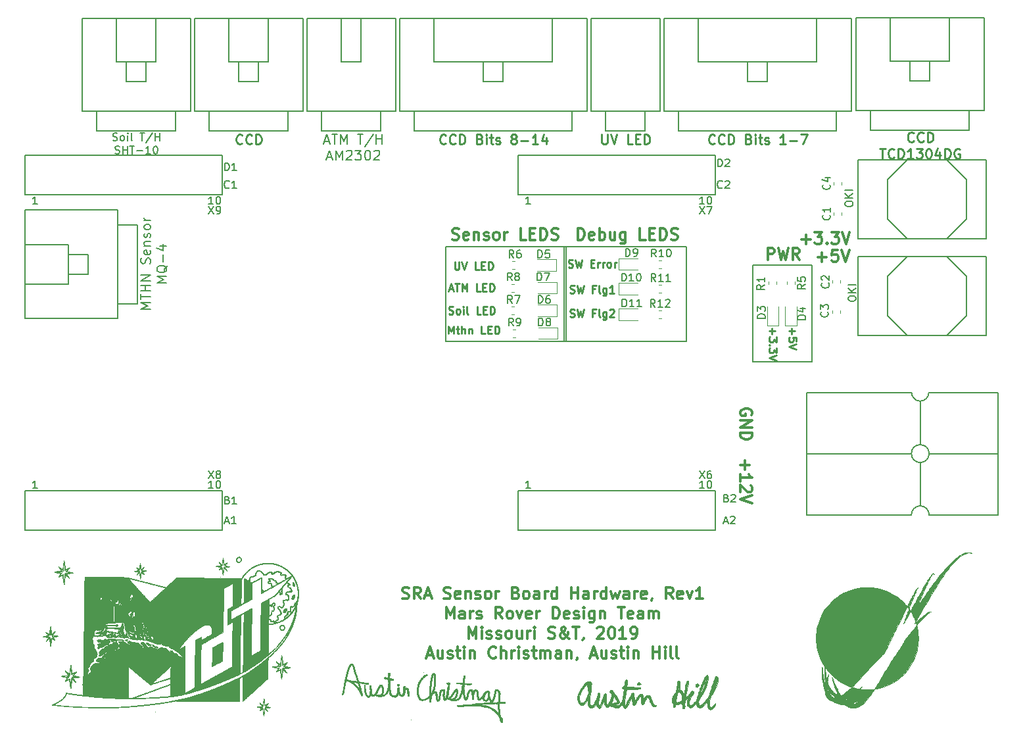
<source format=gbr>
G04 #@! TF.GenerationSoftware,KiCad,Pcbnew,(5.0.0)*
G04 #@! TF.CreationDate,2018-12-16T13:52:50-06:00*
G04 #@! TF.ProjectId,SRASensorBoard_Hardware,53524153656E736F72426F6172645F48,rev?*
G04 #@! TF.SameCoordinates,Original*
G04 #@! TF.FileFunction,Legend,Top*
G04 #@! TF.FilePolarity,Positive*
%FSLAX46Y46*%
G04 Gerber Fmt 4.6, Leading zero omitted, Abs format (unit mm)*
G04 Created by KiCad (PCBNEW (5.0.0)) date 12/16/18 13:52:50*
%MOMM*%
%LPD*%
G01*
G04 APERTURE LIST*
%ADD10C,0.300000*%
%ADD11C,0.200000*%
%ADD12C,0.184500*%
%ADD13C,0.248000*%
%ADD14C,0.150000*%
%ADD15C,0.120000*%
%ADD16C,0.010000*%
G04 APERTURE END LIST*
D10*
X179820000Y-96139142D02*
X179891428Y-95996285D01*
X179891428Y-95781999D01*
X179820000Y-95567714D01*
X179677142Y-95424857D01*
X179534285Y-95353428D01*
X179248571Y-95281999D01*
X179034285Y-95281999D01*
X178748571Y-95353428D01*
X178605714Y-95424857D01*
X178462857Y-95567714D01*
X178391428Y-95781999D01*
X178391428Y-95924857D01*
X178462857Y-96139142D01*
X178534285Y-96210571D01*
X179034285Y-96210571D01*
X179034285Y-95924857D01*
X178391428Y-96853428D02*
X179891428Y-96853428D01*
X178391428Y-97710571D01*
X179891428Y-97710571D01*
X178391428Y-98424857D02*
X179891428Y-98424857D01*
X179891428Y-98781999D01*
X179819999Y-98996285D01*
X179677142Y-99139142D01*
X179534285Y-99210571D01*
X179248571Y-99281999D01*
X179034285Y-99281999D01*
X178748571Y-99210571D01*
X178605714Y-99139142D01*
X178462857Y-98996285D01*
X178391428Y-98781999D01*
X178391428Y-98424857D01*
X178962857Y-102005142D02*
X178962857Y-103147999D01*
X178391428Y-102576571D02*
X179534285Y-102576571D01*
X178391428Y-104647999D02*
X178391428Y-103790857D01*
X178391428Y-104219428D02*
X179891428Y-104219428D01*
X179677142Y-104076571D01*
X179534285Y-103933714D01*
X179462857Y-103790857D01*
X179748571Y-105219428D02*
X179819999Y-105290857D01*
X179891428Y-105433714D01*
X179891428Y-105790857D01*
X179819999Y-105933714D01*
X179748571Y-106005142D01*
X179605714Y-106076571D01*
X179462857Y-106076571D01*
X179248571Y-106005142D01*
X178391428Y-105147999D01*
X178391428Y-106076571D01*
X179891428Y-106505142D02*
X178391428Y-107005142D01*
X179891428Y-107505142D01*
X188317428Y-75799142D02*
X189460285Y-75799142D01*
X188888857Y-76370571D02*
X188888857Y-75227714D01*
X190888857Y-74870571D02*
X190174571Y-74870571D01*
X190103142Y-75584857D01*
X190174571Y-75513428D01*
X190317428Y-75442000D01*
X190674571Y-75442000D01*
X190817428Y-75513428D01*
X190888857Y-75584857D01*
X190960285Y-75727714D01*
X190960285Y-76084857D01*
X190888857Y-76227714D01*
X190817428Y-76299142D01*
X190674571Y-76370571D01*
X190317428Y-76370571D01*
X190174571Y-76299142D01*
X190103142Y-76227714D01*
X191388857Y-74870571D02*
X191888857Y-76370571D01*
X192388857Y-74870571D01*
X186229999Y-73513142D02*
X187372857Y-73513142D01*
X186801428Y-74084571D02*
X186801428Y-72941714D01*
X187944285Y-72584571D02*
X188872857Y-72584571D01*
X188372857Y-73156000D01*
X188587142Y-73156000D01*
X188729999Y-73227428D01*
X188801428Y-73298857D01*
X188872857Y-73441714D01*
X188872857Y-73798857D01*
X188801428Y-73941714D01*
X188729999Y-74013142D01*
X188587142Y-74084571D01*
X188158571Y-74084571D01*
X188015714Y-74013142D01*
X187944285Y-73941714D01*
X189515714Y-73941714D02*
X189587142Y-74013142D01*
X189515714Y-74084571D01*
X189444285Y-74013142D01*
X189515714Y-73941714D01*
X189515714Y-74084571D01*
X190087142Y-72584571D02*
X191015714Y-72584571D01*
X190515714Y-73156000D01*
X190729999Y-73156000D01*
X190872857Y-73227428D01*
X190944285Y-73298857D01*
X191015714Y-73441714D01*
X191015714Y-73798857D01*
X190944285Y-73941714D01*
X190872857Y-74013142D01*
X190729999Y-74084571D01*
X190301428Y-74084571D01*
X190158571Y-74013142D01*
X190087142Y-73941714D01*
X191444285Y-72584571D02*
X191944285Y-74084571D01*
X192444285Y-72584571D01*
D11*
X155702000Y-74422000D02*
X155702000Y-86614000D01*
D10*
X141260571Y-73505142D02*
X141474857Y-73576571D01*
X141831999Y-73576571D01*
X141974857Y-73505142D01*
X142046285Y-73433714D01*
X142117714Y-73290857D01*
X142117714Y-73148000D01*
X142046285Y-73005142D01*
X141974857Y-72933714D01*
X141831999Y-72862285D01*
X141546285Y-72790857D01*
X141403428Y-72719428D01*
X141331999Y-72648000D01*
X141260571Y-72505142D01*
X141260571Y-72362285D01*
X141331999Y-72219428D01*
X141403428Y-72148000D01*
X141546285Y-72076571D01*
X141903428Y-72076571D01*
X142117714Y-72148000D01*
X143331999Y-73505142D02*
X143189142Y-73576571D01*
X142903428Y-73576571D01*
X142760571Y-73505142D01*
X142689142Y-73362285D01*
X142689142Y-72790857D01*
X142760571Y-72648000D01*
X142903428Y-72576571D01*
X143189142Y-72576571D01*
X143331999Y-72648000D01*
X143403428Y-72790857D01*
X143403428Y-72933714D01*
X142689142Y-73076571D01*
X144046285Y-72576571D02*
X144046285Y-73576571D01*
X144046285Y-72719428D02*
X144117714Y-72648000D01*
X144260571Y-72576571D01*
X144474857Y-72576571D01*
X144617714Y-72648000D01*
X144689142Y-72790857D01*
X144689142Y-73576571D01*
X145331999Y-73505142D02*
X145474857Y-73576571D01*
X145760571Y-73576571D01*
X145903428Y-73505142D01*
X145974857Y-73362285D01*
X145974857Y-73290857D01*
X145903428Y-73148000D01*
X145760571Y-73076571D01*
X145546285Y-73076571D01*
X145403428Y-73005142D01*
X145331999Y-72862285D01*
X145331999Y-72790857D01*
X145403428Y-72648000D01*
X145546285Y-72576571D01*
X145760571Y-72576571D01*
X145903428Y-72648000D01*
X146831999Y-73576571D02*
X146689142Y-73505142D01*
X146617714Y-73433714D01*
X146546285Y-73290857D01*
X146546285Y-72862285D01*
X146617714Y-72719428D01*
X146689142Y-72648000D01*
X146831999Y-72576571D01*
X147046285Y-72576571D01*
X147189142Y-72648000D01*
X147260571Y-72719428D01*
X147331999Y-72862285D01*
X147331999Y-73290857D01*
X147260571Y-73433714D01*
X147189142Y-73505142D01*
X147046285Y-73576571D01*
X146831999Y-73576571D01*
X147974857Y-73576571D02*
X147974857Y-72576571D01*
X147974857Y-72862285D02*
X148046285Y-72719428D01*
X148117714Y-72648000D01*
X148260571Y-72576571D01*
X148403428Y-72576571D01*
X150760571Y-73576571D02*
X150046285Y-73576571D01*
X150046285Y-72076571D01*
X151260571Y-72790857D02*
X151760571Y-72790857D01*
X151974857Y-73576571D02*
X151260571Y-73576571D01*
X151260571Y-72076571D01*
X151974857Y-72076571D01*
X152617714Y-73576571D02*
X152617714Y-72076571D01*
X152974857Y-72076571D01*
X153189142Y-72148000D01*
X153331999Y-72290857D01*
X153403428Y-72433714D01*
X153474857Y-72719428D01*
X153474857Y-72933714D01*
X153403428Y-73219428D01*
X153331999Y-73362285D01*
X153189142Y-73505142D01*
X152974857Y-73576571D01*
X152617714Y-73576571D01*
X154046285Y-73505142D02*
X154260571Y-73576571D01*
X154617714Y-73576571D01*
X154760571Y-73505142D01*
X154831999Y-73433714D01*
X154903428Y-73290857D01*
X154903428Y-73148000D01*
X154831999Y-73005142D01*
X154760571Y-72933714D01*
X154617714Y-72862285D01*
X154331999Y-72790857D01*
X154189142Y-72719428D01*
X154117714Y-72648000D01*
X154046285Y-72505142D01*
X154046285Y-72362285D01*
X154117714Y-72219428D01*
X154189142Y-72148000D01*
X154331999Y-72076571D01*
X154689142Y-72076571D01*
X154903428Y-72148000D01*
X134820857Y-119718142D02*
X135035142Y-119789571D01*
X135392285Y-119789571D01*
X135535142Y-119718142D01*
X135606571Y-119646714D01*
X135678000Y-119503857D01*
X135678000Y-119361000D01*
X135606571Y-119218142D01*
X135535142Y-119146714D01*
X135392285Y-119075285D01*
X135106571Y-119003857D01*
X134963714Y-118932428D01*
X134892285Y-118861000D01*
X134820857Y-118718142D01*
X134820857Y-118575285D01*
X134892285Y-118432428D01*
X134963714Y-118361000D01*
X135106571Y-118289571D01*
X135463714Y-118289571D01*
X135678000Y-118361000D01*
X137178000Y-119789571D02*
X136678000Y-119075285D01*
X136320857Y-119789571D02*
X136320857Y-118289571D01*
X136892285Y-118289571D01*
X137035142Y-118361000D01*
X137106571Y-118432428D01*
X137178000Y-118575285D01*
X137178000Y-118789571D01*
X137106571Y-118932428D01*
X137035142Y-119003857D01*
X136892285Y-119075285D01*
X136320857Y-119075285D01*
X137749428Y-119361000D02*
X138463714Y-119361000D01*
X137606571Y-119789571D02*
X138106571Y-118289571D01*
X138606571Y-119789571D01*
X140178000Y-119718142D02*
X140392285Y-119789571D01*
X140749428Y-119789571D01*
X140892285Y-119718142D01*
X140963714Y-119646714D01*
X141035142Y-119503857D01*
X141035142Y-119361000D01*
X140963714Y-119218142D01*
X140892285Y-119146714D01*
X140749428Y-119075285D01*
X140463714Y-119003857D01*
X140320857Y-118932428D01*
X140249428Y-118861000D01*
X140178000Y-118718142D01*
X140178000Y-118575285D01*
X140249428Y-118432428D01*
X140320857Y-118361000D01*
X140463714Y-118289571D01*
X140820857Y-118289571D01*
X141035142Y-118361000D01*
X142249428Y-119718142D02*
X142106571Y-119789571D01*
X141820857Y-119789571D01*
X141678000Y-119718142D01*
X141606571Y-119575285D01*
X141606571Y-119003857D01*
X141678000Y-118861000D01*
X141820857Y-118789571D01*
X142106571Y-118789571D01*
X142249428Y-118861000D01*
X142320857Y-119003857D01*
X142320857Y-119146714D01*
X141606571Y-119289571D01*
X142963714Y-118789571D02*
X142963714Y-119789571D01*
X142963714Y-118932428D02*
X143035142Y-118861000D01*
X143178000Y-118789571D01*
X143392285Y-118789571D01*
X143535142Y-118861000D01*
X143606571Y-119003857D01*
X143606571Y-119789571D01*
X144249428Y-119718142D02*
X144392285Y-119789571D01*
X144678000Y-119789571D01*
X144820857Y-119718142D01*
X144892285Y-119575285D01*
X144892285Y-119503857D01*
X144820857Y-119361000D01*
X144678000Y-119289571D01*
X144463714Y-119289571D01*
X144320857Y-119218142D01*
X144249428Y-119075285D01*
X144249428Y-119003857D01*
X144320857Y-118861000D01*
X144463714Y-118789571D01*
X144678000Y-118789571D01*
X144820857Y-118861000D01*
X145749428Y-119789571D02*
X145606571Y-119718142D01*
X145535142Y-119646714D01*
X145463714Y-119503857D01*
X145463714Y-119075285D01*
X145535142Y-118932428D01*
X145606571Y-118861000D01*
X145749428Y-118789571D01*
X145963714Y-118789571D01*
X146106571Y-118861000D01*
X146178000Y-118932428D01*
X146249428Y-119075285D01*
X146249428Y-119503857D01*
X146178000Y-119646714D01*
X146106571Y-119718142D01*
X145963714Y-119789571D01*
X145749428Y-119789571D01*
X146892285Y-119789571D02*
X146892285Y-118789571D01*
X146892285Y-119075285D02*
X146963714Y-118932428D01*
X147035142Y-118861000D01*
X147178000Y-118789571D01*
X147320857Y-118789571D01*
X149463714Y-119003857D02*
X149678000Y-119075285D01*
X149749428Y-119146714D01*
X149820857Y-119289571D01*
X149820857Y-119503857D01*
X149749428Y-119646714D01*
X149678000Y-119718142D01*
X149535142Y-119789571D01*
X148963714Y-119789571D01*
X148963714Y-118289571D01*
X149463714Y-118289571D01*
X149606571Y-118361000D01*
X149678000Y-118432428D01*
X149749428Y-118575285D01*
X149749428Y-118718142D01*
X149678000Y-118861000D01*
X149606571Y-118932428D01*
X149463714Y-119003857D01*
X148963714Y-119003857D01*
X150678000Y-119789571D02*
X150535142Y-119718142D01*
X150463714Y-119646714D01*
X150392285Y-119503857D01*
X150392285Y-119075285D01*
X150463714Y-118932428D01*
X150535142Y-118861000D01*
X150678000Y-118789571D01*
X150892285Y-118789571D01*
X151035142Y-118861000D01*
X151106571Y-118932428D01*
X151178000Y-119075285D01*
X151178000Y-119503857D01*
X151106571Y-119646714D01*
X151035142Y-119718142D01*
X150892285Y-119789571D01*
X150678000Y-119789571D01*
X152463714Y-119789571D02*
X152463714Y-119003857D01*
X152392285Y-118861000D01*
X152249428Y-118789571D01*
X151963714Y-118789571D01*
X151820857Y-118861000D01*
X152463714Y-119718142D02*
X152320857Y-119789571D01*
X151963714Y-119789571D01*
X151820857Y-119718142D01*
X151749428Y-119575285D01*
X151749428Y-119432428D01*
X151820857Y-119289571D01*
X151963714Y-119218142D01*
X152320857Y-119218142D01*
X152463714Y-119146714D01*
X153178000Y-119789571D02*
X153178000Y-118789571D01*
X153178000Y-119075285D02*
X153249428Y-118932428D01*
X153320857Y-118861000D01*
X153463714Y-118789571D01*
X153606571Y-118789571D01*
X154749428Y-119789571D02*
X154749428Y-118289571D01*
X154749428Y-119718142D02*
X154606571Y-119789571D01*
X154320857Y-119789571D01*
X154178000Y-119718142D01*
X154106571Y-119646714D01*
X154035142Y-119503857D01*
X154035142Y-119075285D01*
X154106571Y-118932428D01*
X154178000Y-118861000D01*
X154320857Y-118789571D01*
X154606571Y-118789571D01*
X154749428Y-118861000D01*
X156606571Y-119789571D02*
X156606571Y-118289571D01*
X156606571Y-119003857D02*
X157463714Y-119003857D01*
X157463714Y-119789571D02*
X157463714Y-118289571D01*
X158820857Y-119789571D02*
X158820857Y-119003857D01*
X158749428Y-118861000D01*
X158606571Y-118789571D01*
X158320857Y-118789571D01*
X158178000Y-118861000D01*
X158820857Y-119718142D02*
X158678000Y-119789571D01*
X158320857Y-119789571D01*
X158178000Y-119718142D01*
X158106571Y-119575285D01*
X158106571Y-119432428D01*
X158178000Y-119289571D01*
X158320857Y-119218142D01*
X158678000Y-119218142D01*
X158820857Y-119146714D01*
X159535142Y-119789571D02*
X159535142Y-118789571D01*
X159535142Y-119075285D02*
X159606571Y-118932428D01*
X159678000Y-118861000D01*
X159820857Y-118789571D01*
X159963714Y-118789571D01*
X161106571Y-119789571D02*
X161106571Y-118289571D01*
X161106571Y-119718142D02*
X160963714Y-119789571D01*
X160678000Y-119789571D01*
X160535142Y-119718142D01*
X160463714Y-119646714D01*
X160392285Y-119503857D01*
X160392285Y-119075285D01*
X160463714Y-118932428D01*
X160535142Y-118861000D01*
X160678000Y-118789571D01*
X160963714Y-118789571D01*
X161106571Y-118861000D01*
X161678000Y-118789571D02*
X161963714Y-119789571D01*
X162249428Y-119075285D01*
X162535142Y-119789571D01*
X162820857Y-118789571D01*
X164035142Y-119789571D02*
X164035142Y-119003857D01*
X163963714Y-118861000D01*
X163820857Y-118789571D01*
X163535142Y-118789571D01*
X163392285Y-118861000D01*
X164035142Y-119718142D02*
X163892285Y-119789571D01*
X163535142Y-119789571D01*
X163392285Y-119718142D01*
X163320857Y-119575285D01*
X163320857Y-119432428D01*
X163392285Y-119289571D01*
X163535142Y-119218142D01*
X163892285Y-119218142D01*
X164035142Y-119146714D01*
X164749428Y-119789571D02*
X164749428Y-118789571D01*
X164749428Y-119075285D02*
X164820857Y-118932428D01*
X164892285Y-118861000D01*
X165035142Y-118789571D01*
X165178000Y-118789571D01*
X166249428Y-119718142D02*
X166106571Y-119789571D01*
X165820857Y-119789571D01*
X165678000Y-119718142D01*
X165606571Y-119575285D01*
X165606571Y-119003857D01*
X165678000Y-118861000D01*
X165820857Y-118789571D01*
X166106571Y-118789571D01*
X166249428Y-118861000D01*
X166320857Y-119003857D01*
X166320857Y-119146714D01*
X165606571Y-119289571D01*
X167035142Y-119718142D02*
X167035142Y-119789571D01*
X166963714Y-119932428D01*
X166892285Y-120003857D01*
X169678000Y-119789571D02*
X169178000Y-119075285D01*
X168820857Y-119789571D02*
X168820857Y-118289571D01*
X169392285Y-118289571D01*
X169535142Y-118361000D01*
X169606571Y-118432428D01*
X169678000Y-118575285D01*
X169678000Y-118789571D01*
X169606571Y-118932428D01*
X169535142Y-119003857D01*
X169392285Y-119075285D01*
X168820857Y-119075285D01*
X170892285Y-119718142D02*
X170749428Y-119789571D01*
X170463714Y-119789571D01*
X170320857Y-119718142D01*
X170249428Y-119575285D01*
X170249428Y-119003857D01*
X170320857Y-118861000D01*
X170463714Y-118789571D01*
X170749428Y-118789571D01*
X170892285Y-118861000D01*
X170963714Y-119003857D01*
X170963714Y-119146714D01*
X170249428Y-119289571D01*
X171463714Y-118789571D02*
X171820857Y-119789571D01*
X172178000Y-118789571D01*
X173535142Y-119789571D02*
X172678000Y-119789571D01*
X173106571Y-119789571D02*
X173106571Y-118289571D01*
X172963714Y-118503857D01*
X172820857Y-118646714D01*
X172678000Y-118718142D01*
X140499428Y-122339571D02*
X140499428Y-120839571D01*
X140999428Y-121911000D01*
X141499428Y-120839571D01*
X141499428Y-122339571D01*
X142856571Y-122339571D02*
X142856571Y-121553857D01*
X142785142Y-121411000D01*
X142642285Y-121339571D01*
X142356571Y-121339571D01*
X142213714Y-121411000D01*
X142856571Y-122268142D02*
X142713714Y-122339571D01*
X142356571Y-122339571D01*
X142213714Y-122268142D01*
X142142285Y-122125285D01*
X142142285Y-121982428D01*
X142213714Y-121839571D01*
X142356571Y-121768142D01*
X142713714Y-121768142D01*
X142856571Y-121696714D01*
X143570857Y-122339571D02*
X143570857Y-121339571D01*
X143570857Y-121625285D02*
X143642285Y-121482428D01*
X143713714Y-121411000D01*
X143856571Y-121339571D01*
X143999428Y-121339571D01*
X144427999Y-122268142D02*
X144570857Y-122339571D01*
X144856571Y-122339571D01*
X144999428Y-122268142D01*
X145070857Y-122125285D01*
X145070857Y-122053857D01*
X144999428Y-121911000D01*
X144856571Y-121839571D01*
X144642285Y-121839571D01*
X144499428Y-121768142D01*
X144427999Y-121625285D01*
X144427999Y-121553857D01*
X144499428Y-121411000D01*
X144642285Y-121339571D01*
X144856571Y-121339571D01*
X144999428Y-121411000D01*
X147713714Y-122339571D02*
X147213714Y-121625285D01*
X146856571Y-122339571D02*
X146856571Y-120839571D01*
X147427999Y-120839571D01*
X147570857Y-120911000D01*
X147642285Y-120982428D01*
X147713714Y-121125285D01*
X147713714Y-121339571D01*
X147642285Y-121482428D01*
X147570857Y-121553857D01*
X147427999Y-121625285D01*
X146856571Y-121625285D01*
X148570857Y-122339571D02*
X148427999Y-122268142D01*
X148356571Y-122196714D01*
X148285142Y-122053857D01*
X148285142Y-121625285D01*
X148356571Y-121482428D01*
X148427999Y-121411000D01*
X148570857Y-121339571D01*
X148785142Y-121339571D01*
X148927999Y-121411000D01*
X148999428Y-121482428D01*
X149070857Y-121625285D01*
X149070857Y-122053857D01*
X148999428Y-122196714D01*
X148927999Y-122268142D01*
X148785142Y-122339571D01*
X148570857Y-122339571D01*
X149570857Y-121339571D02*
X149927999Y-122339571D01*
X150285142Y-121339571D01*
X151427999Y-122268142D02*
X151285142Y-122339571D01*
X150999428Y-122339571D01*
X150856571Y-122268142D01*
X150785142Y-122125285D01*
X150785142Y-121553857D01*
X150856571Y-121411000D01*
X150999428Y-121339571D01*
X151285142Y-121339571D01*
X151427999Y-121411000D01*
X151499428Y-121553857D01*
X151499428Y-121696714D01*
X150785142Y-121839571D01*
X152142285Y-122339571D02*
X152142285Y-121339571D01*
X152142285Y-121625285D02*
X152213714Y-121482428D01*
X152285142Y-121411000D01*
X152427999Y-121339571D01*
X152570857Y-121339571D01*
X154213714Y-122339571D02*
X154213714Y-120839571D01*
X154570857Y-120839571D01*
X154785142Y-120911000D01*
X154927999Y-121053857D01*
X154999428Y-121196714D01*
X155070857Y-121482428D01*
X155070857Y-121696714D01*
X154999428Y-121982428D01*
X154927999Y-122125285D01*
X154785142Y-122268142D01*
X154570857Y-122339571D01*
X154213714Y-122339571D01*
X156285142Y-122268142D02*
X156142285Y-122339571D01*
X155856571Y-122339571D01*
X155713714Y-122268142D01*
X155642285Y-122125285D01*
X155642285Y-121553857D01*
X155713714Y-121411000D01*
X155856571Y-121339571D01*
X156142285Y-121339571D01*
X156285142Y-121411000D01*
X156356571Y-121553857D01*
X156356571Y-121696714D01*
X155642285Y-121839571D01*
X156927999Y-122268142D02*
X157070857Y-122339571D01*
X157356571Y-122339571D01*
X157499428Y-122268142D01*
X157570857Y-122125285D01*
X157570857Y-122053857D01*
X157499428Y-121911000D01*
X157356571Y-121839571D01*
X157142285Y-121839571D01*
X156999428Y-121768142D01*
X156927999Y-121625285D01*
X156927999Y-121553857D01*
X156999428Y-121411000D01*
X157142285Y-121339571D01*
X157356571Y-121339571D01*
X157499428Y-121411000D01*
X158213714Y-122339571D02*
X158213714Y-121339571D01*
X158213714Y-120839571D02*
X158142285Y-120911000D01*
X158213714Y-120982428D01*
X158285142Y-120911000D01*
X158213714Y-120839571D01*
X158213714Y-120982428D01*
X159570857Y-121339571D02*
X159570857Y-122553857D01*
X159499428Y-122696714D01*
X159427999Y-122768142D01*
X159285142Y-122839571D01*
X159070857Y-122839571D01*
X158927999Y-122768142D01*
X159570857Y-122268142D02*
X159427999Y-122339571D01*
X159142285Y-122339571D01*
X158999428Y-122268142D01*
X158927999Y-122196714D01*
X158856571Y-122053857D01*
X158856571Y-121625285D01*
X158927999Y-121482428D01*
X158999428Y-121411000D01*
X159142285Y-121339571D01*
X159427999Y-121339571D01*
X159570857Y-121411000D01*
X160285142Y-121339571D02*
X160285142Y-122339571D01*
X160285142Y-121482428D02*
X160356571Y-121411000D01*
X160499428Y-121339571D01*
X160713714Y-121339571D01*
X160856571Y-121411000D01*
X160927999Y-121553857D01*
X160927999Y-122339571D01*
X162570857Y-120839571D02*
X163427999Y-120839571D01*
X162999428Y-122339571D02*
X162999428Y-120839571D01*
X164499428Y-122268142D02*
X164356571Y-122339571D01*
X164070857Y-122339571D01*
X163927999Y-122268142D01*
X163856571Y-122125285D01*
X163856571Y-121553857D01*
X163927999Y-121411000D01*
X164070857Y-121339571D01*
X164356571Y-121339571D01*
X164499428Y-121411000D01*
X164570857Y-121553857D01*
X164570857Y-121696714D01*
X163856571Y-121839571D01*
X165856571Y-122339571D02*
X165856571Y-121553857D01*
X165785142Y-121411000D01*
X165642285Y-121339571D01*
X165356571Y-121339571D01*
X165213714Y-121411000D01*
X165856571Y-122268142D02*
X165713714Y-122339571D01*
X165356571Y-122339571D01*
X165213714Y-122268142D01*
X165142285Y-122125285D01*
X165142285Y-121982428D01*
X165213714Y-121839571D01*
X165356571Y-121768142D01*
X165713714Y-121768142D01*
X165856571Y-121696714D01*
X166570857Y-122339571D02*
X166570857Y-121339571D01*
X166570857Y-121482428D02*
X166642285Y-121411000D01*
X166785142Y-121339571D01*
X166999428Y-121339571D01*
X167142285Y-121411000D01*
X167213714Y-121553857D01*
X167213714Y-122339571D01*
X167213714Y-121553857D02*
X167285142Y-121411000D01*
X167427999Y-121339571D01*
X167642285Y-121339571D01*
X167785142Y-121411000D01*
X167856571Y-121553857D01*
X167856571Y-122339571D01*
X143356571Y-124889571D02*
X143356571Y-123389571D01*
X143856571Y-124461000D01*
X144356571Y-123389571D01*
X144356571Y-124889571D01*
X145070857Y-124889571D02*
X145070857Y-123889571D01*
X145070857Y-123389571D02*
X144999428Y-123461000D01*
X145070857Y-123532428D01*
X145142285Y-123461000D01*
X145070857Y-123389571D01*
X145070857Y-123532428D01*
X145713714Y-124818142D02*
X145856571Y-124889571D01*
X146142285Y-124889571D01*
X146285142Y-124818142D01*
X146356571Y-124675285D01*
X146356571Y-124603857D01*
X146285142Y-124461000D01*
X146142285Y-124389571D01*
X145927999Y-124389571D01*
X145785142Y-124318142D01*
X145713714Y-124175285D01*
X145713714Y-124103857D01*
X145785142Y-123961000D01*
X145927999Y-123889571D01*
X146142285Y-123889571D01*
X146285142Y-123961000D01*
X146927999Y-124818142D02*
X147070857Y-124889571D01*
X147356571Y-124889571D01*
X147499428Y-124818142D01*
X147570857Y-124675285D01*
X147570857Y-124603857D01*
X147499428Y-124461000D01*
X147356571Y-124389571D01*
X147142285Y-124389571D01*
X146999428Y-124318142D01*
X146927999Y-124175285D01*
X146927999Y-124103857D01*
X146999428Y-123961000D01*
X147142285Y-123889571D01*
X147356571Y-123889571D01*
X147499428Y-123961000D01*
X148427999Y-124889571D02*
X148285142Y-124818142D01*
X148213714Y-124746714D01*
X148142285Y-124603857D01*
X148142285Y-124175285D01*
X148213714Y-124032428D01*
X148285142Y-123961000D01*
X148427999Y-123889571D01*
X148642285Y-123889571D01*
X148785142Y-123961000D01*
X148856571Y-124032428D01*
X148927999Y-124175285D01*
X148927999Y-124603857D01*
X148856571Y-124746714D01*
X148785142Y-124818142D01*
X148642285Y-124889571D01*
X148427999Y-124889571D01*
X150213714Y-123889571D02*
X150213714Y-124889571D01*
X149570857Y-123889571D02*
X149570857Y-124675285D01*
X149642285Y-124818142D01*
X149785142Y-124889571D01*
X149999428Y-124889571D01*
X150142285Y-124818142D01*
X150213714Y-124746714D01*
X150927999Y-124889571D02*
X150927999Y-123889571D01*
X150927999Y-124175285D02*
X150999428Y-124032428D01*
X151070857Y-123961000D01*
X151213714Y-123889571D01*
X151356571Y-123889571D01*
X151856571Y-124889571D02*
X151856571Y-123889571D01*
X151856571Y-123389571D02*
X151785142Y-123461000D01*
X151856571Y-123532428D01*
X151927999Y-123461000D01*
X151856571Y-123389571D01*
X151856571Y-123532428D01*
X153642285Y-124818142D02*
X153856571Y-124889571D01*
X154213714Y-124889571D01*
X154356571Y-124818142D01*
X154427999Y-124746714D01*
X154499428Y-124603857D01*
X154499428Y-124461000D01*
X154427999Y-124318142D01*
X154356571Y-124246714D01*
X154213714Y-124175285D01*
X153927999Y-124103857D01*
X153785142Y-124032428D01*
X153713714Y-123961000D01*
X153642285Y-123818142D01*
X153642285Y-123675285D01*
X153713714Y-123532428D01*
X153785142Y-123461000D01*
X153927999Y-123389571D01*
X154285142Y-123389571D01*
X154499428Y-123461000D01*
X156356571Y-124889571D02*
X156285142Y-124889571D01*
X156142285Y-124818142D01*
X155927999Y-124603857D01*
X155570857Y-124175285D01*
X155427999Y-123961000D01*
X155356571Y-123746714D01*
X155356571Y-123603857D01*
X155427999Y-123461000D01*
X155570857Y-123389571D01*
X155642285Y-123389571D01*
X155785142Y-123461000D01*
X155856571Y-123603857D01*
X155856571Y-123675285D01*
X155785142Y-123818142D01*
X155713714Y-123889571D01*
X155285142Y-124175285D01*
X155213714Y-124246714D01*
X155142285Y-124389571D01*
X155142285Y-124603857D01*
X155213714Y-124746714D01*
X155285142Y-124818142D01*
X155427999Y-124889571D01*
X155642285Y-124889571D01*
X155785142Y-124818142D01*
X155856571Y-124746714D01*
X156070857Y-124461000D01*
X156142285Y-124246714D01*
X156142285Y-124103857D01*
X156785142Y-123389571D02*
X157642285Y-123389571D01*
X157213714Y-124889571D02*
X157213714Y-123389571D01*
X158213714Y-124818142D02*
X158213714Y-124889571D01*
X158142285Y-125032428D01*
X158070857Y-125103857D01*
X159928000Y-123532428D02*
X159999428Y-123461000D01*
X160142285Y-123389571D01*
X160499428Y-123389571D01*
X160642285Y-123461000D01*
X160713714Y-123532428D01*
X160785142Y-123675285D01*
X160785142Y-123818142D01*
X160713714Y-124032428D01*
X159856571Y-124889571D01*
X160785142Y-124889571D01*
X161713714Y-123389571D02*
X161856571Y-123389571D01*
X161999428Y-123461000D01*
X162070857Y-123532428D01*
X162142285Y-123675285D01*
X162213714Y-123961000D01*
X162213714Y-124318142D01*
X162142285Y-124603857D01*
X162070857Y-124746714D01*
X161999428Y-124818142D01*
X161856571Y-124889571D01*
X161713714Y-124889571D01*
X161570857Y-124818142D01*
X161499428Y-124746714D01*
X161428000Y-124603857D01*
X161356571Y-124318142D01*
X161356571Y-123961000D01*
X161428000Y-123675285D01*
X161499428Y-123532428D01*
X161570857Y-123461000D01*
X161713714Y-123389571D01*
X163642285Y-124889571D02*
X162785142Y-124889571D01*
X163213714Y-124889571D02*
X163213714Y-123389571D01*
X163070857Y-123603857D01*
X162928000Y-123746714D01*
X162785142Y-123818142D01*
X164356571Y-124889571D02*
X164642285Y-124889571D01*
X164785142Y-124818142D01*
X164856571Y-124746714D01*
X164999428Y-124532428D01*
X165070857Y-124246714D01*
X165070857Y-123675285D01*
X164999428Y-123532428D01*
X164928000Y-123461000D01*
X164785142Y-123389571D01*
X164499428Y-123389571D01*
X164356571Y-123461000D01*
X164285142Y-123532428D01*
X164213714Y-123675285D01*
X164213714Y-124032428D01*
X164285142Y-124175285D01*
X164356571Y-124246714D01*
X164499428Y-124318142D01*
X164785142Y-124318142D01*
X164928000Y-124246714D01*
X164999428Y-124175285D01*
X165070857Y-124032428D01*
X138035142Y-127011000D02*
X138749428Y-127011000D01*
X137892285Y-127439571D02*
X138392285Y-125939571D01*
X138892285Y-127439571D01*
X140035142Y-126439571D02*
X140035142Y-127439571D01*
X139392285Y-126439571D02*
X139392285Y-127225285D01*
X139463714Y-127368142D01*
X139606571Y-127439571D01*
X139820857Y-127439571D01*
X139963714Y-127368142D01*
X140035142Y-127296714D01*
X140677999Y-127368142D02*
X140820857Y-127439571D01*
X141106571Y-127439571D01*
X141249428Y-127368142D01*
X141320857Y-127225285D01*
X141320857Y-127153857D01*
X141249428Y-127011000D01*
X141106571Y-126939571D01*
X140892285Y-126939571D01*
X140749428Y-126868142D01*
X140677999Y-126725285D01*
X140677999Y-126653857D01*
X140749428Y-126511000D01*
X140892285Y-126439571D01*
X141106571Y-126439571D01*
X141249428Y-126511000D01*
X141749428Y-126439571D02*
X142320857Y-126439571D01*
X141963714Y-125939571D02*
X141963714Y-127225285D01*
X142035142Y-127368142D01*
X142177999Y-127439571D01*
X142320857Y-127439571D01*
X142820857Y-127439571D02*
X142820857Y-126439571D01*
X142820857Y-125939571D02*
X142749428Y-126011000D01*
X142820857Y-126082428D01*
X142892285Y-126011000D01*
X142820857Y-125939571D01*
X142820857Y-126082428D01*
X143535142Y-126439571D02*
X143535142Y-127439571D01*
X143535142Y-126582428D02*
X143606571Y-126511000D01*
X143749428Y-126439571D01*
X143963714Y-126439571D01*
X144106571Y-126511000D01*
X144177999Y-126653857D01*
X144177999Y-127439571D01*
X146892285Y-127296714D02*
X146820857Y-127368142D01*
X146606571Y-127439571D01*
X146463714Y-127439571D01*
X146249428Y-127368142D01*
X146106571Y-127225285D01*
X146035142Y-127082428D01*
X145963714Y-126796714D01*
X145963714Y-126582428D01*
X146035142Y-126296714D01*
X146106571Y-126153857D01*
X146249428Y-126011000D01*
X146463714Y-125939571D01*
X146606571Y-125939571D01*
X146820857Y-126011000D01*
X146892285Y-126082428D01*
X147535142Y-127439571D02*
X147535142Y-125939571D01*
X148177999Y-127439571D02*
X148177999Y-126653857D01*
X148106571Y-126511000D01*
X147963714Y-126439571D01*
X147749428Y-126439571D01*
X147606571Y-126511000D01*
X147535142Y-126582428D01*
X148892285Y-127439571D02*
X148892285Y-126439571D01*
X148892285Y-126725285D02*
X148963714Y-126582428D01*
X149035142Y-126511000D01*
X149177999Y-126439571D01*
X149320857Y-126439571D01*
X149820857Y-127439571D02*
X149820857Y-126439571D01*
X149820857Y-125939571D02*
X149749428Y-126011000D01*
X149820857Y-126082428D01*
X149892285Y-126011000D01*
X149820857Y-125939571D01*
X149820857Y-126082428D01*
X150463714Y-127368142D02*
X150606571Y-127439571D01*
X150892285Y-127439571D01*
X151035142Y-127368142D01*
X151106571Y-127225285D01*
X151106571Y-127153857D01*
X151035142Y-127011000D01*
X150892285Y-126939571D01*
X150677999Y-126939571D01*
X150535142Y-126868142D01*
X150463714Y-126725285D01*
X150463714Y-126653857D01*
X150535142Y-126511000D01*
X150677999Y-126439571D01*
X150892285Y-126439571D01*
X151035142Y-126511000D01*
X151535142Y-126439571D02*
X152106571Y-126439571D01*
X151749428Y-125939571D02*
X151749428Y-127225285D01*
X151820857Y-127368142D01*
X151963714Y-127439571D01*
X152106571Y-127439571D01*
X152606571Y-127439571D02*
X152606571Y-126439571D01*
X152606571Y-126582428D02*
X152677999Y-126511000D01*
X152820857Y-126439571D01*
X153035142Y-126439571D01*
X153177999Y-126511000D01*
X153249428Y-126653857D01*
X153249428Y-127439571D01*
X153249428Y-126653857D02*
X153320857Y-126511000D01*
X153463714Y-126439571D01*
X153677999Y-126439571D01*
X153820857Y-126511000D01*
X153892285Y-126653857D01*
X153892285Y-127439571D01*
X155249428Y-127439571D02*
X155249428Y-126653857D01*
X155177999Y-126511000D01*
X155035142Y-126439571D01*
X154749428Y-126439571D01*
X154606571Y-126511000D01*
X155249428Y-127368142D02*
X155106571Y-127439571D01*
X154749428Y-127439571D01*
X154606571Y-127368142D01*
X154535142Y-127225285D01*
X154535142Y-127082428D01*
X154606571Y-126939571D01*
X154749428Y-126868142D01*
X155106571Y-126868142D01*
X155249428Y-126796714D01*
X155963714Y-126439571D02*
X155963714Y-127439571D01*
X155963714Y-126582428D02*
X156035142Y-126511000D01*
X156177999Y-126439571D01*
X156392285Y-126439571D01*
X156535142Y-126511000D01*
X156606571Y-126653857D01*
X156606571Y-127439571D01*
X157392285Y-127368142D02*
X157392285Y-127439571D01*
X157320857Y-127582428D01*
X157249428Y-127653857D01*
X159106571Y-127011000D02*
X159820857Y-127011000D01*
X158963714Y-127439571D02*
X159463714Y-125939571D01*
X159963714Y-127439571D01*
X161106571Y-126439571D02*
X161106571Y-127439571D01*
X160463714Y-126439571D02*
X160463714Y-127225285D01*
X160535142Y-127368142D01*
X160677999Y-127439571D01*
X160892285Y-127439571D01*
X161035142Y-127368142D01*
X161106571Y-127296714D01*
X161749428Y-127368142D02*
X161892285Y-127439571D01*
X162177999Y-127439571D01*
X162320857Y-127368142D01*
X162392285Y-127225285D01*
X162392285Y-127153857D01*
X162320857Y-127011000D01*
X162177999Y-126939571D01*
X161963714Y-126939571D01*
X161820857Y-126868142D01*
X161749428Y-126725285D01*
X161749428Y-126653857D01*
X161820857Y-126511000D01*
X161963714Y-126439571D01*
X162177999Y-126439571D01*
X162320857Y-126511000D01*
X162820857Y-126439571D02*
X163392285Y-126439571D01*
X163035142Y-125939571D02*
X163035142Y-127225285D01*
X163106571Y-127368142D01*
X163249428Y-127439571D01*
X163392285Y-127439571D01*
X163892285Y-127439571D02*
X163892285Y-126439571D01*
X163892285Y-125939571D02*
X163820857Y-126011000D01*
X163892285Y-126082428D01*
X163963714Y-126011000D01*
X163892285Y-125939571D01*
X163892285Y-126082428D01*
X164606571Y-126439571D02*
X164606571Y-127439571D01*
X164606571Y-126582428D02*
X164677999Y-126511000D01*
X164820857Y-126439571D01*
X165035142Y-126439571D01*
X165177999Y-126511000D01*
X165249428Y-126653857D01*
X165249428Y-127439571D01*
X167106571Y-127439571D02*
X167106571Y-125939571D01*
X167106571Y-126653857D02*
X167963714Y-126653857D01*
X167963714Y-127439571D02*
X167963714Y-125939571D01*
X168677999Y-127439571D02*
X168677999Y-126439571D01*
X168677999Y-125939571D02*
X168606571Y-126011000D01*
X168677999Y-126082428D01*
X168749428Y-126011000D01*
X168677999Y-125939571D01*
X168677999Y-126082428D01*
X169606571Y-127439571D02*
X169463714Y-127368142D01*
X169392285Y-127225285D01*
X169392285Y-125939571D01*
X170392285Y-127439571D02*
X170249428Y-127368142D01*
X170177999Y-127225285D01*
X170177999Y-125939571D01*
D12*
X102406916Y-82522666D02*
X101160916Y-82522666D01*
X102050916Y-82107333D01*
X101160916Y-81691999D01*
X102406916Y-81691999D01*
X101160916Y-81276666D02*
X101160916Y-80564666D01*
X102406916Y-80920666D02*
X101160916Y-80920666D01*
X102406916Y-80149333D02*
X101160916Y-80149333D01*
X101754249Y-80149333D02*
X101754249Y-79437333D01*
X102406916Y-79437333D02*
X101160916Y-79437333D01*
X102406916Y-78843999D02*
X101160916Y-78843999D01*
X102406916Y-78131999D01*
X101160916Y-78131999D01*
X102347583Y-76648666D02*
X102406916Y-76470666D01*
X102406916Y-76173999D01*
X102347583Y-76055333D01*
X102288250Y-75995999D01*
X102169583Y-75936666D01*
X102050916Y-75936666D01*
X101932250Y-75995999D01*
X101872916Y-76055333D01*
X101813583Y-76173999D01*
X101754250Y-76411333D01*
X101694916Y-76529999D01*
X101635583Y-76589333D01*
X101516916Y-76648666D01*
X101398250Y-76648666D01*
X101279583Y-76589333D01*
X101220250Y-76529999D01*
X101160916Y-76411333D01*
X101160916Y-76114666D01*
X101220250Y-75936666D01*
X102347583Y-74927999D02*
X102406916Y-75046666D01*
X102406916Y-75283999D01*
X102347583Y-75402666D01*
X102228916Y-75461999D01*
X101754250Y-75461999D01*
X101635583Y-75402666D01*
X101576250Y-75283999D01*
X101576250Y-75046666D01*
X101635583Y-74927999D01*
X101754250Y-74868666D01*
X101872916Y-74868666D01*
X101991583Y-75461999D01*
X101576250Y-74334666D02*
X102406916Y-74334666D01*
X101694916Y-74334666D02*
X101635583Y-74275333D01*
X101576250Y-74156666D01*
X101576250Y-73978666D01*
X101635583Y-73859999D01*
X101754250Y-73800666D01*
X102406916Y-73800666D01*
X102347583Y-73266666D02*
X102406916Y-73147999D01*
X102406916Y-72910666D01*
X102347583Y-72791999D01*
X102228916Y-72732666D01*
X102169583Y-72732666D01*
X102050916Y-72791999D01*
X101991583Y-72910666D01*
X101991583Y-73088666D01*
X101932250Y-73207333D01*
X101813583Y-73266666D01*
X101754250Y-73266666D01*
X101635583Y-73207333D01*
X101576250Y-73088666D01*
X101576250Y-72910666D01*
X101635583Y-72791999D01*
X102406916Y-72020666D02*
X102347583Y-72139333D01*
X102288250Y-72198666D01*
X102169583Y-72257999D01*
X101813583Y-72257999D01*
X101694916Y-72198666D01*
X101635583Y-72139333D01*
X101576250Y-72020666D01*
X101576250Y-71842666D01*
X101635583Y-71723999D01*
X101694916Y-71664666D01*
X101813583Y-71605333D01*
X102169583Y-71605333D01*
X102288250Y-71664666D01*
X102347583Y-71723999D01*
X102406916Y-71842666D01*
X102406916Y-72020666D01*
X102406916Y-71071333D02*
X101576250Y-71071333D01*
X101813583Y-71071333D02*
X101694916Y-71011999D01*
X101635583Y-70952666D01*
X101576250Y-70833999D01*
X101576250Y-70715333D01*
X104460416Y-79140666D02*
X103214416Y-79140666D01*
X104104416Y-78725333D01*
X103214416Y-78309999D01*
X104460416Y-78309999D01*
X104579083Y-76885999D02*
X104519749Y-77004666D01*
X104401083Y-77123333D01*
X104223083Y-77301333D01*
X104163749Y-77419999D01*
X104163749Y-77538666D01*
X104460416Y-77479333D02*
X104401083Y-77597999D01*
X104282416Y-77716666D01*
X104045083Y-77775999D01*
X103629750Y-77775999D01*
X103392416Y-77716666D01*
X103273749Y-77597999D01*
X103214416Y-77479333D01*
X103214416Y-77241999D01*
X103273749Y-77123333D01*
X103392416Y-77004666D01*
X103629750Y-76945333D01*
X104045083Y-76945333D01*
X104282416Y-77004666D01*
X104401083Y-77123333D01*
X104460416Y-77241999D01*
X104460416Y-77479333D01*
X103985750Y-76411333D02*
X103985750Y-75461999D01*
X103629750Y-74334666D02*
X104460416Y-74334666D01*
X103155083Y-74631333D02*
X104045083Y-74927999D01*
X104045083Y-74156666D01*
D13*
X140782190Y-85665761D02*
X140782190Y-84673761D01*
X141112857Y-85382333D01*
X141443523Y-84673761D01*
X141443523Y-85665761D01*
X141774190Y-85004428D02*
X142152095Y-85004428D01*
X141915904Y-84673761D02*
X141915904Y-85524047D01*
X141963142Y-85618523D01*
X142057619Y-85665761D01*
X142152095Y-85665761D01*
X142482761Y-85665761D02*
X142482761Y-84673761D01*
X142907904Y-85665761D02*
X142907904Y-85146142D01*
X142860666Y-85051666D01*
X142766190Y-85004428D01*
X142624476Y-85004428D01*
X142529999Y-85051666D01*
X142482761Y-85098904D01*
X143380285Y-85004428D02*
X143380285Y-85665761D01*
X143380285Y-85098904D02*
X143427523Y-85051666D01*
X143521999Y-85004428D01*
X143663714Y-85004428D01*
X143758190Y-85051666D01*
X143805428Y-85146142D01*
X143805428Y-85665761D01*
X145505999Y-85665761D02*
X145033619Y-85665761D01*
X145033619Y-84673761D01*
X145836666Y-85146142D02*
X146167333Y-85146142D01*
X146309047Y-85665761D02*
X145836666Y-85665761D01*
X145836666Y-84673761D01*
X146309047Y-84673761D01*
X146734190Y-85665761D02*
X146734190Y-84673761D01*
X146970380Y-84673761D01*
X147112095Y-84721000D01*
X147206571Y-84815476D01*
X147253809Y-84909952D01*
X147301047Y-85098904D01*
X147301047Y-85240619D01*
X147253809Y-85429571D01*
X147206571Y-85524047D01*
X147112095Y-85618523D01*
X146970380Y-85665761D01*
X146734190Y-85665761D01*
X140811619Y-83099523D02*
X140953333Y-83146761D01*
X141189523Y-83146761D01*
X141283999Y-83099523D01*
X141331238Y-83052285D01*
X141378476Y-82957809D01*
X141378476Y-82863333D01*
X141331238Y-82768857D01*
X141283999Y-82721619D01*
X141189523Y-82674380D01*
X141000571Y-82627142D01*
X140906095Y-82579904D01*
X140858857Y-82532666D01*
X140811619Y-82438190D01*
X140811619Y-82343714D01*
X140858857Y-82249238D01*
X140906095Y-82202000D01*
X141000571Y-82154761D01*
X141236761Y-82154761D01*
X141378476Y-82202000D01*
X141945333Y-83146761D02*
X141850857Y-83099523D01*
X141803619Y-83052285D01*
X141756380Y-82957809D01*
X141756380Y-82674380D01*
X141803619Y-82579904D01*
X141850857Y-82532666D01*
X141945333Y-82485428D01*
X142087047Y-82485428D01*
X142181523Y-82532666D01*
X142228761Y-82579904D01*
X142275999Y-82674380D01*
X142275999Y-82957809D01*
X142228761Y-83052285D01*
X142181523Y-83099523D01*
X142087047Y-83146761D01*
X141945333Y-83146761D01*
X142701142Y-83146761D02*
X142701142Y-82485428D01*
X142701142Y-82154761D02*
X142653904Y-82202000D01*
X142701142Y-82249238D01*
X142748380Y-82202000D01*
X142701142Y-82154761D01*
X142701142Y-82249238D01*
X143315238Y-83146761D02*
X143220761Y-83099523D01*
X143173523Y-83005047D01*
X143173523Y-82154761D01*
X144921333Y-83146761D02*
X144448952Y-83146761D01*
X144448952Y-82154761D01*
X145251999Y-82627142D02*
X145582666Y-82627142D01*
X145724380Y-83146761D02*
X145251999Y-83146761D01*
X145251999Y-82154761D01*
X145724380Y-82154761D01*
X146149523Y-83146761D02*
X146149523Y-82154761D01*
X146385714Y-82154761D01*
X146527428Y-82202000D01*
X146621904Y-82296476D01*
X146669142Y-82390952D01*
X146716380Y-82579904D01*
X146716380Y-82721619D01*
X146669142Y-82910571D01*
X146621904Y-83005047D01*
X146527428Y-83099523D01*
X146385714Y-83146761D01*
X146149523Y-83146761D01*
X140858857Y-79921333D02*
X141331238Y-79921333D01*
X140764380Y-80204761D02*
X141095047Y-79212761D01*
X141425714Y-80204761D01*
X141614666Y-79212761D02*
X142181523Y-79212761D01*
X141898095Y-80204761D02*
X141898095Y-79212761D01*
X142512190Y-80204761D02*
X142512190Y-79212761D01*
X142842857Y-79921333D01*
X143173523Y-79212761D01*
X143173523Y-80204761D01*
X144874095Y-80204761D02*
X144401714Y-80204761D01*
X144401714Y-79212761D01*
X145204761Y-79685142D02*
X145535428Y-79685142D01*
X145677142Y-80204761D02*
X145204761Y-80204761D01*
X145204761Y-79212761D01*
X145677142Y-79212761D01*
X146102285Y-80204761D02*
X146102285Y-79212761D01*
X146338476Y-79212761D01*
X146480190Y-79260000D01*
X146574666Y-79354476D01*
X146621904Y-79448952D01*
X146669142Y-79637904D01*
X146669142Y-79779619D01*
X146621904Y-79968571D01*
X146574666Y-80063047D01*
X146480190Y-80157523D01*
X146338476Y-80204761D01*
X146102285Y-80204761D01*
X141585238Y-76418761D02*
X141585238Y-77221809D01*
X141632476Y-77316285D01*
X141679714Y-77363523D01*
X141774190Y-77410761D01*
X141963142Y-77410761D01*
X142057619Y-77363523D01*
X142104857Y-77316285D01*
X142152095Y-77221809D01*
X142152095Y-76418761D01*
X142482761Y-76418761D02*
X142813428Y-77410761D01*
X143144095Y-76418761D01*
X144702952Y-77410761D02*
X144230571Y-77410761D01*
X144230571Y-76418761D01*
X145033619Y-76891142D02*
X145364285Y-76891142D01*
X145505999Y-77410761D02*
X145033619Y-77410761D01*
X145033619Y-76418761D01*
X145505999Y-76418761D01*
X145931142Y-77410761D02*
X145931142Y-76418761D01*
X146167333Y-76418761D01*
X146309047Y-76466000D01*
X146403523Y-76560476D01*
X146450761Y-76654952D01*
X146497999Y-76843904D01*
X146497999Y-76985619D01*
X146450761Y-77174571D01*
X146403523Y-77269047D01*
X146309047Y-77363523D01*
X146167333Y-77410761D01*
X145931142Y-77410761D01*
D11*
X140462000Y-86614000D02*
X155956000Y-86614000D01*
X140462000Y-74422000D02*
X140462000Y-86614000D01*
X155956000Y-74422000D02*
X140462000Y-74422000D01*
D13*
X114201666Y-61151000D02*
X114142333Y-61210333D01*
X113964333Y-61269666D01*
X113845666Y-61269666D01*
X113667666Y-61210333D01*
X113549000Y-61091666D01*
X113489666Y-60973000D01*
X113430333Y-60735666D01*
X113430333Y-60557666D01*
X113489666Y-60320333D01*
X113549000Y-60201666D01*
X113667666Y-60083000D01*
X113845666Y-60023666D01*
X113964333Y-60023666D01*
X114142333Y-60083000D01*
X114201666Y-60142333D01*
X115447666Y-61151000D02*
X115388333Y-61210333D01*
X115210333Y-61269666D01*
X115091666Y-61269666D01*
X114913666Y-61210333D01*
X114795000Y-61091666D01*
X114735666Y-60973000D01*
X114676333Y-60735666D01*
X114676333Y-60557666D01*
X114735666Y-60320333D01*
X114795000Y-60201666D01*
X114913666Y-60083000D01*
X115091666Y-60023666D01*
X115210333Y-60023666D01*
X115388333Y-60083000D01*
X115447666Y-60142333D01*
X115981666Y-61269666D02*
X115981666Y-60023666D01*
X116278333Y-60023666D01*
X116456333Y-60083000D01*
X116575000Y-60201666D01*
X116634333Y-60320333D01*
X116693666Y-60557666D01*
X116693666Y-60735666D01*
X116634333Y-60973000D01*
X116575000Y-61091666D01*
X116456333Y-61210333D01*
X116278333Y-61269666D01*
X115981666Y-61269666D01*
X156423714Y-83459523D02*
X156565428Y-83506761D01*
X156801619Y-83506761D01*
X156896095Y-83459523D01*
X156943333Y-83412285D01*
X156990571Y-83317809D01*
X156990571Y-83223333D01*
X156943333Y-83128857D01*
X156896095Y-83081619D01*
X156801619Y-83034380D01*
X156612666Y-82987142D01*
X156518190Y-82939904D01*
X156470952Y-82892666D01*
X156423714Y-82798190D01*
X156423714Y-82703714D01*
X156470952Y-82609238D01*
X156518190Y-82562000D01*
X156612666Y-82514761D01*
X156848857Y-82514761D01*
X156990571Y-82562000D01*
X157321238Y-82514761D02*
X157557428Y-83506761D01*
X157746380Y-82798190D01*
X157935333Y-83506761D01*
X158171523Y-82514761D01*
X159635904Y-82987142D02*
X159305238Y-82987142D01*
X159305238Y-83506761D02*
X159305238Y-82514761D01*
X159777619Y-82514761D01*
X160297238Y-83506761D02*
X160202761Y-83459523D01*
X160155523Y-83365047D01*
X160155523Y-82514761D01*
X161100285Y-82845428D02*
X161100285Y-83648476D01*
X161053047Y-83742952D01*
X161005809Y-83790190D01*
X160911333Y-83837428D01*
X160769619Y-83837428D01*
X160675142Y-83790190D01*
X161100285Y-83459523D02*
X161005809Y-83506761D01*
X160816857Y-83506761D01*
X160722380Y-83459523D01*
X160675142Y-83412285D01*
X160627904Y-83317809D01*
X160627904Y-83034380D01*
X160675142Y-82939904D01*
X160722380Y-82892666D01*
X160816857Y-82845428D01*
X161005809Y-82845428D01*
X161100285Y-82892666D01*
X161525428Y-82609238D02*
X161572666Y-82562000D01*
X161667142Y-82514761D01*
X161903333Y-82514761D01*
X161997809Y-82562000D01*
X162045047Y-82609238D01*
X162092285Y-82703714D01*
X162092285Y-82798190D01*
X162045047Y-82939904D01*
X161478190Y-83506761D01*
X162092285Y-83506761D01*
X156423714Y-80386123D02*
X156565428Y-80433361D01*
X156801619Y-80433361D01*
X156896095Y-80386123D01*
X156943333Y-80338885D01*
X156990571Y-80244409D01*
X156990571Y-80149933D01*
X156943333Y-80055457D01*
X156896095Y-80008219D01*
X156801619Y-79960980D01*
X156612666Y-79913742D01*
X156518190Y-79866504D01*
X156470952Y-79819266D01*
X156423714Y-79724790D01*
X156423714Y-79630314D01*
X156470952Y-79535838D01*
X156518190Y-79488600D01*
X156612666Y-79441361D01*
X156848857Y-79441361D01*
X156990571Y-79488600D01*
X157321238Y-79441361D02*
X157557428Y-80433361D01*
X157746380Y-79724790D01*
X157935333Y-80433361D01*
X158171523Y-79441361D01*
X159635904Y-79913742D02*
X159305238Y-79913742D01*
X159305238Y-80433361D02*
X159305238Y-79441361D01*
X159777619Y-79441361D01*
X160297238Y-80433361D02*
X160202761Y-80386123D01*
X160155523Y-80291647D01*
X160155523Y-79441361D01*
X161100285Y-79772028D02*
X161100285Y-80575076D01*
X161053047Y-80669552D01*
X161005809Y-80716790D01*
X160911333Y-80764028D01*
X160769619Y-80764028D01*
X160675142Y-80716790D01*
X161100285Y-80386123D02*
X161005809Y-80433361D01*
X160816857Y-80433361D01*
X160722380Y-80386123D01*
X160675142Y-80338885D01*
X160627904Y-80244409D01*
X160627904Y-79960980D01*
X160675142Y-79866504D01*
X160722380Y-79819266D01*
X160816857Y-79772028D01*
X161005809Y-79772028D01*
X161100285Y-79819266D01*
X162092285Y-80433361D02*
X161525428Y-80433361D01*
X161808857Y-80433361D02*
X161808857Y-79441361D01*
X161714380Y-79583076D01*
X161619904Y-79677552D01*
X161525428Y-79724790D01*
X156236542Y-77084123D02*
X156378257Y-77131361D01*
X156614447Y-77131361D01*
X156708923Y-77084123D01*
X156756161Y-77036885D01*
X156803400Y-76942409D01*
X156803400Y-76847933D01*
X156756161Y-76753457D01*
X156708923Y-76706219D01*
X156614447Y-76658980D01*
X156425495Y-76611742D01*
X156331019Y-76564504D01*
X156283780Y-76517266D01*
X156236542Y-76422790D01*
X156236542Y-76328314D01*
X156283780Y-76233838D01*
X156331019Y-76186600D01*
X156425495Y-76139361D01*
X156661685Y-76139361D01*
X156803400Y-76186600D01*
X157134066Y-76139361D02*
X157370257Y-77131361D01*
X157559209Y-76422790D01*
X157748161Y-77131361D01*
X157984352Y-76139361D01*
X159118066Y-76611742D02*
X159448733Y-76611742D01*
X159590447Y-77131361D02*
X159118066Y-77131361D01*
X159118066Y-76139361D01*
X159590447Y-76139361D01*
X160015590Y-77131361D02*
X160015590Y-76470028D01*
X160015590Y-76658980D02*
X160062828Y-76564504D01*
X160110066Y-76517266D01*
X160204542Y-76470028D01*
X160299019Y-76470028D01*
X160629685Y-77131361D02*
X160629685Y-76470028D01*
X160629685Y-76658980D02*
X160676923Y-76564504D01*
X160724161Y-76517266D01*
X160818638Y-76470028D01*
X160913114Y-76470028D01*
X161385495Y-77131361D02*
X161291019Y-77084123D01*
X161243780Y-77036885D01*
X161196542Y-76942409D01*
X161196542Y-76658980D01*
X161243780Y-76564504D01*
X161291019Y-76517266D01*
X161385495Y-76470028D01*
X161527209Y-76470028D01*
X161621685Y-76517266D01*
X161668923Y-76564504D01*
X161716161Y-76658980D01*
X161716161Y-76942409D01*
X161668923Y-77036885D01*
X161621685Y-77084123D01*
X161527209Y-77131361D01*
X161385495Y-77131361D01*
X162141304Y-77131361D02*
X162141304Y-76470028D01*
X162141304Y-76658980D02*
X162188542Y-76564504D01*
X162235780Y-76517266D01*
X162330257Y-76470028D01*
X162424733Y-76470028D01*
D11*
X155956000Y-74422000D02*
X162052000Y-74422000D01*
X155956000Y-86614000D02*
X155956000Y-74422000D01*
X161798000Y-86614000D02*
X155956000Y-86614000D01*
D10*
X157437142Y-73576571D02*
X157437142Y-72076571D01*
X157794285Y-72076571D01*
X158008571Y-72148000D01*
X158151428Y-72290857D01*
X158222857Y-72433714D01*
X158294285Y-72719428D01*
X158294285Y-72933714D01*
X158222857Y-73219428D01*
X158151428Y-73362285D01*
X158008571Y-73505142D01*
X157794285Y-73576571D01*
X157437142Y-73576571D01*
X159508571Y-73505142D02*
X159365714Y-73576571D01*
X159080000Y-73576571D01*
X158937142Y-73505142D01*
X158865714Y-73362285D01*
X158865714Y-72790857D01*
X158937142Y-72648000D01*
X159080000Y-72576571D01*
X159365714Y-72576571D01*
X159508571Y-72648000D01*
X159580000Y-72790857D01*
X159580000Y-72933714D01*
X158865714Y-73076571D01*
X160222857Y-73576571D02*
X160222857Y-72076571D01*
X160222857Y-72648000D02*
X160365714Y-72576571D01*
X160651428Y-72576571D01*
X160794285Y-72648000D01*
X160865714Y-72719428D01*
X160937142Y-72862285D01*
X160937142Y-73290857D01*
X160865714Y-73433714D01*
X160794285Y-73505142D01*
X160651428Y-73576571D01*
X160365714Y-73576571D01*
X160222857Y-73505142D01*
X162222857Y-72576571D02*
X162222857Y-73576571D01*
X161579999Y-72576571D02*
X161579999Y-73362285D01*
X161651428Y-73505142D01*
X161794285Y-73576571D01*
X162008571Y-73576571D01*
X162151428Y-73505142D01*
X162222857Y-73433714D01*
X163579999Y-72576571D02*
X163579999Y-73790857D01*
X163508571Y-73933714D01*
X163437142Y-74005142D01*
X163294285Y-74076571D01*
X163079999Y-74076571D01*
X162937142Y-74005142D01*
X163579999Y-73505142D02*
X163437142Y-73576571D01*
X163151428Y-73576571D01*
X163008571Y-73505142D01*
X162937142Y-73433714D01*
X162865714Y-73290857D01*
X162865714Y-72862285D01*
X162937142Y-72719428D01*
X163008571Y-72648000D01*
X163151428Y-72576571D01*
X163437142Y-72576571D01*
X163579999Y-72648000D01*
X166151428Y-73576571D02*
X165437142Y-73576571D01*
X165437142Y-72076571D01*
X166651428Y-72790857D02*
X167151428Y-72790857D01*
X167365714Y-73576571D02*
X166651428Y-73576571D01*
X166651428Y-72076571D01*
X167365714Y-72076571D01*
X168008571Y-73576571D02*
X168008571Y-72076571D01*
X168365714Y-72076571D01*
X168579999Y-72148000D01*
X168722857Y-72290857D01*
X168794285Y-72433714D01*
X168865714Y-72719428D01*
X168865714Y-72933714D01*
X168794285Y-73219428D01*
X168722857Y-73362285D01*
X168579999Y-73505142D01*
X168365714Y-73576571D01*
X168008571Y-73576571D01*
X169437142Y-73505142D02*
X169651428Y-73576571D01*
X170008571Y-73576571D01*
X170151428Y-73505142D01*
X170222857Y-73433714D01*
X170294285Y-73290857D01*
X170294285Y-73148000D01*
X170222857Y-73005142D01*
X170151428Y-72933714D01*
X170008571Y-72862285D01*
X169722857Y-72790857D01*
X169579999Y-72719428D01*
X169508571Y-72648000D01*
X169437142Y-72505142D01*
X169437142Y-72362285D01*
X169508571Y-72219428D01*
X169579999Y-72148000D01*
X169722857Y-72076571D01*
X170079999Y-72076571D01*
X170294285Y-72148000D01*
D11*
X161798000Y-74422000D02*
X171450000Y-74422000D01*
X162052000Y-86614000D02*
X161798000Y-86614000D01*
X171450000Y-86614000D02*
X162052000Y-86614000D01*
X171450000Y-74422000D02*
X171450000Y-86614000D01*
D13*
X160520333Y-60023666D02*
X160520333Y-61032333D01*
X160579666Y-61151000D01*
X160638999Y-61210333D01*
X160757666Y-61269666D01*
X160994999Y-61269666D01*
X161113666Y-61210333D01*
X161172999Y-61151000D01*
X161232333Y-61032333D01*
X161232333Y-60023666D01*
X161647666Y-60023666D02*
X162062999Y-61269666D01*
X162478333Y-60023666D01*
X164436333Y-61269666D02*
X163842999Y-61269666D01*
X163842999Y-60023666D01*
X164851666Y-60617000D02*
X165266999Y-60617000D01*
X165444999Y-61269666D02*
X164851666Y-61269666D01*
X164851666Y-60023666D01*
X165444999Y-60023666D01*
X165978999Y-61269666D02*
X165978999Y-60023666D01*
X166275666Y-60023666D01*
X166453666Y-60083000D01*
X166572333Y-60201666D01*
X166631666Y-60320333D01*
X166690999Y-60557666D01*
X166690999Y-60735666D01*
X166631666Y-60973000D01*
X166572333Y-61091666D01*
X166453666Y-61210333D01*
X166275666Y-61269666D01*
X165978999Y-61269666D01*
D10*
X181895999Y-76116571D02*
X181895999Y-74616571D01*
X182467428Y-74616571D01*
X182610285Y-74688000D01*
X182681714Y-74759428D01*
X182753142Y-74902285D01*
X182753142Y-75116571D01*
X182681714Y-75259428D01*
X182610285Y-75330857D01*
X182467428Y-75402285D01*
X181895999Y-75402285D01*
X183253142Y-74616571D02*
X183610285Y-76116571D01*
X183895999Y-75045142D01*
X184181714Y-76116571D01*
X184538857Y-74616571D01*
X185967428Y-76116571D02*
X185467428Y-75402285D01*
X185110285Y-76116571D02*
X185110285Y-74616571D01*
X185681714Y-74616571D01*
X185824571Y-74688000D01*
X185895999Y-74759428D01*
X185967428Y-74902285D01*
X185967428Y-75116571D01*
X185895999Y-75259428D01*
X185824571Y-75330857D01*
X185681714Y-75402285D01*
X185110285Y-75402285D01*
D13*
X184968142Y-84957571D02*
X184968142Y-85713380D01*
X184590238Y-85335476D02*
X185346047Y-85335476D01*
X185582238Y-86658142D02*
X185582238Y-86185761D01*
X185109857Y-86138523D01*
X185157095Y-86185761D01*
X185204333Y-86280238D01*
X185204333Y-86516428D01*
X185157095Y-86610904D01*
X185109857Y-86658142D01*
X185015380Y-86705380D01*
X184779190Y-86705380D01*
X184684714Y-86658142D01*
X184637476Y-86610904D01*
X184590238Y-86516428D01*
X184590238Y-86280238D01*
X184637476Y-86185761D01*
X184684714Y-86138523D01*
X185582238Y-86988809D02*
X184590238Y-87319476D01*
X185582238Y-87650142D01*
D11*
X179959000Y-89281000D02*
X179959000Y-87249000D01*
X187579000Y-89281000D02*
X179959000Y-89281000D01*
X187579000Y-87249000D02*
X187579000Y-89281000D01*
D13*
X182428142Y-84960199D02*
X182428142Y-85716009D01*
X182050238Y-85338104D02*
X182806047Y-85338104D01*
X183042238Y-86093914D02*
X183042238Y-86708009D01*
X182664333Y-86377342D01*
X182664333Y-86519057D01*
X182617095Y-86613533D01*
X182569857Y-86660771D01*
X182475380Y-86708009D01*
X182239190Y-86708009D01*
X182144714Y-86660771D01*
X182097476Y-86613533D01*
X182050238Y-86519057D01*
X182050238Y-86235628D01*
X182097476Y-86141152D01*
X182144714Y-86093914D01*
X182144714Y-87133152D02*
X182097476Y-87180390D01*
X182050238Y-87133152D01*
X182097476Y-87085914D01*
X182144714Y-87133152D01*
X182050238Y-87133152D01*
X183042238Y-87511057D02*
X183042238Y-88125152D01*
X182664333Y-87794485D01*
X182664333Y-87936199D01*
X182617095Y-88030676D01*
X182569857Y-88077914D01*
X182475380Y-88125152D01*
X182239190Y-88125152D01*
X182144714Y-88077914D01*
X182097476Y-88030676D01*
X182050238Y-87936199D01*
X182050238Y-87652771D01*
X182097476Y-87558295D01*
X182144714Y-87511057D01*
X183042238Y-88408580D02*
X182050238Y-88739247D01*
X183042238Y-89069914D01*
D11*
X179959000Y-76835000D02*
X179959000Y-87249000D01*
X181483000Y-76835000D02*
X179959000Y-76835000D01*
X187579000Y-76835000D02*
X187579000Y-87249000D01*
X181483000Y-76835000D02*
X187579000Y-76835000D01*
D13*
X200688666Y-60854500D02*
X200629333Y-60913833D01*
X200451333Y-60973166D01*
X200332666Y-60973166D01*
X200154666Y-60913833D01*
X200036000Y-60795166D01*
X199976666Y-60676500D01*
X199917333Y-60439166D01*
X199917333Y-60261166D01*
X199976666Y-60023833D01*
X200036000Y-59905166D01*
X200154666Y-59786500D01*
X200332666Y-59727166D01*
X200451333Y-59727166D01*
X200629333Y-59786500D01*
X200688666Y-59845833D01*
X201934666Y-60854500D02*
X201875333Y-60913833D01*
X201697333Y-60973166D01*
X201578666Y-60973166D01*
X201400666Y-60913833D01*
X201282000Y-60795166D01*
X201222666Y-60676500D01*
X201163333Y-60439166D01*
X201163333Y-60261166D01*
X201222666Y-60023833D01*
X201282000Y-59905166D01*
X201400666Y-59786500D01*
X201578666Y-59727166D01*
X201697333Y-59727166D01*
X201875333Y-59786500D01*
X201934666Y-59845833D01*
X202468666Y-60973166D02*
X202468666Y-59727166D01*
X202765333Y-59727166D01*
X202943333Y-59786500D01*
X203062000Y-59905166D01*
X203121333Y-60023833D01*
X203180666Y-60261166D01*
X203180666Y-60439166D01*
X203121333Y-60676500D01*
X203062000Y-60795166D01*
X202943333Y-60913833D01*
X202765333Y-60973166D01*
X202468666Y-60973166D01*
X196327666Y-61844166D02*
X197039666Y-61844166D01*
X196683666Y-63090166D02*
X196683666Y-61844166D01*
X198167000Y-62971500D02*
X198107666Y-63030833D01*
X197929666Y-63090166D01*
X197810999Y-63090166D01*
X197633000Y-63030833D01*
X197514333Y-62912166D01*
X197455000Y-62793500D01*
X197395666Y-62556166D01*
X197395666Y-62378166D01*
X197455000Y-62140833D01*
X197514333Y-62022166D01*
X197633000Y-61903500D01*
X197810999Y-61844166D01*
X197929666Y-61844166D01*
X198107666Y-61903500D01*
X198167000Y-61962833D01*
X198700999Y-63090166D02*
X198700999Y-61844166D01*
X198997666Y-61844166D01*
X199175666Y-61903500D01*
X199294333Y-62022166D01*
X199353666Y-62140833D01*
X199412999Y-62378166D01*
X199412999Y-62556166D01*
X199353666Y-62793500D01*
X199294333Y-62912166D01*
X199175666Y-63030833D01*
X198997666Y-63090166D01*
X198700999Y-63090166D01*
X200599666Y-63090166D02*
X199887666Y-63090166D01*
X200243666Y-63090166D02*
X200243666Y-61844166D01*
X200124999Y-62022166D01*
X200006333Y-62140833D01*
X199887666Y-62200166D01*
X201015000Y-61844166D02*
X201786333Y-61844166D01*
X201371000Y-62318833D01*
X201549000Y-62318833D01*
X201667666Y-62378166D01*
X201727000Y-62437500D01*
X201786333Y-62556166D01*
X201786333Y-62852833D01*
X201727000Y-62971500D01*
X201667666Y-63030833D01*
X201549000Y-63090166D01*
X201193000Y-63090166D01*
X201074333Y-63030833D01*
X201015000Y-62971500D01*
X202557666Y-61844166D02*
X202676333Y-61844166D01*
X202795000Y-61903500D01*
X202854333Y-61962833D01*
X202913666Y-62081500D01*
X202973000Y-62318833D01*
X202973000Y-62615500D01*
X202913666Y-62852833D01*
X202854333Y-62971500D01*
X202795000Y-63030833D01*
X202676333Y-63090166D01*
X202557666Y-63090166D01*
X202439000Y-63030833D01*
X202379666Y-62971500D01*
X202320333Y-62852833D01*
X202261000Y-62615500D01*
X202261000Y-62318833D01*
X202320333Y-62081500D01*
X202379666Y-61962833D01*
X202439000Y-61903500D01*
X202557666Y-61844166D01*
X204041000Y-62259500D02*
X204041000Y-63090166D01*
X203744333Y-61784833D02*
X203447666Y-62674833D01*
X204219000Y-62674833D01*
X204693666Y-63090166D02*
X204693666Y-61844166D01*
X204990333Y-61844166D01*
X205168333Y-61903500D01*
X205287000Y-62022166D01*
X205346333Y-62140833D01*
X205405666Y-62378166D01*
X205405666Y-62556166D01*
X205346333Y-62793500D01*
X205287000Y-62912166D01*
X205168333Y-63030833D01*
X204990333Y-63090166D01*
X204693666Y-63090166D01*
X206592333Y-61903500D02*
X206473666Y-61844166D01*
X206295666Y-61844166D01*
X206117666Y-61903500D01*
X205999000Y-62022166D01*
X205939666Y-62140833D01*
X205880333Y-62378166D01*
X205880333Y-62556166D01*
X205939666Y-62793500D01*
X205999000Y-62912166D01*
X206117666Y-63030833D01*
X206295666Y-63090166D01*
X206414333Y-63090166D01*
X206592333Y-63030833D01*
X206651666Y-62971500D01*
X206651666Y-62556166D01*
X206414333Y-62556166D01*
X175046333Y-61151000D02*
X174986999Y-61210333D01*
X174808999Y-61269666D01*
X174690333Y-61269666D01*
X174512333Y-61210333D01*
X174393666Y-61091666D01*
X174334333Y-60973000D01*
X174274999Y-60735666D01*
X174274999Y-60557666D01*
X174334333Y-60320333D01*
X174393666Y-60201666D01*
X174512333Y-60083000D01*
X174690333Y-60023666D01*
X174808999Y-60023666D01*
X174986999Y-60083000D01*
X175046333Y-60142333D01*
X176292333Y-61151000D02*
X176232999Y-61210333D01*
X176054999Y-61269666D01*
X175936333Y-61269666D01*
X175758333Y-61210333D01*
X175639666Y-61091666D01*
X175580333Y-60973000D01*
X175520999Y-60735666D01*
X175520999Y-60557666D01*
X175580333Y-60320333D01*
X175639666Y-60201666D01*
X175758333Y-60083000D01*
X175936333Y-60023666D01*
X176054999Y-60023666D01*
X176232999Y-60083000D01*
X176292333Y-60142333D01*
X176826333Y-61269666D02*
X176826333Y-60023666D01*
X177122999Y-60023666D01*
X177300999Y-60083000D01*
X177419666Y-60201666D01*
X177478999Y-60320333D01*
X177538333Y-60557666D01*
X177538333Y-60735666D01*
X177478999Y-60973000D01*
X177419666Y-61091666D01*
X177300999Y-61210333D01*
X177122999Y-61269666D01*
X176826333Y-61269666D01*
X179436999Y-60617000D02*
X179614999Y-60676333D01*
X179674333Y-60735666D01*
X179733666Y-60854333D01*
X179733666Y-61032333D01*
X179674333Y-61151000D01*
X179614999Y-61210333D01*
X179496333Y-61269666D01*
X179021666Y-61269666D01*
X179021666Y-60023666D01*
X179436999Y-60023666D01*
X179555666Y-60083000D01*
X179614999Y-60142333D01*
X179674333Y-60261000D01*
X179674333Y-60379666D01*
X179614999Y-60498333D01*
X179555666Y-60557666D01*
X179436999Y-60617000D01*
X179021666Y-60617000D01*
X180267666Y-61269666D02*
X180267666Y-60439000D01*
X180267666Y-60023666D02*
X180208333Y-60083000D01*
X180267666Y-60142333D01*
X180326999Y-60083000D01*
X180267666Y-60023666D01*
X180267666Y-60142333D01*
X180682999Y-60439000D02*
X181157666Y-60439000D01*
X180860999Y-60023666D02*
X180860999Y-61091666D01*
X180920333Y-61210333D01*
X181038999Y-61269666D01*
X181157666Y-61269666D01*
X181513666Y-61210333D02*
X181632333Y-61269666D01*
X181869666Y-61269666D01*
X181988333Y-61210333D01*
X182047666Y-61091666D01*
X182047666Y-61032333D01*
X181988333Y-60913666D01*
X181869666Y-60854333D01*
X181691666Y-60854333D01*
X181572999Y-60795000D01*
X181513666Y-60676333D01*
X181513666Y-60617000D01*
X181572999Y-60498333D01*
X181691666Y-60439000D01*
X181869666Y-60439000D01*
X181988333Y-60498333D01*
X184183666Y-61269666D02*
X183471666Y-61269666D01*
X183827666Y-61269666D02*
X183827666Y-60023666D01*
X183708999Y-60201666D01*
X183590333Y-60320333D01*
X183471666Y-60379666D01*
X184717666Y-60795000D02*
X185666999Y-60795000D01*
X186141666Y-60023666D02*
X186972333Y-60023666D01*
X186438333Y-61269666D01*
X140417000Y-61151000D02*
X140357666Y-61210333D01*
X140179666Y-61269666D01*
X140061000Y-61269666D01*
X139883000Y-61210333D01*
X139764333Y-61091666D01*
X139705000Y-60973000D01*
X139645666Y-60735666D01*
X139645666Y-60557666D01*
X139705000Y-60320333D01*
X139764333Y-60201666D01*
X139883000Y-60083000D01*
X140061000Y-60023666D01*
X140179666Y-60023666D01*
X140357666Y-60083000D01*
X140417000Y-60142333D01*
X141663000Y-61151000D02*
X141603666Y-61210333D01*
X141425666Y-61269666D01*
X141307000Y-61269666D01*
X141129000Y-61210333D01*
X141010333Y-61091666D01*
X140951000Y-60973000D01*
X140891666Y-60735666D01*
X140891666Y-60557666D01*
X140951000Y-60320333D01*
X141010333Y-60201666D01*
X141129000Y-60083000D01*
X141307000Y-60023666D01*
X141425666Y-60023666D01*
X141603666Y-60083000D01*
X141663000Y-60142333D01*
X142197000Y-61269666D02*
X142197000Y-60023666D01*
X142493666Y-60023666D01*
X142671666Y-60083000D01*
X142790333Y-60201666D01*
X142849666Y-60320333D01*
X142909000Y-60557666D01*
X142909000Y-60735666D01*
X142849666Y-60973000D01*
X142790333Y-61091666D01*
X142671666Y-61210333D01*
X142493666Y-61269666D01*
X142197000Y-61269666D01*
X144807666Y-60617000D02*
X144985666Y-60676333D01*
X145045000Y-60735666D01*
X145104333Y-60854333D01*
X145104333Y-61032333D01*
X145045000Y-61151000D01*
X144985666Y-61210333D01*
X144867000Y-61269666D01*
X144392333Y-61269666D01*
X144392333Y-60023666D01*
X144807666Y-60023666D01*
X144926333Y-60083000D01*
X144985666Y-60142333D01*
X145045000Y-60261000D01*
X145045000Y-60379666D01*
X144985666Y-60498333D01*
X144926333Y-60557666D01*
X144807666Y-60617000D01*
X144392333Y-60617000D01*
X145638333Y-61269666D02*
X145638333Y-60439000D01*
X145638333Y-60023666D02*
X145579000Y-60083000D01*
X145638333Y-60142333D01*
X145697666Y-60083000D01*
X145638333Y-60023666D01*
X145638333Y-60142333D01*
X146053666Y-60439000D02*
X146528333Y-60439000D01*
X146231666Y-60023666D02*
X146231666Y-61091666D01*
X146291000Y-61210333D01*
X146409666Y-61269666D01*
X146528333Y-61269666D01*
X146884333Y-61210333D02*
X147003000Y-61269666D01*
X147240333Y-61269666D01*
X147359000Y-61210333D01*
X147418333Y-61091666D01*
X147418333Y-61032333D01*
X147359000Y-60913666D01*
X147240333Y-60854333D01*
X147062333Y-60854333D01*
X146943666Y-60795000D01*
X146884333Y-60676333D01*
X146884333Y-60617000D01*
X146943666Y-60498333D01*
X147062333Y-60439000D01*
X147240333Y-60439000D01*
X147359000Y-60498333D01*
X149079666Y-60557666D02*
X148961000Y-60498333D01*
X148901666Y-60439000D01*
X148842333Y-60320333D01*
X148842333Y-60261000D01*
X148901666Y-60142333D01*
X148961000Y-60083000D01*
X149079666Y-60023666D01*
X149317000Y-60023666D01*
X149435666Y-60083000D01*
X149495000Y-60142333D01*
X149554333Y-60261000D01*
X149554333Y-60320333D01*
X149495000Y-60439000D01*
X149435666Y-60498333D01*
X149317000Y-60557666D01*
X149079666Y-60557666D01*
X148961000Y-60617000D01*
X148901666Y-60676333D01*
X148842333Y-60795000D01*
X148842333Y-61032333D01*
X148901666Y-61151000D01*
X148961000Y-61210333D01*
X149079666Y-61269666D01*
X149317000Y-61269666D01*
X149435666Y-61210333D01*
X149495000Y-61151000D01*
X149554333Y-61032333D01*
X149554333Y-60795000D01*
X149495000Y-60676333D01*
X149435666Y-60617000D01*
X149317000Y-60557666D01*
X150088333Y-60795000D02*
X151037666Y-60795000D01*
X152283666Y-61269666D02*
X151571666Y-61269666D01*
X151927666Y-61269666D02*
X151927666Y-60023666D01*
X151809000Y-60201666D01*
X151690333Y-60320333D01*
X151571666Y-60379666D01*
X153351666Y-60439000D02*
X153351666Y-61269666D01*
X153055000Y-59964333D02*
X152758333Y-60854333D01*
X153529666Y-60854333D01*
D12*
X124786000Y-60902916D02*
X125379333Y-60902916D01*
X124667333Y-61258916D02*
X125082666Y-60012916D01*
X125498000Y-61258916D01*
X125735333Y-60012916D02*
X126447333Y-60012916D01*
X126091333Y-61258916D02*
X126091333Y-60012916D01*
X126862666Y-61258916D02*
X126862666Y-60012916D01*
X127278000Y-60902916D01*
X127693333Y-60012916D01*
X127693333Y-61258916D01*
X129058000Y-60012916D02*
X129770000Y-60012916D01*
X129414000Y-61258916D02*
X129414000Y-60012916D01*
X131075333Y-59953583D02*
X130007333Y-61555583D01*
X131490666Y-61258916D02*
X131490666Y-60012916D01*
X131490666Y-60606250D02*
X132202666Y-60606250D01*
X132202666Y-61258916D02*
X132202666Y-60012916D01*
X125142000Y-62956416D02*
X125735333Y-62956416D01*
X125023333Y-63312416D02*
X125438666Y-62066416D01*
X125854000Y-63312416D01*
X126269333Y-63312416D02*
X126269333Y-62066416D01*
X126684666Y-62956416D01*
X127100000Y-62066416D01*
X127100000Y-63312416D01*
X127634000Y-62185083D02*
X127693333Y-62125750D01*
X127812000Y-62066416D01*
X128108666Y-62066416D01*
X128227333Y-62125750D01*
X128286666Y-62185083D01*
X128346000Y-62303750D01*
X128346000Y-62422416D01*
X128286666Y-62600416D01*
X127574666Y-63312416D01*
X128346000Y-63312416D01*
X128761333Y-62066416D02*
X129532666Y-62066416D01*
X129117333Y-62541083D01*
X129295333Y-62541083D01*
X129414000Y-62600416D01*
X129473333Y-62659750D01*
X129532666Y-62778416D01*
X129532666Y-63075083D01*
X129473333Y-63193750D01*
X129414000Y-63253083D01*
X129295333Y-63312416D01*
X128939333Y-63312416D01*
X128820666Y-63253083D01*
X128761333Y-63193750D01*
X130304000Y-62066416D02*
X130422666Y-62066416D01*
X130541333Y-62125750D01*
X130600666Y-62185083D01*
X130660000Y-62303750D01*
X130719333Y-62541083D01*
X130719333Y-62837750D01*
X130660000Y-63075083D01*
X130600666Y-63193750D01*
X130541333Y-63253083D01*
X130422666Y-63312416D01*
X130304000Y-63312416D01*
X130185333Y-63253083D01*
X130126000Y-63193750D01*
X130066666Y-63075083D01*
X130007333Y-62837750D01*
X130007333Y-62541083D01*
X130066666Y-62303750D01*
X130126000Y-62185083D01*
X130185333Y-62125750D01*
X130304000Y-62066416D01*
X131194000Y-62185083D02*
X131253333Y-62125750D01*
X131372000Y-62066416D01*
X131668666Y-62066416D01*
X131787333Y-62125750D01*
X131846666Y-62185083D01*
X131906000Y-62303750D01*
X131906000Y-62422416D01*
X131846666Y-62600416D01*
X131134666Y-63312416D01*
X131906000Y-63312416D01*
X97560761Y-60779273D02*
X97702476Y-60826511D01*
X97938666Y-60826511D01*
X98033142Y-60779273D01*
X98080380Y-60732035D01*
X98127619Y-60637559D01*
X98127619Y-60543083D01*
X98080380Y-60448607D01*
X98033142Y-60401369D01*
X97938666Y-60354130D01*
X97749714Y-60306892D01*
X97655238Y-60259654D01*
X97607999Y-60212416D01*
X97560761Y-60117940D01*
X97560761Y-60023464D01*
X97607999Y-59928988D01*
X97655238Y-59881750D01*
X97749714Y-59834511D01*
X97985904Y-59834511D01*
X98127619Y-59881750D01*
X98694476Y-60826511D02*
X98599999Y-60779273D01*
X98552761Y-60732035D01*
X98505523Y-60637559D01*
X98505523Y-60354130D01*
X98552761Y-60259654D01*
X98599999Y-60212416D01*
X98694476Y-60165178D01*
X98836190Y-60165178D01*
X98930666Y-60212416D01*
X98977904Y-60259654D01*
X99025142Y-60354130D01*
X99025142Y-60637559D01*
X98977904Y-60732035D01*
X98930666Y-60779273D01*
X98836190Y-60826511D01*
X98694476Y-60826511D01*
X99450285Y-60826511D02*
X99450285Y-60165178D01*
X99450285Y-59834511D02*
X99403047Y-59881750D01*
X99450285Y-59928988D01*
X99497523Y-59881750D01*
X99450285Y-59834511D01*
X99450285Y-59928988D01*
X100064380Y-60826511D02*
X99969904Y-60779273D01*
X99922666Y-60684797D01*
X99922666Y-59834511D01*
X101056380Y-59834511D02*
X101623238Y-59834511D01*
X101339809Y-60826511D02*
X101339809Y-59834511D01*
X102662476Y-59787273D02*
X101812190Y-61062702D01*
X102993142Y-60826511D02*
X102993142Y-59834511D01*
X102993142Y-60306892D02*
X103559999Y-60306892D01*
X103559999Y-60826511D02*
X103559999Y-59834511D01*
X97844190Y-62451773D02*
X97985904Y-62499011D01*
X98222095Y-62499011D01*
X98316571Y-62451773D01*
X98363809Y-62404535D01*
X98411047Y-62310059D01*
X98411047Y-62215583D01*
X98363809Y-62121107D01*
X98316571Y-62073869D01*
X98222095Y-62026630D01*
X98033142Y-61979392D01*
X97938666Y-61932154D01*
X97891428Y-61884916D01*
X97844190Y-61790440D01*
X97844190Y-61695964D01*
X97891428Y-61601488D01*
X97938666Y-61554250D01*
X98033142Y-61507011D01*
X98269333Y-61507011D01*
X98411047Y-61554250D01*
X98836190Y-62499011D02*
X98836190Y-61507011D01*
X98836190Y-61979392D02*
X99403047Y-61979392D01*
X99403047Y-62499011D02*
X99403047Y-61507011D01*
X99733714Y-61507011D02*
X100300571Y-61507011D01*
X100017142Y-62499011D02*
X100017142Y-61507011D01*
X100631238Y-62121107D02*
X101387047Y-62121107D01*
X102379047Y-62499011D02*
X101812190Y-62499011D01*
X102095619Y-62499011D02*
X102095619Y-61507011D01*
X102001142Y-61648726D01*
X101906666Y-61743202D01*
X101812190Y-61790440D01*
X102993142Y-61507011D02*
X103087619Y-61507011D01*
X103182095Y-61554250D01*
X103229333Y-61601488D01*
X103276571Y-61695964D01*
X103323809Y-61884916D01*
X103323809Y-62121107D01*
X103276571Y-62310059D01*
X103229333Y-62404535D01*
X103182095Y-62451773D01*
X103087619Y-62499011D01*
X102993142Y-62499011D01*
X102898666Y-62451773D01*
X102851428Y-62404535D01*
X102804190Y-62310059D01*
X102756952Y-62121107D01*
X102756952Y-61884916D01*
X102804190Y-61695964D01*
X102851428Y-61601488D01*
X102898666Y-61554250D01*
X102993142Y-61507011D01*
D14*
G04 #@! TO.C,Conn1*
X200406000Y-93218000D02*
G75*
G03X201523600Y-94335600I1117600J0D01*
G01*
X201523600Y-94335600D02*
G75*
G03X202641200Y-93218000I0J1117600D01*
G01*
X211582000Y-108966000D02*
X211582000Y-93218000D01*
X186944000Y-108966000D02*
X186944000Y-93218000D01*
X202666600Y-108966000D02*
X203885800Y-108966000D01*
X201523600Y-107823000D02*
G75*
G03X200380600Y-108966000I0J-1143000D01*
G01*
X202666600Y-108966000D02*
G75*
G03X201523600Y-107823000I-1143000J0D01*
G01*
X199212200Y-93218000D02*
X200406000Y-93218000D01*
X201523600Y-95529400D02*
X201523600Y-94361000D01*
X203835000Y-93218000D02*
X202666600Y-93218000D01*
X199263000Y-108966000D02*
X200355200Y-108966000D01*
X201523600Y-107823000D02*
X201523600Y-106654600D01*
X201523600Y-98806000D02*
X201523600Y-99949000D01*
X211556600Y-101117400D02*
X202666600Y-101117400D01*
X201523600Y-103378000D02*
X201523600Y-102235000D01*
X199237600Y-101092000D02*
X200380600Y-101092000D01*
X201523600Y-98806000D02*
X201523600Y-95504000D01*
X199237600Y-101092000D02*
X186944000Y-101092000D01*
X201523600Y-103378000D02*
X201523600Y-106654600D01*
X202666600Y-101092000D02*
G75*
G03X202666600Y-101092000I-1143000J0D01*
G01*
X199237600Y-93218000D02*
X186944000Y-93218000D01*
X203809600Y-93218000D02*
X211556600Y-93218000D01*
X211556600Y-108966000D02*
X203809600Y-108966000D01*
X199237600Y-108966000D02*
X186944000Y-108966000D01*
G04 #@! TO.C,Conn8*
X168529000Y-57023000D02*
X192659000Y-57023000D01*
X172974000Y-45085000D02*
X172974000Y-45593000D01*
X168529000Y-45085000D02*
X192659000Y-45085000D01*
X168529000Y-57023000D02*
X168529000Y-45085000D01*
X192659000Y-57023000D02*
X192659000Y-45085000D01*
X168534000Y-57023000D02*
X168529000Y-57023000D01*
X172974000Y-49403000D02*
X172974000Y-50673000D01*
X172974000Y-50673000D02*
X188214000Y-50673000D01*
X188214000Y-50673000D02*
X188214000Y-45085000D01*
X172974000Y-49403000D02*
X172974000Y-45593000D01*
X179324000Y-50673000D02*
X179324000Y-53213000D01*
X179324000Y-53213000D02*
X181864000Y-53213000D01*
X181864000Y-53213000D02*
X181864000Y-50673000D01*
X190754000Y-57023000D02*
X190754000Y-59563000D01*
X190754000Y-59563000D02*
X170434000Y-59563000D01*
X170434000Y-59563000D02*
X170434000Y-57023000D01*
G04 #@! TO.C,Conn7*
X136398000Y-59563000D02*
X136398000Y-57023000D01*
X156718000Y-59563000D02*
X136398000Y-59563000D01*
X156718000Y-57023000D02*
X156718000Y-59563000D01*
X147828000Y-53213000D02*
X147828000Y-50673000D01*
X145288000Y-53213000D02*
X147828000Y-53213000D01*
X145288000Y-50673000D02*
X145288000Y-53213000D01*
X138938000Y-49403000D02*
X138938000Y-45593000D01*
X154178000Y-50673000D02*
X154178000Y-45085000D01*
X138938000Y-50673000D02*
X154178000Y-50673000D01*
X138938000Y-49403000D02*
X138938000Y-50673000D01*
X134498000Y-57023000D02*
X134493000Y-57023000D01*
X158623000Y-57023000D02*
X158623000Y-45085000D01*
X134493000Y-57023000D02*
X134493000Y-45085000D01*
X134493000Y-45085000D02*
X158623000Y-45085000D01*
X138938000Y-45085000D02*
X138938000Y-45593000D01*
X134493000Y-57023000D02*
X158623000Y-57023000D01*
D15*
G04 #@! TO.C,R1*
X182994795Y-78963733D02*
X182994795Y-79306267D01*
X181974795Y-78963733D02*
X181974795Y-79306267D01*
D14*
G04 #@! TO.C,Conn2*
X93599000Y-45085000D02*
X107569000Y-45085000D01*
X98044000Y-50673000D02*
X103124000Y-50673000D01*
X101854000Y-50673000D02*
X101854000Y-53213000D01*
X101854000Y-53213000D02*
X99314000Y-53213000D01*
X103124000Y-45085000D02*
X103124000Y-50673000D01*
X107569000Y-57023000D02*
X107569000Y-45085000D01*
X105664000Y-59563000D02*
X95504000Y-59563000D01*
X98044000Y-45085000D02*
X98044000Y-45593000D01*
X93599000Y-57023000D02*
X93599000Y-45085000D01*
X95504000Y-57023000D02*
X93599000Y-57023000D01*
X98044000Y-49403000D02*
X98044000Y-50673000D01*
X98044000Y-49403000D02*
X98044000Y-45593000D01*
X99314000Y-50673000D02*
X99314000Y-53213000D01*
X95504000Y-57023000D02*
X107569000Y-57023000D01*
X105664000Y-57023000D02*
X105664000Y-59563000D01*
X95504000Y-59563000D02*
X95504000Y-57023000D01*
G04 #@! TO.C,Conn3*
X129540000Y-50673000D02*
X127000000Y-50673000D01*
X133985000Y-45085000D02*
X122555000Y-45085000D01*
X133985000Y-57023000D02*
X124460000Y-57023000D01*
X132080000Y-59563000D02*
X124460000Y-59563000D01*
X129540000Y-45085000D02*
X129540000Y-50673000D01*
X133985000Y-57023000D02*
X133985000Y-45085000D01*
X127000000Y-45085000D02*
X127000000Y-45593000D01*
X122555000Y-57023000D02*
X122555000Y-45085000D01*
X124460000Y-57023000D02*
X122555000Y-57023000D01*
X127000000Y-49403000D02*
X127000000Y-50673000D01*
X127000000Y-49403000D02*
X127000000Y-45593000D01*
X132080000Y-57023000D02*
X132080000Y-59563000D01*
X124460000Y-59563000D02*
X124460000Y-57023000D01*
G04 #@! TO.C,Conn4*
X100711000Y-81788000D02*
X98171000Y-81788000D01*
X98171000Y-71628000D02*
X100711000Y-71628000D01*
X98171000Y-81788000D02*
X98171000Y-69723000D01*
X91821000Y-77978000D02*
X94361000Y-77978000D01*
X90551000Y-79248000D02*
X86741000Y-79248000D01*
X90551000Y-79248000D02*
X91821000Y-79248000D01*
X98171000Y-81788000D02*
X98171000Y-83693000D01*
X98171000Y-83693000D02*
X86233000Y-83693000D01*
X86233000Y-79248000D02*
X86741000Y-79248000D01*
X100711000Y-71628000D02*
X100711000Y-81788000D01*
X98171000Y-69723000D02*
X86233000Y-69723000D01*
X86233000Y-74168000D02*
X91821000Y-74168000D01*
X94361000Y-75438000D02*
X94361000Y-77978000D01*
X91821000Y-75438000D02*
X94361000Y-75438000D01*
X91821000Y-79248000D02*
X91821000Y-74168000D01*
X86233000Y-83693000D02*
X86233000Y-69723000D01*
G04 #@! TO.C,Conn5*
X197662800Y-45008800D02*
X197662800Y-45516800D01*
X205282800Y-45516800D02*
X205282800Y-45008800D01*
X193217800Y-45008800D02*
X209727800Y-45008800D01*
X193217800Y-56946800D02*
X193217800Y-45008800D01*
X209727800Y-56946800D02*
X209727800Y-45008800D01*
X207822800Y-56946800D02*
X209727800Y-56946800D01*
X195122800Y-56946800D02*
X193217800Y-56946800D01*
X197662800Y-49326800D02*
X197662800Y-50596800D01*
X197662800Y-50596800D02*
X205282800Y-50596800D01*
X205282800Y-50596800D02*
X205282800Y-49326800D01*
X205282800Y-49326800D02*
X205282800Y-45516800D01*
X197662800Y-49326800D02*
X197662800Y-45516800D01*
X200202800Y-50596800D02*
X200202800Y-53136800D01*
X200202800Y-53136800D02*
X202742800Y-53136800D01*
X202742800Y-53136800D02*
X202742800Y-50596800D01*
X195122800Y-56946800D02*
X207822800Y-56946800D01*
X207822800Y-56946800D02*
X207822800Y-59486800D01*
X207822800Y-59486800D02*
X195122800Y-59486800D01*
X195122800Y-59486800D02*
X195122800Y-56946800D01*
G04 #@! TO.C,Conn6*
X159131000Y-57023000D02*
X168021000Y-57023000D01*
X168021000Y-57023000D02*
X168021000Y-45085000D01*
X166116000Y-59563000D02*
X161036000Y-59563000D01*
X159131000Y-45085000D02*
X168021000Y-45085000D01*
X159131000Y-57023000D02*
X159131000Y-45085000D01*
X166116000Y-57023000D02*
X166116000Y-59563000D01*
X161036000Y-59563000D02*
X161036000Y-57023000D01*
G04 #@! TO.C,U1*
X111679001Y-110955001D02*
X111679001Y-105875001D01*
X111679001Y-105875001D02*
X86279001Y-105875001D01*
X86279001Y-105875001D02*
X86279001Y-110955001D01*
X86279001Y-110955001D02*
X111679001Y-110955001D01*
X111679001Y-67775001D02*
X111679001Y-62695001D01*
X111679001Y-62695001D02*
X86279001Y-62695001D01*
X86279001Y-62695001D02*
X86279001Y-67775001D01*
X86279001Y-67775001D02*
X111679001Y-67775001D01*
X175179001Y-105875001D02*
X149779001Y-105875001D01*
X149779001Y-67775001D02*
X175179001Y-67775001D01*
X175179001Y-110955001D02*
X175179001Y-105875001D01*
X149779001Y-105875001D02*
X149779001Y-110955001D01*
X149779001Y-110955001D02*
X175179001Y-110955001D01*
X175179001Y-67775001D02*
X175179001Y-62695001D01*
X175179001Y-62695001D02*
X149779001Y-62695001D01*
X149779001Y-62695001D02*
X149779001Y-67775001D01*
D15*
G04 #@! TO.C,C2*
X191264000Y-78808733D02*
X191264000Y-79151267D01*
X190244000Y-78808733D02*
X190244000Y-79151267D01*
G04 #@! TO.C,C1*
X190371000Y-70388267D02*
X190371000Y-70045733D01*
X191391000Y-70388267D02*
X191391000Y-70045733D01*
G04 #@! TO.C,C3*
X190244000Y-82989267D02*
X190244000Y-82646733D01*
X191264000Y-82989267D02*
X191264000Y-82646733D01*
G04 #@! TO.C,C4*
X191391000Y-66136733D02*
X191391000Y-66479267D01*
X190371000Y-66136733D02*
X190371000Y-66479267D01*
D14*
G04 #@! TO.C,Conn9*
X108077000Y-45085000D02*
X122047000Y-45085000D01*
X112522000Y-50673000D02*
X117602000Y-50673000D01*
X116332000Y-50673000D02*
X116332000Y-53213000D01*
X116332000Y-53213000D02*
X113792000Y-53213000D01*
X117602000Y-45085000D02*
X117602000Y-50673000D01*
X122047000Y-57023000D02*
X122047000Y-45085000D01*
X120142000Y-59563000D02*
X109982000Y-59563000D01*
X112522000Y-45085000D02*
X112522000Y-45593000D01*
X108077000Y-57023000D02*
X108077000Y-45085000D01*
X109982000Y-57023000D02*
X108077000Y-57023000D01*
X112522000Y-49403000D02*
X112522000Y-50673000D01*
X112522000Y-49403000D02*
X112522000Y-45593000D01*
X113792000Y-50673000D02*
X113792000Y-53213000D01*
X109982000Y-57023000D02*
X122047000Y-57023000D01*
X120142000Y-57023000D02*
X120142000Y-59563000D01*
X109982000Y-59563000D02*
X109982000Y-57023000D01*
D15*
G04 #@! TO.C,D3*
X181813295Y-82145000D02*
X181813295Y-84605000D01*
X181813295Y-84605000D02*
X183283295Y-84605000D01*
X183283295Y-84605000D02*
X183283295Y-82145000D01*
G04 #@! TO.C,D4*
X184151600Y-82145000D02*
X184151600Y-84605000D01*
X184151600Y-84605000D02*
X185621600Y-84605000D01*
X185621600Y-84605000D02*
X185621600Y-82145000D01*
G04 #@! TO.C,D5*
X154681000Y-76100000D02*
X152221000Y-76100000D01*
X154681000Y-77570000D02*
X154681000Y-76100000D01*
X152221000Y-77570000D02*
X154681000Y-77570000D01*
G04 #@! TO.C,D6*
X152235000Y-83412000D02*
X154695000Y-83412000D01*
X154695000Y-83412000D02*
X154695000Y-81942000D01*
X154695000Y-81942000D02*
X152235000Y-81942000D01*
G04 #@! TO.C,D7*
X152249000Y-80491000D02*
X154709000Y-80491000D01*
X154709000Y-80491000D02*
X154709000Y-79021000D01*
X154709000Y-79021000D02*
X152249000Y-79021000D01*
G04 #@! TO.C,D8*
X154808000Y-84863000D02*
X152348000Y-84863000D01*
X154808000Y-86333000D02*
X154808000Y-84863000D01*
X152348000Y-86333000D02*
X154808000Y-86333000D01*
G04 #@! TO.C,D9*
X165138000Y-75973000D02*
X162678000Y-75973000D01*
X162678000Y-75973000D02*
X162678000Y-77443000D01*
X162678000Y-77443000D02*
X165138000Y-77443000D01*
G04 #@! TO.C,D10*
X162652600Y-80618000D02*
X165112600Y-80618000D01*
X162652600Y-79148000D02*
X162652600Y-80618000D01*
X165112600Y-79148000D02*
X162652600Y-79148000D01*
G04 #@! TO.C,D11*
X165163400Y-82450000D02*
X162703400Y-82450000D01*
X162703400Y-82450000D02*
X162703400Y-83920000D01*
X162703400Y-83920000D02*
X165163400Y-83920000D01*
G04 #@! TO.C,R5*
X185358500Y-78963733D02*
X185358500Y-79306267D01*
X184338500Y-78963733D02*
X184338500Y-79306267D01*
G04 #@! TO.C,R6*
X148973147Y-77347104D02*
X149315681Y-77347104D01*
X148973147Y-76327104D02*
X149315681Y-76327104D01*
G04 #@! TO.C,R7*
X148926733Y-82167000D02*
X149269267Y-82167000D01*
X148926733Y-83187000D02*
X149269267Y-83187000D01*
G04 #@! TO.C,R8*
X148926733Y-80266000D02*
X149269267Y-80266000D01*
X148926733Y-79246000D02*
X149269267Y-79246000D01*
G04 #@! TO.C,R9*
X149053733Y-85088000D02*
X149396267Y-85088000D01*
X149053733Y-86108000D02*
X149396267Y-86108000D01*
G04 #@! TO.C,R10*
X168206267Y-76198000D02*
X167863733Y-76198000D01*
X168206267Y-77218000D02*
X167863733Y-77218000D01*
G04 #@! TO.C,R11*
X168206267Y-80393000D02*
X167863733Y-80393000D01*
X168206267Y-79373000D02*
X167863733Y-79373000D01*
G04 #@! TO.C,R12*
X168206267Y-82675000D02*
X167863733Y-82675000D01*
X168206267Y-83695000D02*
X167863733Y-83695000D01*
D16*
G04 #@! TO.C,G\002A\002A\002A*
G36*
X207813896Y-113814364D02*
X207945117Y-113833290D01*
X208051956Y-113864351D01*
X208068253Y-113871407D01*
X208133655Y-113901715D01*
X208073513Y-113891541D01*
X207864196Y-113868066D01*
X207668137Y-113869629D01*
X207494244Y-113896134D01*
X207487063Y-113897916D01*
X207284424Y-113964555D01*
X207073259Y-114064412D01*
X206852850Y-114198073D01*
X206622476Y-114366123D01*
X206381416Y-114569149D01*
X206128951Y-114807738D01*
X205864360Y-115082476D01*
X205586922Y-115393949D01*
X205448674Y-115557039D01*
X205320595Y-115711726D01*
X205198234Y-115862569D01*
X205079674Y-116012339D01*
X204962997Y-116163810D01*
X204846286Y-116319751D01*
X204727623Y-116482936D01*
X204605092Y-116656136D01*
X204476773Y-116842123D01*
X204340751Y-117043669D01*
X204195107Y-117263545D01*
X204037924Y-117504524D01*
X203867284Y-117769377D01*
X203681270Y-118060876D01*
X203477965Y-118381793D01*
X203307114Y-118652783D01*
X202917504Y-119281057D01*
X202542770Y-119903898D01*
X202188937Y-120511254D01*
X202099886Y-120667542D01*
X202019409Y-120808746D01*
X201926172Y-120971150D01*
X201827853Y-121141458D01*
X201732127Y-121306373D01*
X201648135Y-121450103D01*
X201564477Y-121593510D01*
X201472709Y-121752325D01*
X201379914Y-121914192D01*
X201293173Y-122066754D01*
X201219570Y-122197655D01*
X201217215Y-122201879D01*
X201153738Y-122315571D01*
X201093519Y-122423068D01*
X201040564Y-122517244D01*
X200998882Y-122590974D01*
X200972476Y-122637135D01*
X200971645Y-122638564D01*
X200921215Y-122725135D01*
X200843388Y-122518280D01*
X200802568Y-122415977D01*
X200751818Y-122298482D01*
X200693684Y-122170792D01*
X200630713Y-122037899D01*
X200565450Y-121904801D01*
X200500441Y-121776490D01*
X200438233Y-121657962D01*
X200381371Y-121554212D01*
X200332402Y-121470235D01*
X200293871Y-121411025D01*
X200268324Y-121381577D01*
X200262774Y-121379223D01*
X200249304Y-121395984D01*
X200220388Y-121442461D01*
X200179363Y-121512947D01*
X200129563Y-121601734D01*
X200084112Y-121684945D01*
X200010723Y-121820318D01*
X199932028Y-121964554D01*
X199850422Y-122113346D01*
X199768303Y-122262386D01*
X199688068Y-122407364D01*
X199612113Y-122543974D01*
X199542834Y-122667907D01*
X199482629Y-122774855D01*
X199433894Y-122860510D01*
X199399026Y-122920564D01*
X199380421Y-122950708D01*
X199378709Y-122952940D01*
X199377319Y-122944140D01*
X199387975Y-122904615D01*
X199408652Y-122841184D01*
X199429332Y-122782538D01*
X199479554Y-122644544D01*
X199535380Y-122492317D01*
X199595214Y-122330107D01*
X199657461Y-122162163D01*
X199720526Y-121992736D01*
X199782812Y-121826076D01*
X199842723Y-121666433D01*
X199898665Y-121518057D01*
X199949041Y-121385198D01*
X199992256Y-121272105D01*
X200026713Y-121183030D01*
X200050819Y-121122222D01*
X200062976Y-121093931D01*
X200063836Y-121092546D01*
X200080745Y-121100386D01*
X200112460Y-121135479D01*
X200152907Y-121190849D01*
X200164178Y-121207819D01*
X200205994Y-121269621D01*
X200240076Y-121315624D01*
X200260325Y-121337712D01*
X200262410Y-121338555D01*
X200275103Y-121321489D01*
X200303639Y-121274000D01*
X200345163Y-121201134D01*
X200396823Y-121107939D01*
X200455766Y-120999459D01*
X200485588Y-120943851D01*
X200555820Y-120813087D01*
X200639905Y-120657714D01*
X200732172Y-120488138D01*
X200826949Y-120314770D01*
X200918564Y-120148017D01*
X200974173Y-120047305D01*
X201054896Y-119901217D01*
X201149719Y-119729200D01*
X201253546Y-119540526D01*
X201361279Y-119344465D01*
X201467823Y-119150289D01*
X201568080Y-118967269D01*
X201603032Y-118903375D01*
X201765475Y-118608646D01*
X201925033Y-118323741D01*
X202079976Y-118051559D01*
X202228576Y-117794999D01*
X202369105Y-117556962D01*
X202499834Y-117340346D01*
X202619035Y-117148052D01*
X202724980Y-116982979D01*
X202815941Y-116848026D01*
X202884645Y-116753303D01*
X202980883Y-116637260D01*
X203066714Y-116553827D01*
X203140716Y-116503797D01*
X203201466Y-116487966D01*
X203247542Y-116507126D01*
X203268953Y-116538730D01*
X203288799Y-116592281D01*
X203292215Y-116623765D01*
X203280920Y-116627969D01*
X203256636Y-116599682D01*
X203251512Y-116591550D01*
X203212827Y-116544563D01*
X203176886Y-116531430D01*
X203176410Y-116531515D01*
X203138734Y-116555564D01*
X203086554Y-116615614D01*
X203020504Y-116710541D01*
X202941218Y-116839221D01*
X202849330Y-117000527D01*
X202745474Y-117193335D01*
X202630283Y-117416521D01*
X202504393Y-117668958D01*
X202368436Y-117949522D01*
X202319916Y-118051362D01*
X202272132Y-118153182D01*
X202213809Y-118279305D01*
X202146415Y-118426431D01*
X202071418Y-118591261D01*
X201990284Y-118770496D01*
X201904481Y-118960836D01*
X201815478Y-119158981D01*
X201724740Y-119361634D01*
X201633736Y-119565493D01*
X201543934Y-119767261D01*
X201456800Y-119963637D01*
X201373803Y-120151322D01*
X201296409Y-120327018D01*
X201226086Y-120487424D01*
X201164302Y-120629241D01*
X201112525Y-120749170D01*
X201072221Y-120843911D01*
X201044858Y-120910166D01*
X201031904Y-120944635D01*
X201031144Y-120948879D01*
X201043418Y-120934534D01*
X201074847Y-120891307D01*
X201122324Y-120823660D01*
X201182739Y-120736057D01*
X201252983Y-120632958D01*
X201307530Y-120552187D01*
X201398460Y-120417900D01*
X201506112Y-120260331D01*
X201627739Y-120083405D01*
X201760593Y-119891050D01*
X201901927Y-119687190D01*
X202048992Y-119475751D01*
X202199040Y-119260659D01*
X202349325Y-119045841D01*
X202497097Y-118835221D01*
X202639609Y-118632725D01*
X202774114Y-118442281D01*
X202897863Y-118267812D01*
X203008109Y-118113246D01*
X203102104Y-117982508D01*
X203177100Y-117879523D01*
X203198257Y-117850888D01*
X203564212Y-117364274D01*
X203913207Y-116912839D01*
X204246000Y-116495794D01*
X204563345Y-116112350D01*
X204866002Y-115761718D01*
X205154725Y-115443110D01*
X205430272Y-115155736D01*
X205693399Y-114898807D01*
X205944863Y-114671534D01*
X206185422Y-114473128D01*
X206415830Y-114302801D01*
X206636846Y-114159762D01*
X206849226Y-114043224D01*
X206850624Y-114042529D01*
X207008935Y-113966975D01*
X207143676Y-113910257D01*
X207264715Y-113869091D01*
X207381922Y-113840193D01*
X207505167Y-113820279D01*
X207526341Y-113817679D01*
X207670301Y-113808764D01*
X207813896Y-113814364D01*
X207813896Y-113814364D01*
G37*
X207813896Y-113814364D02*
X207945117Y-113833290D01*
X208051956Y-113864351D01*
X208068253Y-113871407D01*
X208133655Y-113901715D01*
X208073513Y-113891541D01*
X207864196Y-113868066D01*
X207668137Y-113869629D01*
X207494244Y-113896134D01*
X207487063Y-113897916D01*
X207284424Y-113964555D01*
X207073259Y-114064412D01*
X206852850Y-114198073D01*
X206622476Y-114366123D01*
X206381416Y-114569149D01*
X206128951Y-114807738D01*
X205864360Y-115082476D01*
X205586922Y-115393949D01*
X205448674Y-115557039D01*
X205320595Y-115711726D01*
X205198234Y-115862569D01*
X205079674Y-116012339D01*
X204962997Y-116163810D01*
X204846286Y-116319751D01*
X204727623Y-116482936D01*
X204605092Y-116656136D01*
X204476773Y-116842123D01*
X204340751Y-117043669D01*
X204195107Y-117263545D01*
X204037924Y-117504524D01*
X203867284Y-117769377D01*
X203681270Y-118060876D01*
X203477965Y-118381793D01*
X203307114Y-118652783D01*
X202917504Y-119281057D01*
X202542770Y-119903898D01*
X202188937Y-120511254D01*
X202099886Y-120667542D01*
X202019409Y-120808746D01*
X201926172Y-120971150D01*
X201827853Y-121141458D01*
X201732127Y-121306373D01*
X201648135Y-121450103D01*
X201564477Y-121593510D01*
X201472709Y-121752325D01*
X201379914Y-121914192D01*
X201293173Y-122066754D01*
X201219570Y-122197655D01*
X201217215Y-122201879D01*
X201153738Y-122315571D01*
X201093519Y-122423068D01*
X201040564Y-122517244D01*
X200998882Y-122590974D01*
X200972476Y-122637135D01*
X200971645Y-122638564D01*
X200921215Y-122725135D01*
X200843388Y-122518280D01*
X200802568Y-122415977D01*
X200751818Y-122298482D01*
X200693684Y-122170792D01*
X200630713Y-122037899D01*
X200565450Y-121904801D01*
X200500441Y-121776490D01*
X200438233Y-121657962D01*
X200381371Y-121554212D01*
X200332402Y-121470235D01*
X200293871Y-121411025D01*
X200268324Y-121381577D01*
X200262774Y-121379223D01*
X200249304Y-121395984D01*
X200220388Y-121442461D01*
X200179363Y-121512947D01*
X200129563Y-121601734D01*
X200084112Y-121684945D01*
X200010723Y-121820318D01*
X199932028Y-121964554D01*
X199850422Y-122113346D01*
X199768303Y-122262386D01*
X199688068Y-122407364D01*
X199612113Y-122543974D01*
X199542834Y-122667907D01*
X199482629Y-122774855D01*
X199433894Y-122860510D01*
X199399026Y-122920564D01*
X199380421Y-122950708D01*
X199378709Y-122952940D01*
X199377319Y-122944140D01*
X199387975Y-122904615D01*
X199408652Y-122841184D01*
X199429332Y-122782538D01*
X199479554Y-122644544D01*
X199535380Y-122492317D01*
X199595214Y-122330107D01*
X199657461Y-122162163D01*
X199720526Y-121992736D01*
X199782812Y-121826076D01*
X199842723Y-121666433D01*
X199898665Y-121518057D01*
X199949041Y-121385198D01*
X199992256Y-121272105D01*
X200026713Y-121183030D01*
X200050819Y-121122222D01*
X200062976Y-121093931D01*
X200063836Y-121092546D01*
X200080745Y-121100386D01*
X200112460Y-121135479D01*
X200152907Y-121190849D01*
X200164178Y-121207819D01*
X200205994Y-121269621D01*
X200240076Y-121315624D01*
X200260325Y-121337712D01*
X200262410Y-121338555D01*
X200275103Y-121321489D01*
X200303639Y-121274000D01*
X200345163Y-121201134D01*
X200396823Y-121107939D01*
X200455766Y-120999459D01*
X200485588Y-120943851D01*
X200555820Y-120813087D01*
X200639905Y-120657714D01*
X200732172Y-120488138D01*
X200826949Y-120314770D01*
X200918564Y-120148017D01*
X200974173Y-120047305D01*
X201054896Y-119901217D01*
X201149719Y-119729200D01*
X201253546Y-119540526D01*
X201361279Y-119344465D01*
X201467823Y-119150289D01*
X201568080Y-118967269D01*
X201603032Y-118903375D01*
X201765475Y-118608646D01*
X201925033Y-118323741D01*
X202079976Y-118051559D01*
X202228576Y-117794999D01*
X202369105Y-117556962D01*
X202499834Y-117340346D01*
X202619035Y-117148052D01*
X202724980Y-116982979D01*
X202815941Y-116848026D01*
X202884645Y-116753303D01*
X202980883Y-116637260D01*
X203066714Y-116553827D01*
X203140716Y-116503797D01*
X203201466Y-116487966D01*
X203247542Y-116507126D01*
X203268953Y-116538730D01*
X203288799Y-116592281D01*
X203292215Y-116623765D01*
X203280920Y-116627969D01*
X203256636Y-116599682D01*
X203251512Y-116591550D01*
X203212827Y-116544563D01*
X203176886Y-116531430D01*
X203176410Y-116531515D01*
X203138734Y-116555564D01*
X203086554Y-116615614D01*
X203020504Y-116710541D01*
X202941218Y-116839221D01*
X202849330Y-117000527D01*
X202745474Y-117193335D01*
X202630283Y-117416521D01*
X202504393Y-117668958D01*
X202368436Y-117949522D01*
X202319916Y-118051362D01*
X202272132Y-118153182D01*
X202213809Y-118279305D01*
X202146415Y-118426431D01*
X202071418Y-118591261D01*
X201990284Y-118770496D01*
X201904481Y-118960836D01*
X201815478Y-119158981D01*
X201724740Y-119361634D01*
X201633736Y-119565493D01*
X201543934Y-119767261D01*
X201456800Y-119963637D01*
X201373803Y-120151322D01*
X201296409Y-120327018D01*
X201226086Y-120487424D01*
X201164302Y-120629241D01*
X201112525Y-120749170D01*
X201072221Y-120843911D01*
X201044858Y-120910166D01*
X201031904Y-120944635D01*
X201031144Y-120948879D01*
X201043418Y-120934534D01*
X201074847Y-120891307D01*
X201122324Y-120823660D01*
X201182739Y-120736057D01*
X201252983Y-120632958D01*
X201307530Y-120552187D01*
X201398460Y-120417900D01*
X201506112Y-120260331D01*
X201627739Y-120083405D01*
X201760593Y-119891050D01*
X201901927Y-119687190D01*
X202048992Y-119475751D01*
X202199040Y-119260659D01*
X202349325Y-119045841D01*
X202497097Y-118835221D01*
X202639609Y-118632725D01*
X202774114Y-118442281D01*
X202897863Y-118267812D01*
X203008109Y-118113246D01*
X203102104Y-117982508D01*
X203177100Y-117879523D01*
X203198257Y-117850888D01*
X203564212Y-117364274D01*
X203913207Y-116912839D01*
X204246000Y-116495794D01*
X204563345Y-116112350D01*
X204866002Y-115761718D01*
X205154725Y-115443110D01*
X205430272Y-115155736D01*
X205693399Y-114898807D01*
X205944863Y-114671534D01*
X206185422Y-114473128D01*
X206415830Y-114302801D01*
X206636846Y-114159762D01*
X206849226Y-114043224D01*
X206850624Y-114042529D01*
X207008935Y-113966975D01*
X207143676Y-113910257D01*
X207264715Y-113869091D01*
X207381922Y-113840193D01*
X207505167Y-113820279D01*
X207526341Y-113817679D01*
X207670301Y-113808764D01*
X207813896Y-113814364D01*
G36*
X199362937Y-122993035D02*
X199352913Y-123003059D01*
X199342889Y-122993035D01*
X199352913Y-122983012D01*
X199362937Y-122993035D01*
X199362937Y-122993035D01*
G37*
X199362937Y-122993035D02*
X199352913Y-123003059D01*
X199342889Y-122993035D01*
X199352913Y-122983012D01*
X199362937Y-122993035D01*
G36*
X201243770Y-118283811D02*
X201233272Y-118307974D01*
X201199131Y-118359375D01*
X201179543Y-118387109D01*
X201142901Y-118441196D01*
X201107000Y-118500563D01*
X201069587Y-118569959D01*
X201028408Y-118654130D01*
X200981212Y-118757823D01*
X200925745Y-118885788D01*
X200859755Y-119042770D01*
X200801006Y-119184824D01*
X200751041Y-119307483D01*
X200689417Y-119460788D01*
X200618806Y-119637941D01*
X200541880Y-119832142D01*
X200461310Y-120036592D01*
X200379768Y-120244491D01*
X200299926Y-120449041D01*
X200224455Y-120643441D01*
X200156027Y-120820893D01*
X200097313Y-120974596D01*
X200085631Y-121005434D01*
X200063990Y-121062663D01*
X199951544Y-120908688D01*
X199901827Y-120844314D01*
X199859845Y-120796788D01*
X199831408Y-120772335D01*
X199823319Y-120771269D01*
X199812100Y-120791736D01*
X199784984Y-120845287D01*
X199743460Y-120928877D01*
X199689017Y-121039461D01*
X199623146Y-121173994D01*
X199547335Y-121329431D01*
X199463075Y-121502729D01*
X199371855Y-121690841D01*
X199275164Y-121890723D01*
X199236578Y-121970620D01*
X199014428Y-122430554D01*
X198808286Y-122856769D01*
X198616935Y-123251756D01*
X198439157Y-123618002D01*
X198273736Y-123957995D01*
X198119455Y-124274225D01*
X197975096Y-124569179D01*
X197839443Y-124845347D01*
X197711278Y-125105216D01*
X197589385Y-125351275D01*
X197472545Y-125586013D01*
X197359543Y-125811917D01*
X197295219Y-125939997D01*
X197208040Y-126114365D01*
X197133596Y-126264261D01*
X197069241Y-126393126D01*
X197012326Y-126504404D01*
X196960204Y-126601534D01*
X196910228Y-126687960D01*
X196859750Y-126767124D01*
X196806122Y-126842466D01*
X196746696Y-126917429D01*
X196678826Y-126995454D01*
X196599863Y-127079984D01*
X196507160Y-127174461D01*
X196398070Y-127282325D01*
X196269944Y-127407020D01*
X196120136Y-127551987D01*
X195945997Y-127720667D01*
X195864673Y-127799697D01*
X195717988Y-127943227D01*
X195574479Y-128085150D01*
X195437892Y-128221661D01*
X195311971Y-128348953D01*
X195200461Y-128463220D01*
X195107105Y-128560656D01*
X195035649Y-128637453D01*
X194994055Y-128684703D01*
X194880934Y-128817710D01*
X194743761Y-128974984D01*
X194586550Y-129152156D01*
X194413311Y-129344856D01*
X194228057Y-129548716D01*
X194034800Y-129759364D01*
X193837551Y-129972433D01*
X193640322Y-130183552D01*
X193447125Y-130388353D01*
X193261973Y-130582465D01*
X193088876Y-130761519D01*
X193060552Y-130790540D01*
X192964757Y-130888821D01*
X192879222Y-130977109D01*
X192807647Y-131051543D01*
X192753726Y-131108264D01*
X192721157Y-131143413D01*
X192712980Y-131153433D01*
X192737621Y-131162212D01*
X192793450Y-131178274D01*
X192872650Y-131199626D01*
X192967401Y-131224276D01*
X193069886Y-131250229D01*
X193172287Y-131275494D01*
X193266785Y-131298077D01*
X193345561Y-131315986D01*
X193375996Y-131322439D01*
X193504747Y-131346716D01*
X193598316Y-131359502D01*
X193659862Y-131361031D01*
X193692546Y-131351538D01*
X193697386Y-131346274D01*
X193716539Y-131327377D01*
X193759878Y-131289821D01*
X193820128Y-131239805D01*
X193863960Y-131204314D01*
X194020316Y-131078885D01*
X193703896Y-131377325D01*
X193771893Y-131389494D01*
X193892416Y-131406926D01*
X194036871Y-131421047D01*
X194199785Y-131431897D01*
X194375684Y-131439515D01*
X194559096Y-131443942D01*
X194744545Y-131445218D01*
X194926560Y-131443383D01*
X195099667Y-131438477D01*
X195258392Y-131430540D01*
X195397262Y-131419611D01*
X195510803Y-131405733D01*
X195593542Y-131388943D01*
X195629392Y-131375897D01*
X195652315Y-131352244D01*
X195692888Y-131297275D01*
X195748948Y-131214531D01*
X195818333Y-131107553D01*
X195898882Y-130979885D01*
X195988433Y-130835066D01*
X196084822Y-130676640D01*
X196185890Y-130508147D01*
X196289473Y-130333130D01*
X196393411Y-130155130D01*
X196495540Y-129977689D01*
X196593699Y-129804349D01*
X196646954Y-129708899D01*
X196731462Y-129559109D01*
X196822224Y-129402722D01*
X196913949Y-129248549D01*
X197001345Y-129105399D01*
X197079122Y-128982083D01*
X197128572Y-128907005D01*
X197202557Y-128794036D01*
X197288479Y-128656784D01*
X197379574Y-128506431D01*
X197469078Y-128354162D01*
X197550227Y-128211158D01*
X197558346Y-128196485D01*
X197657975Y-128020471D01*
X197755947Y-127857793D01*
X197859307Y-127697514D01*
X197975105Y-127528700D01*
X198107422Y-127344473D01*
X198390767Y-126948587D01*
X198658519Y-126557454D01*
X198916903Y-126161427D01*
X199172144Y-125750860D01*
X199430466Y-125316105D01*
X199550503Y-125108031D01*
X199622532Y-124984258D01*
X199688078Y-124877420D01*
X199753047Y-124779144D01*
X199823349Y-124681058D01*
X199904891Y-124574791D01*
X200003581Y-124451972D01*
X200073957Y-124366279D01*
X200171085Y-124248462D01*
X200267697Y-124130944D01*
X200358315Y-124020412D01*
X200437460Y-123923553D01*
X200499655Y-123847057D01*
X200525544Y-123814977D01*
X200587849Y-123738224D01*
X200666735Y-123642251D01*
X200752829Y-123538400D01*
X200836760Y-123438013D01*
X200850636Y-123421517D01*
X200918974Y-123338771D01*
X200976960Y-123265515D01*
X201020066Y-123207716D01*
X201043761Y-123171336D01*
X201046914Y-123163063D01*
X201041566Y-123132958D01*
X201027804Y-123078247D01*
X201009052Y-123010712D01*
X200988735Y-122942138D01*
X200970277Y-122884308D01*
X200957102Y-122849006D01*
X200954176Y-122843930D01*
X200936672Y-122852048D01*
X200899056Y-122881839D01*
X200852407Y-122924120D01*
X200806142Y-122965811D01*
X200784484Y-122979625D01*
X200788683Y-122964787D01*
X200789788Y-122962964D01*
X200817816Y-122914229D01*
X200852297Y-122850222D01*
X200865901Y-122823915D01*
X200893259Y-122772491D01*
X200910037Y-122752523D01*
X200923248Y-122759436D01*
X200934757Y-122778994D01*
X200945547Y-122795396D01*
X200959173Y-122801017D01*
X200980790Y-122792635D01*
X201015551Y-122767025D01*
X201068609Y-122720968D01*
X201145117Y-122651240D01*
X201157980Y-122639417D01*
X201384882Y-122432548D01*
X201587024Y-122252130D01*
X201767391Y-122095674D01*
X201928970Y-121960687D01*
X202074748Y-121844680D01*
X202207710Y-121745162D01*
X202330844Y-121659641D01*
X202339969Y-121653588D01*
X202503173Y-121552532D01*
X202642826Y-121480596D01*
X202758235Y-121438026D01*
X202848704Y-121425069D01*
X202913538Y-121441970D01*
X202921342Y-121447350D01*
X202942743Y-121466095D01*
X202938759Y-121475250D01*
X202903583Y-121478382D01*
X202870137Y-121478822D01*
X202780762Y-121492078D01*
X202692084Y-121534497D01*
X202688136Y-121536981D01*
X202617919Y-121586593D01*
X202526976Y-121658331D01*
X202422696Y-121745736D01*
X202312467Y-121842348D01*
X202203678Y-121941707D01*
X202103719Y-122037355D01*
X202029235Y-122112999D01*
X201967375Y-122178938D01*
X201889012Y-122263476D01*
X201798258Y-122362082D01*
X201699228Y-122470224D01*
X201596035Y-122583369D01*
X201492792Y-122696985D01*
X201393612Y-122806542D01*
X201302610Y-122907507D01*
X201223898Y-122995347D01*
X201161591Y-123065532D01*
X201119801Y-123113530D01*
X201106092Y-123130039D01*
X201061907Y-123186212D01*
X201116129Y-123430429D01*
X201160670Y-123642550D01*
X201195303Y-123836681D01*
X201221339Y-124024155D01*
X201240088Y-124216305D01*
X201252860Y-124424466D01*
X201260967Y-124659971D01*
X201261652Y-124688984D01*
X201264164Y-125014895D01*
X201255428Y-125312401D01*
X201234404Y-125591867D01*
X201200053Y-125863661D01*
X201151336Y-126138150D01*
X201087875Y-126422974D01*
X200949104Y-126911644D01*
X200773670Y-127385823D01*
X200562984Y-127843586D01*
X200318459Y-128283005D01*
X200041507Y-128702154D01*
X199733539Y-129099108D01*
X199395967Y-129471941D01*
X199030203Y-129818726D01*
X198637659Y-130137537D01*
X198219747Y-130426448D01*
X198097845Y-130502046D01*
X197681805Y-130733005D01*
X197246599Y-130935039D01*
X196798896Y-131105636D01*
X196345364Y-131242282D01*
X195892672Y-131342467D01*
X195844626Y-131350912D01*
X195739241Y-131372362D01*
X195671244Y-131394486D01*
X195638447Y-131417416D01*
X195620261Y-131443349D01*
X195582797Y-131497366D01*
X195529481Y-131574504D01*
X195463742Y-131669800D01*
X195389005Y-131778293D01*
X195330037Y-131863990D01*
X195110034Y-132176328D01*
X194903073Y-132454115D01*
X194706898Y-132699862D01*
X194519250Y-132916079D01*
X194337873Y-133105275D01*
X194160510Y-133269962D01*
X193984902Y-133412649D01*
X193852372Y-133507152D01*
X193735567Y-133578470D01*
X193601100Y-133649152D01*
X193461727Y-133713296D01*
X193330202Y-133764996D01*
X193227422Y-133796416D01*
X193063019Y-133825605D01*
X192885119Y-133838585D01*
X192711198Y-133834757D01*
X192583057Y-133818514D01*
X192345488Y-133753122D01*
X192117800Y-133648947D01*
X191900301Y-133506139D01*
X191825012Y-133445686D01*
X191766899Y-133400432D01*
X191719595Y-133376942D01*
X191665813Y-133368373D01*
X191627589Y-133367542D01*
X191358930Y-133351796D01*
X191086328Y-133306325D01*
X191021496Y-133288729D01*
X192503048Y-133288729D01*
X192530802Y-133306137D01*
X192556859Y-133314275D01*
X192594883Y-133318649D01*
X192660650Y-133320793D01*
X192741857Y-133320388D01*
X192767356Y-133319723D01*
X192884299Y-133311279D01*
X192980794Y-133291855D01*
X193063632Y-133262881D01*
X193199144Y-133201008D01*
X193320417Y-133130152D01*
X193438264Y-133042888D01*
X193563496Y-132931788D01*
X193607893Y-132889013D01*
X193673412Y-132823744D01*
X193722110Y-132772955D01*
X193750380Y-132740608D01*
X193754614Y-132730667D01*
X193749677Y-132733261D01*
X193542469Y-132861954D01*
X193363431Y-132964580D01*
X193211035Y-133042013D01*
X193203741Y-133045399D01*
X193096157Y-133091511D01*
X192972942Y-133138635D01*
X192845241Y-133183021D01*
X192724201Y-133220923D01*
X192620966Y-133248591D01*
X192566633Y-133259647D01*
X192515065Y-133272821D01*
X192503048Y-133288729D01*
X191021496Y-133288729D01*
X190819016Y-133233775D01*
X190566231Y-133136794D01*
X190337210Y-133018030D01*
X190277524Y-132980527D01*
X190208491Y-132940361D01*
X190140635Y-132909141D01*
X190101058Y-132896648D01*
X190048859Y-132881140D01*
X189975493Y-132853128D01*
X189895551Y-132818247D01*
X189883891Y-132812769D01*
X189723521Y-132714773D01*
X189723261Y-132714529D01*
X191675527Y-132714529D01*
X191682177Y-132730423D01*
X191700916Y-132751913D01*
X191705338Y-132756621D01*
X191730418Y-132781352D01*
X191755343Y-132796643D01*
X191787865Y-132802725D01*
X191835736Y-132799835D01*
X191906710Y-132788204D01*
X192008538Y-132768069D01*
X192018386Y-132766070D01*
X192100309Y-132747803D01*
X192194165Y-132724304D01*
X192292696Y-132697720D01*
X192388647Y-132670195D01*
X192474762Y-132643877D01*
X192543786Y-132620911D01*
X192588463Y-132603443D01*
X192601537Y-132593619D01*
X192601521Y-132593604D01*
X192579838Y-132593521D01*
X192528302Y-132599607D01*
X192456468Y-132610648D01*
X192425871Y-132615886D01*
X192338412Y-132629192D01*
X192225664Y-132643382D01*
X192102348Y-132656733D01*
X191986203Y-132667285D01*
X191862727Y-132677362D01*
X191774566Y-132685648D01*
X191717076Y-132693619D01*
X191685612Y-132702754D01*
X191675527Y-132714529D01*
X189723261Y-132714529D01*
X189584468Y-132584286D01*
X189468073Y-132423581D01*
X189375680Y-132234931D01*
X189308629Y-132020610D01*
X189268263Y-131782891D01*
X189266632Y-131767057D01*
X189252526Y-131680851D01*
X189227752Y-131578630D01*
X189197426Y-131481236D01*
X189194470Y-131473067D01*
X189116000Y-131231547D01*
X189105904Y-131192404D01*
X189496562Y-131192404D01*
X189505307Y-131335796D01*
X189514168Y-131423117D01*
X189532212Y-131494708D01*
X189565208Y-131569613D01*
X189590338Y-131616459D01*
X189760926Y-131892385D01*
X189946140Y-132132078D01*
X190147254Y-132337115D01*
X190231366Y-132408911D01*
X190351650Y-132506355D01*
X190481958Y-132493929D01*
X190549835Y-132486428D01*
X190599916Y-132478965D01*
X190620619Y-132473457D01*
X190624914Y-132468060D01*
X190621087Y-132460942D01*
X190602837Y-132447642D01*
X190563861Y-132423696D01*
X190497857Y-132384643D01*
X190481958Y-132375275D01*
X190262854Y-132227640D01*
X190066115Y-132055005D01*
X189888540Y-131853798D01*
X189726925Y-131620448D01*
X189596208Y-131387328D01*
X189496562Y-131192404D01*
X189105904Y-131192404D01*
X189044684Y-130955068D01*
X188981486Y-130648288D01*
X188927370Y-130315862D01*
X188885142Y-129979539D01*
X188875931Y-129874573D01*
X188868203Y-129746861D01*
X188862000Y-129602484D01*
X188857364Y-129447526D01*
X188854339Y-129288066D01*
X188852967Y-129130188D01*
X188853290Y-128979973D01*
X188855352Y-128843503D01*
X188859194Y-128726861D01*
X188864859Y-128636127D01*
X188872390Y-128577385D01*
X188875245Y-128566200D01*
X188886295Y-128535873D01*
X188892434Y-128534337D01*
X188895389Y-128565642D01*
X188896608Y-128616319D01*
X188903116Y-128775594D01*
X188917144Y-128964738D01*
X188937506Y-129174477D01*
X188963017Y-129395543D01*
X188992490Y-129618662D01*
X189024741Y-129834566D01*
X189058584Y-130033981D01*
X189092834Y-130207639D01*
X189109416Y-130280564D01*
X189140047Y-130402659D01*
X189172512Y-130523077D01*
X189204957Y-130635857D01*
X189235530Y-130735041D01*
X189262374Y-130814668D01*
X189283636Y-130868781D01*
X189297461Y-130891418D01*
X189299500Y-130891485D01*
X189317915Y-130859033D01*
X189327120Y-130795283D01*
X189327129Y-130707958D01*
X189317958Y-130604780D01*
X189299621Y-130493470D01*
X189298730Y-130489117D01*
X189269690Y-130339699D01*
X189246093Y-130196685D01*
X189227380Y-130053269D01*
X189212993Y-129902645D01*
X189202373Y-129738006D01*
X189194962Y-129552546D01*
X189190202Y-129339458D01*
X189187871Y-129137550D01*
X189184747Y-128747131D01*
X189300145Y-128747131D01*
X189302070Y-128825029D01*
X189306047Y-128922022D01*
X189311727Y-129031151D01*
X189318760Y-129145457D01*
X189326798Y-129257978D01*
X189335493Y-129361757D01*
X189341014Y-129418213D01*
X189352150Y-129512311D01*
X189366947Y-129620212D01*
X189384088Y-129734044D01*
X189402256Y-129845937D01*
X189420136Y-129948018D01*
X189436411Y-130032418D01*
X189449765Y-130091264D01*
X189457483Y-130114695D01*
X189468307Y-130106553D01*
X189488162Y-130066399D01*
X189514334Y-130000557D01*
X189544110Y-129915351D01*
X189547773Y-129904198D01*
X189592874Y-129769700D01*
X189633207Y-129656757D01*
X189667245Y-129569209D01*
X189693463Y-129510897D01*
X189710335Y-129485661D01*
X189714061Y-129485622D01*
X189713387Y-129507329D01*
X189705402Y-129560427D01*
X189691428Y-129637154D01*
X189672790Y-129729747D01*
X189670911Y-129738678D01*
X189645314Y-129865071D01*
X189618052Y-130008090D01*
X189593088Y-130146576D01*
X189580246Y-130222468D01*
X189541218Y-130461690D01*
X189602137Y-130636597D01*
X189653112Y-130770721D01*
X189716146Y-130917799D01*
X189785929Y-131066783D01*
X189857154Y-131206626D01*
X189924511Y-131326284D01*
X189962115Y-131385655D01*
X190057713Y-131512266D01*
X190173724Y-131642695D01*
X190297993Y-131764321D01*
X190418364Y-131864523D01*
X190435042Y-131876717D01*
X190495717Y-131916615D01*
X190570434Y-131960573D01*
X190651188Y-132004542D01*
X190729972Y-132044474D01*
X190798780Y-132076320D01*
X190849605Y-132096032D01*
X190874442Y-132099559D01*
X190874929Y-132099170D01*
X190871238Y-132078328D01*
X190853903Y-132030744D01*
X190826450Y-131965908D01*
X190820351Y-131952355D01*
X190761164Y-131816149D01*
X190694583Y-131653110D01*
X190624968Y-131474739D01*
X190556677Y-131292537D01*
X190494068Y-131118005D01*
X190441500Y-130962645D01*
X190422179Y-130901717D01*
X190388770Y-130790045D01*
X190352724Y-130663832D01*
X190315663Y-130529378D01*
X190279208Y-130392986D01*
X190244983Y-130260956D01*
X190214609Y-130139589D01*
X190189709Y-130035186D01*
X190171904Y-129954049D01*
X190162817Y-129902479D01*
X190161992Y-129891052D01*
X190169301Y-129898733D01*
X190189690Y-129939710D01*
X190221436Y-130010018D01*
X190262814Y-130105692D01*
X190312102Y-130222766D01*
X190367575Y-130357274D01*
X190409566Y-130460675D01*
X190497604Y-130677039D01*
X190575009Y-130862799D01*
X190645050Y-131024959D01*
X190710999Y-131170521D01*
X190776124Y-131306490D01*
X190843695Y-131439868D01*
X190916983Y-131577660D01*
X190999256Y-131726868D01*
X191008145Y-131742761D01*
X191088104Y-131884527D01*
X191151883Y-131994685D01*
X191202131Y-132077020D01*
X191241500Y-132135322D01*
X191272642Y-132173377D01*
X191298206Y-132194974D01*
X191320844Y-132203900D01*
X191331527Y-132204795D01*
X191367861Y-132194117D01*
X191427729Y-132165295D01*
X191501801Y-132123151D01*
X191557477Y-132088062D01*
X191639195Y-132031836D01*
X191740398Y-131958341D01*
X191849782Y-131875988D01*
X191956041Y-131793188D01*
X191985677Y-131769472D01*
X192004894Y-131753730D01*
X193168304Y-131753730D01*
X193178327Y-131763753D01*
X193188351Y-131753730D01*
X193178327Y-131743706D01*
X193168304Y-131753730D01*
X192004894Y-131753730D01*
X192025585Y-131736781D01*
X193208398Y-131736781D01*
X193223723Y-131732984D01*
X193269530Y-131703612D01*
X193345571Y-131648841D01*
X193451594Y-131568849D01*
X193505362Y-131527497D01*
X193572875Y-131473869D01*
X193625401Y-131429310D01*
X193656772Y-131399239D01*
X193662634Y-131389365D01*
X193644977Y-131397860D01*
X193602990Y-131426193D01*
X193543589Y-131469078D01*
X193473688Y-131521224D01*
X193400202Y-131577344D01*
X193330045Y-131632149D01*
X193270132Y-131680350D01*
X193227379Y-131716659D01*
X193208699Y-131735787D01*
X193208398Y-131736781D01*
X192025585Y-131736781D01*
X192071964Y-131698790D01*
X192166702Y-131619280D01*
X192265300Y-131535008D01*
X192363167Y-131450038D01*
X192455714Y-131368435D01*
X192538350Y-131294265D01*
X192606485Y-131231591D01*
X192655528Y-131184480D01*
X192680889Y-131156996D01*
X192683182Y-131151799D01*
X192663128Y-131143011D01*
X192612871Y-131123371D01*
X192539883Y-131095742D01*
X192451636Y-131062988D01*
X192447126Y-131061330D01*
X191980200Y-130869180D01*
X191529464Y-130642678D01*
X191097627Y-130383823D01*
X190687395Y-130094616D01*
X190301476Y-129777059D01*
X189942578Y-129433152D01*
X189613407Y-129064895D01*
X189430359Y-128831828D01*
X189379736Y-128765388D01*
X189337985Y-128713130D01*
X189310798Y-128682043D01*
X189303843Y-128676461D01*
X189300619Y-128695288D01*
X189300145Y-128747131D01*
X189184747Y-128747131D01*
X189182656Y-128486011D01*
X189048617Y-128265490D01*
X188803957Y-127824715D01*
X188595070Y-127366201D01*
X188421882Y-126889725D01*
X188284317Y-126395065D01*
X188182301Y-125881996D01*
X188133936Y-125529026D01*
X188124590Y-125417382D01*
X188117659Y-125274877D01*
X188113145Y-125110673D01*
X188111047Y-124933932D01*
X188111364Y-124753815D01*
X188114098Y-124579483D01*
X188119248Y-124420098D01*
X188126814Y-124284821D01*
X188133936Y-124205900D01*
X188212602Y-123679419D01*
X188327343Y-123170422D01*
X188478197Y-122678817D01*
X188665200Y-122204514D01*
X188888390Y-121747421D01*
X189147805Y-121307448D01*
X189443482Y-120884503D01*
X189557759Y-120737708D01*
X189659818Y-120616120D01*
X189784137Y-120477438D01*
X189922284Y-120330369D01*
X190065829Y-120183621D01*
X190206341Y-120045901D01*
X190335388Y-119925916D01*
X190391745Y-119876355D01*
X190794938Y-119556304D01*
X191218869Y-119270264D01*
X191662016Y-119018899D01*
X192122860Y-118802872D01*
X192599878Y-118622844D01*
X193091550Y-118479478D01*
X193596356Y-118373438D01*
X193960174Y-118321372D01*
X194109365Y-118307873D01*
X194287200Y-118297902D01*
X194483272Y-118291540D01*
X194687175Y-118288868D01*
X194888503Y-118289965D01*
X195076849Y-118294912D01*
X195241807Y-118303790D01*
X195323394Y-118310846D01*
X195842562Y-118383541D01*
X196345592Y-118492891D01*
X196832912Y-118639072D01*
X197304949Y-118822261D01*
X197762129Y-119042634D01*
X198204881Y-119300368D01*
X198633632Y-119595639D01*
X198861753Y-119772585D01*
X198949259Y-119846693D01*
X199053633Y-119940609D01*
X199168793Y-120048332D01*
X199288654Y-120163860D01*
X199407133Y-120281192D01*
X199518148Y-120394326D01*
X199615614Y-120497261D01*
X199693448Y-120583996D01*
X199733813Y-120632909D01*
X199776226Y-120685745D01*
X199808840Y-120723157D01*
X199824026Y-120736681D01*
X199835114Y-120719592D01*
X199861941Y-120670833D01*
X199902322Y-120594596D01*
X199954069Y-120495075D01*
X200014997Y-120376465D01*
X200082919Y-120242958D01*
X200129318Y-120151100D01*
X200273183Y-119868442D01*
X200411542Y-119602393D01*
X200543196Y-119355027D01*
X200666946Y-119128419D01*
X200781594Y-118924643D01*
X200885941Y-118745774D01*
X200978787Y-118593887D01*
X201058935Y-118471055D01*
X201125186Y-118379354D01*
X201176340Y-118320859D01*
X201196472Y-118304320D01*
X201231284Y-118283666D01*
X201243770Y-118283811D01*
X201243770Y-118283811D01*
G37*
X201243770Y-118283811D02*
X201233272Y-118307974D01*
X201199131Y-118359375D01*
X201179543Y-118387109D01*
X201142901Y-118441196D01*
X201107000Y-118500563D01*
X201069587Y-118569959D01*
X201028408Y-118654130D01*
X200981212Y-118757823D01*
X200925745Y-118885788D01*
X200859755Y-119042770D01*
X200801006Y-119184824D01*
X200751041Y-119307483D01*
X200689417Y-119460788D01*
X200618806Y-119637941D01*
X200541880Y-119832142D01*
X200461310Y-120036592D01*
X200379768Y-120244491D01*
X200299926Y-120449041D01*
X200224455Y-120643441D01*
X200156027Y-120820893D01*
X200097313Y-120974596D01*
X200085631Y-121005434D01*
X200063990Y-121062663D01*
X199951544Y-120908688D01*
X199901827Y-120844314D01*
X199859845Y-120796788D01*
X199831408Y-120772335D01*
X199823319Y-120771269D01*
X199812100Y-120791736D01*
X199784984Y-120845287D01*
X199743460Y-120928877D01*
X199689017Y-121039461D01*
X199623146Y-121173994D01*
X199547335Y-121329431D01*
X199463075Y-121502729D01*
X199371855Y-121690841D01*
X199275164Y-121890723D01*
X199236578Y-121970620D01*
X199014428Y-122430554D01*
X198808286Y-122856769D01*
X198616935Y-123251756D01*
X198439157Y-123618002D01*
X198273736Y-123957995D01*
X198119455Y-124274225D01*
X197975096Y-124569179D01*
X197839443Y-124845347D01*
X197711278Y-125105216D01*
X197589385Y-125351275D01*
X197472545Y-125586013D01*
X197359543Y-125811917D01*
X197295219Y-125939997D01*
X197208040Y-126114365D01*
X197133596Y-126264261D01*
X197069241Y-126393126D01*
X197012326Y-126504404D01*
X196960204Y-126601534D01*
X196910228Y-126687960D01*
X196859750Y-126767124D01*
X196806122Y-126842466D01*
X196746696Y-126917429D01*
X196678826Y-126995454D01*
X196599863Y-127079984D01*
X196507160Y-127174461D01*
X196398070Y-127282325D01*
X196269944Y-127407020D01*
X196120136Y-127551987D01*
X195945997Y-127720667D01*
X195864673Y-127799697D01*
X195717988Y-127943227D01*
X195574479Y-128085150D01*
X195437892Y-128221661D01*
X195311971Y-128348953D01*
X195200461Y-128463220D01*
X195107105Y-128560656D01*
X195035649Y-128637453D01*
X194994055Y-128684703D01*
X194880934Y-128817710D01*
X194743761Y-128974984D01*
X194586550Y-129152156D01*
X194413311Y-129344856D01*
X194228057Y-129548716D01*
X194034800Y-129759364D01*
X193837551Y-129972433D01*
X193640322Y-130183552D01*
X193447125Y-130388353D01*
X193261973Y-130582465D01*
X193088876Y-130761519D01*
X193060552Y-130790540D01*
X192964757Y-130888821D01*
X192879222Y-130977109D01*
X192807647Y-131051543D01*
X192753726Y-131108264D01*
X192721157Y-131143413D01*
X192712980Y-131153433D01*
X192737621Y-131162212D01*
X192793450Y-131178274D01*
X192872650Y-131199626D01*
X192967401Y-131224276D01*
X193069886Y-131250229D01*
X193172287Y-131275494D01*
X193266785Y-131298077D01*
X193345561Y-131315986D01*
X193375996Y-131322439D01*
X193504747Y-131346716D01*
X193598316Y-131359502D01*
X193659862Y-131361031D01*
X193692546Y-131351538D01*
X193697386Y-131346274D01*
X193716539Y-131327377D01*
X193759878Y-131289821D01*
X193820128Y-131239805D01*
X193863960Y-131204314D01*
X194020316Y-131078885D01*
X193703896Y-131377325D01*
X193771893Y-131389494D01*
X193892416Y-131406926D01*
X194036871Y-131421047D01*
X194199785Y-131431897D01*
X194375684Y-131439515D01*
X194559096Y-131443942D01*
X194744545Y-131445218D01*
X194926560Y-131443383D01*
X195099667Y-131438477D01*
X195258392Y-131430540D01*
X195397262Y-131419611D01*
X195510803Y-131405733D01*
X195593542Y-131388943D01*
X195629392Y-131375897D01*
X195652315Y-131352244D01*
X195692888Y-131297275D01*
X195748948Y-131214531D01*
X195818333Y-131107553D01*
X195898882Y-130979885D01*
X195988433Y-130835066D01*
X196084822Y-130676640D01*
X196185890Y-130508147D01*
X196289473Y-130333130D01*
X196393411Y-130155130D01*
X196495540Y-129977689D01*
X196593699Y-129804349D01*
X196646954Y-129708899D01*
X196731462Y-129559109D01*
X196822224Y-129402722D01*
X196913949Y-129248549D01*
X197001345Y-129105399D01*
X197079122Y-128982083D01*
X197128572Y-128907005D01*
X197202557Y-128794036D01*
X197288479Y-128656784D01*
X197379574Y-128506431D01*
X197469078Y-128354162D01*
X197550227Y-128211158D01*
X197558346Y-128196485D01*
X197657975Y-128020471D01*
X197755947Y-127857793D01*
X197859307Y-127697514D01*
X197975105Y-127528700D01*
X198107422Y-127344473D01*
X198390767Y-126948587D01*
X198658519Y-126557454D01*
X198916903Y-126161427D01*
X199172144Y-125750860D01*
X199430466Y-125316105D01*
X199550503Y-125108031D01*
X199622532Y-124984258D01*
X199688078Y-124877420D01*
X199753047Y-124779144D01*
X199823349Y-124681058D01*
X199904891Y-124574791D01*
X200003581Y-124451972D01*
X200073957Y-124366279D01*
X200171085Y-124248462D01*
X200267697Y-124130944D01*
X200358315Y-124020412D01*
X200437460Y-123923553D01*
X200499655Y-123847057D01*
X200525544Y-123814977D01*
X200587849Y-123738224D01*
X200666735Y-123642251D01*
X200752829Y-123538400D01*
X200836760Y-123438013D01*
X200850636Y-123421517D01*
X200918974Y-123338771D01*
X200976960Y-123265515D01*
X201020066Y-123207716D01*
X201043761Y-123171336D01*
X201046914Y-123163063D01*
X201041566Y-123132958D01*
X201027804Y-123078247D01*
X201009052Y-123010712D01*
X200988735Y-122942138D01*
X200970277Y-122884308D01*
X200957102Y-122849006D01*
X200954176Y-122843930D01*
X200936672Y-122852048D01*
X200899056Y-122881839D01*
X200852407Y-122924120D01*
X200806142Y-122965811D01*
X200784484Y-122979625D01*
X200788683Y-122964787D01*
X200789788Y-122962964D01*
X200817816Y-122914229D01*
X200852297Y-122850222D01*
X200865901Y-122823915D01*
X200893259Y-122772491D01*
X200910037Y-122752523D01*
X200923248Y-122759436D01*
X200934757Y-122778994D01*
X200945547Y-122795396D01*
X200959173Y-122801017D01*
X200980790Y-122792635D01*
X201015551Y-122767025D01*
X201068609Y-122720968D01*
X201145117Y-122651240D01*
X201157980Y-122639417D01*
X201384882Y-122432548D01*
X201587024Y-122252130D01*
X201767391Y-122095674D01*
X201928970Y-121960687D01*
X202074748Y-121844680D01*
X202207710Y-121745162D01*
X202330844Y-121659641D01*
X202339969Y-121653588D01*
X202503173Y-121552532D01*
X202642826Y-121480596D01*
X202758235Y-121438026D01*
X202848704Y-121425069D01*
X202913538Y-121441970D01*
X202921342Y-121447350D01*
X202942743Y-121466095D01*
X202938759Y-121475250D01*
X202903583Y-121478382D01*
X202870137Y-121478822D01*
X202780762Y-121492078D01*
X202692084Y-121534497D01*
X202688136Y-121536981D01*
X202617919Y-121586593D01*
X202526976Y-121658331D01*
X202422696Y-121745736D01*
X202312467Y-121842348D01*
X202203678Y-121941707D01*
X202103719Y-122037355D01*
X202029235Y-122112999D01*
X201967375Y-122178938D01*
X201889012Y-122263476D01*
X201798258Y-122362082D01*
X201699228Y-122470224D01*
X201596035Y-122583369D01*
X201492792Y-122696985D01*
X201393612Y-122806542D01*
X201302610Y-122907507D01*
X201223898Y-122995347D01*
X201161591Y-123065532D01*
X201119801Y-123113530D01*
X201106092Y-123130039D01*
X201061907Y-123186212D01*
X201116129Y-123430429D01*
X201160670Y-123642550D01*
X201195303Y-123836681D01*
X201221339Y-124024155D01*
X201240088Y-124216305D01*
X201252860Y-124424466D01*
X201260967Y-124659971D01*
X201261652Y-124688984D01*
X201264164Y-125014895D01*
X201255428Y-125312401D01*
X201234404Y-125591867D01*
X201200053Y-125863661D01*
X201151336Y-126138150D01*
X201087875Y-126422974D01*
X200949104Y-126911644D01*
X200773670Y-127385823D01*
X200562984Y-127843586D01*
X200318459Y-128283005D01*
X200041507Y-128702154D01*
X199733539Y-129099108D01*
X199395967Y-129471941D01*
X199030203Y-129818726D01*
X198637659Y-130137537D01*
X198219747Y-130426448D01*
X198097845Y-130502046D01*
X197681805Y-130733005D01*
X197246599Y-130935039D01*
X196798896Y-131105636D01*
X196345364Y-131242282D01*
X195892672Y-131342467D01*
X195844626Y-131350912D01*
X195739241Y-131372362D01*
X195671244Y-131394486D01*
X195638447Y-131417416D01*
X195620261Y-131443349D01*
X195582797Y-131497366D01*
X195529481Y-131574504D01*
X195463742Y-131669800D01*
X195389005Y-131778293D01*
X195330037Y-131863990D01*
X195110034Y-132176328D01*
X194903073Y-132454115D01*
X194706898Y-132699862D01*
X194519250Y-132916079D01*
X194337873Y-133105275D01*
X194160510Y-133269962D01*
X193984902Y-133412649D01*
X193852372Y-133507152D01*
X193735567Y-133578470D01*
X193601100Y-133649152D01*
X193461727Y-133713296D01*
X193330202Y-133764996D01*
X193227422Y-133796416D01*
X193063019Y-133825605D01*
X192885119Y-133838585D01*
X192711198Y-133834757D01*
X192583057Y-133818514D01*
X192345488Y-133753122D01*
X192117800Y-133648947D01*
X191900301Y-133506139D01*
X191825012Y-133445686D01*
X191766899Y-133400432D01*
X191719595Y-133376942D01*
X191665813Y-133368373D01*
X191627589Y-133367542D01*
X191358930Y-133351796D01*
X191086328Y-133306325D01*
X191021496Y-133288729D01*
X192503048Y-133288729D01*
X192530802Y-133306137D01*
X192556859Y-133314275D01*
X192594883Y-133318649D01*
X192660650Y-133320793D01*
X192741857Y-133320388D01*
X192767356Y-133319723D01*
X192884299Y-133311279D01*
X192980794Y-133291855D01*
X193063632Y-133262881D01*
X193199144Y-133201008D01*
X193320417Y-133130152D01*
X193438264Y-133042888D01*
X193563496Y-132931788D01*
X193607893Y-132889013D01*
X193673412Y-132823744D01*
X193722110Y-132772955D01*
X193750380Y-132740608D01*
X193754614Y-132730667D01*
X193749677Y-132733261D01*
X193542469Y-132861954D01*
X193363431Y-132964580D01*
X193211035Y-133042013D01*
X193203741Y-133045399D01*
X193096157Y-133091511D01*
X192972942Y-133138635D01*
X192845241Y-133183021D01*
X192724201Y-133220923D01*
X192620966Y-133248591D01*
X192566633Y-133259647D01*
X192515065Y-133272821D01*
X192503048Y-133288729D01*
X191021496Y-133288729D01*
X190819016Y-133233775D01*
X190566231Y-133136794D01*
X190337210Y-133018030D01*
X190277524Y-132980527D01*
X190208491Y-132940361D01*
X190140635Y-132909141D01*
X190101058Y-132896648D01*
X190048859Y-132881140D01*
X189975493Y-132853128D01*
X189895551Y-132818247D01*
X189883891Y-132812769D01*
X189723521Y-132714773D01*
X189723261Y-132714529D01*
X191675527Y-132714529D01*
X191682177Y-132730423D01*
X191700916Y-132751913D01*
X191705338Y-132756621D01*
X191730418Y-132781352D01*
X191755343Y-132796643D01*
X191787865Y-132802725D01*
X191835736Y-132799835D01*
X191906710Y-132788204D01*
X192008538Y-132768069D01*
X192018386Y-132766070D01*
X192100309Y-132747803D01*
X192194165Y-132724304D01*
X192292696Y-132697720D01*
X192388647Y-132670195D01*
X192474762Y-132643877D01*
X192543786Y-132620911D01*
X192588463Y-132603443D01*
X192601537Y-132593619D01*
X192601521Y-132593604D01*
X192579838Y-132593521D01*
X192528302Y-132599607D01*
X192456468Y-132610648D01*
X192425871Y-132615886D01*
X192338412Y-132629192D01*
X192225664Y-132643382D01*
X192102348Y-132656733D01*
X191986203Y-132667285D01*
X191862727Y-132677362D01*
X191774566Y-132685648D01*
X191717076Y-132693619D01*
X191685612Y-132702754D01*
X191675527Y-132714529D01*
X189723261Y-132714529D01*
X189584468Y-132584286D01*
X189468073Y-132423581D01*
X189375680Y-132234931D01*
X189308629Y-132020610D01*
X189268263Y-131782891D01*
X189266632Y-131767057D01*
X189252526Y-131680851D01*
X189227752Y-131578630D01*
X189197426Y-131481236D01*
X189194470Y-131473067D01*
X189116000Y-131231547D01*
X189105904Y-131192404D01*
X189496562Y-131192404D01*
X189505307Y-131335796D01*
X189514168Y-131423117D01*
X189532212Y-131494708D01*
X189565208Y-131569613D01*
X189590338Y-131616459D01*
X189760926Y-131892385D01*
X189946140Y-132132078D01*
X190147254Y-132337115D01*
X190231366Y-132408911D01*
X190351650Y-132506355D01*
X190481958Y-132493929D01*
X190549835Y-132486428D01*
X190599916Y-132478965D01*
X190620619Y-132473457D01*
X190624914Y-132468060D01*
X190621087Y-132460942D01*
X190602837Y-132447642D01*
X190563861Y-132423696D01*
X190497857Y-132384643D01*
X190481958Y-132375275D01*
X190262854Y-132227640D01*
X190066115Y-132055005D01*
X189888540Y-131853798D01*
X189726925Y-131620448D01*
X189596208Y-131387328D01*
X189496562Y-131192404D01*
X189105904Y-131192404D01*
X189044684Y-130955068D01*
X188981486Y-130648288D01*
X188927370Y-130315862D01*
X188885142Y-129979539D01*
X188875931Y-129874573D01*
X188868203Y-129746861D01*
X188862000Y-129602484D01*
X188857364Y-129447526D01*
X188854339Y-129288066D01*
X188852967Y-129130188D01*
X188853290Y-128979973D01*
X188855352Y-128843503D01*
X188859194Y-128726861D01*
X188864859Y-128636127D01*
X188872390Y-128577385D01*
X188875245Y-128566200D01*
X188886295Y-128535873D01*
X188892434Y-128534337D01*
X188895389Y-128565642D01*
X188896608Y-128616319D01*
X188903116Y-128775594D01*
X188917144Y-128964738D01*
X188937506Y-129174477D01*
X188963017Y-129395543D01*
X188992490Y-129618662D01*
X189024741Y-129834566D01*
X189058584Y-130033981D01*
X189092834Y-130207639D01*
X189109416Y-130280564D01*
X189140047Y-130402659D01*
X189172512Y-130523077D01*
X189204957Y-130635857D01*
X189235530Y-130735041D01*
X189262374Y-130814668D01*
X189283636Y-130868781D01*
X189297461Y-130891418D01*
X189299500Y-130891485D01*
X189317915Y-130859033D01*
X189327120Y-130795283D01*
X189327129Y-130707958D01*
X189317958Y-130604780D01*
X189299621Y-130493470D01*
X189298730Y-130489117D01*
X189269690Y-130339699D01*
X189246093Y-130196685D01*
X189227380Y-130053269D01*
X189212993Y-129902645D01*
X189202373Y-129738006D01*
X189194962Y-129552546D01*
X189190202Y-129339458D01*
X189187871Y-129137550D01*
X189184747Y-128747131D01*
X189300145Y-128747131D01*
X189302070Y-128825029D01*
X189306047Y-128922022D01*
X189311727Y-129031151D01*
X189318760Y-129145457D01*
X189326798Y-129257978D01*
X189335493Y-129361757D01*
X189341014Y-129418213D01*
X189352150Y-129512311D01*
X189366947Y-129620212D01*
X189384088Y-129734044D01*
X189402256Y-129845937D01*
X189420136Y-129948018D01*
X189436411Y-130032418D01*
X189449765Y-130091264D01*
X189457483Y-130114695D01*
X189468307Y-130106553D01*
X189488162Y-130066399D01*
X189514334Y-130000557D01*
X189544110Y-129915351D01*
X189547773Y-129904198D01*
X189592874Y-129769700D01*
X189633207Y-129656757D01*
X189667245Y-129569209D01*
X189693463Y-129510897D01*
X189710335Y-129485661D01*
X189714061Y-129485622D01*
X189713387Y-129507329D01*
X189705402Y-129560427D01*
X189691428Y-129637154D01*
X189672790Y-129729747D01*
X189670911Y-129738678D01*
X189645314Y-129865071D01*
X189618052Y-130008090D01*
X189593088Y-130146576D01*
X189580246Y-130222468D01*
X189541218Y-130461690D01*
X189602137Y-130636597D01*
X189653112Y-130770721D01*
X189716146Y-130917799D01*
X189785929Y-131066783D01*
X189857154Y-131206626D01*
X189924511Y-131326284D01*
X189962115Y-131385655D01*
X190057713Y-131512266D01*
X190173724Y-131642695D01*
X190297993Y-131764321D01*
X190418364Y-131864523D01*
X190435042Y-131876717D01*
X190495717Y-131916615D01*
X190570434Y-131960573D01*
X190651188Y-132004542D01*
X190729972Y-132044474D01*
X190798780Y-132076320D01*
X190849605Y-132096032D01*
X190874442Y-132099559D01*
X190874929Y-132099170D01*
X190871238Y-132078328D01*
X190853903Y-132030744D01*
X190826450Y-131965908D01*
X190820351Y-131952355D01*
X190761164Y-131816149D01*
X190694583Y-131653110D01*
X190624968Y-131474739D01*
X190556677Y-131292537D01*
X190494068Y-131118005D01*
X190441500Y-130962645D01*
X190422179Y-130901717D01*
X190388770Y-130790045D01*
X190352724Y-130663832D01*
X190315663Y-130529378D01*
X190279208Y-130392986D01*
X190244983Y-130260956D01*
X190214609Y-130139589D01*
X190189709Y-130035186D01*
X190171904Y-129954049D01*
X190162817Y-129902479D01*
X190161992Y-129891052D01*
X190169301Y-129898733D01*
X190189690Y-129939710D01*
X190221436Y-130010018D01*
X190262814Y-130105692D01*
X190312102Y-130222766D01*
X190367575Y-130357274D01*
X190409566Y-130460675D01*
X190497604Y-130677039D01*
X190575009Y-130862799D01*
X190645050Y-131024959D01*
X190710999Y-131170521D01*
X190776124Y-131306490D01*
X190843695Y-131439868D01*
X190916983Y-131577660D01*
X190999256Y-131726868D01*
X191008145Y-131742761D01*
X191088104Y-131884527D01*
X191151883Y-131994685D01*
X191202131Y-132077020D01*
X191241500Y-132135322D01*
X191272642Y-132173377D01*
X191298206Y-132194974D01*
X191320844Y-132203900D01*
X191331527Y-132204795D01*
X191367861Y-132194117D01*
X191427729Y-132165295D01*
X191501801Y-132123151D01*
X191557477Y-132088062D01*
X191639195Y-132031836D01*
X191740398Y-131958341D01*
X191849782Y-131875988D01*
X191956041Y-131793188D01*
X191985677Y-131769472D01*
X192004894Y-131753730D01*
X193168304Y-131753730D01*
X193178327Y-131763753D01*
X193188351Y-131753730D01*
X193178327Y-131743706D01*
X193168304Y-131753730D01*
X192004894Y-131753730D01*
X192025585Y-131736781D01*
X193208398Y-131736781D01*
X193223723Y-131732984D01*
X193269530Y-131703612D01*
X193345571Y-131648841D01*
X193451594Y-131568849D01*
X193505362Y-131527497D01*
X193572875Y-131473869D01*
X193625401Y-131429310D01*
X193656772Y-131399239D01*
X193662634Y-131389365D01*
X193644977Y-131397860D01*
X193602990Y-131426193D01*
X193543589Y-131469078D01*
X193473688Y-131521224D01*
X193400202Y-131577344D01*
X193330045Y-131632149D01*
X193270132Y-131680350D01*
X193227379Y-131716659D01*
X193208699Y-131735787D01*
X193208398Y-131736781D01*
X192025585Y-131736781D01*
X192071964Y-131698790D01*
X192166702Y-131619280D01*
X192265300Y-131535008D01*
X192363167Y-131450038D01*
X192455714Y-131368435D01*
X192538350Y-131294265D01*
X192606485Y-131231591D01*
X192655528Y-131184480D01*
X192680889Y-131156996D01*
X192683182Y-131151799D01*
X192663128Y-131143011D01*
X192612871Y-131123371D01*
X192539883Y-131095742D01*
X192451636Y-131062988D01*
X192447126Y-131061330D01*
X191980200Y-130869180D01*
X191529464Y-130642678D01*
X191097627Y-130383823D01*
X190687395Y-130094616D01*
X190301476Y-129777059D01*
X189942578Y-129433152D01*
X189613407Y-129064895D01*
X189430359Y-128831828D01*
X189379736Y-128765388D01*
X189337985Y-128713130D01*
X189310798Y-128682043D01*
X189303843Y-128676461D01*
X189300619Y-128695288D01*
X189300145Y-128747131D01*
X189184747Y-128747131D01*
X189182656Y-128486011D01*
X189048617Y-128265490D01*
X188803957Y-127824715D01*
X188595070Y-127366201D01*
X188421882Y-126889725D01*
X188284317Y-126395065D01*
X188182301Y-125881996D01*
X188133936Y-125529026D01*
X188124590Y-125417382D01*
X188117659Y-125274877D01*
X188113145Y-125110673D01*
X188111047Y-124933932D01*
X188111364Y-124753815D01*
X188114098Y-124579483D01*
X188119248Y-124420098D01*
X188126814Y-124284821D01*
X188133936Y-124205900D01*
X188212602Y-123679419D01*
X188327343Y-123170422D01*
X188478197Y-122678817D01*
X188665200Y-122204514D01*
X188888390Y-121747421D01*
X189147805Y-121307448D01*
X189443482Y-120884503D01*
X189557759Y-120737708D01*
X189659818Y-120616120D01*
X189784137Y-120477438D01*
X189922284Y-120330369D01*
X190065829Y-120183621D01*
X190206341Y-120045901D01*
X190335388Y-119925916D01*
X190391745Y-119876355D01*
X190794938Y-119556304D01*
X191218869Y-119270264D01*
X191662016Y-119018899D01*
X192122860Y-118802872D01*
X192599878Y-118622844D01*
X193091550Y-118479478D01*
X193596356Y-118373438D01*
X193960174Y-118321372D01*
X194109365Y-118307873D01*
X194287200Y-118297902D01*
X194483272Y-118291540D01*
X194687175Y-118288868D01*
X194888503Y-118289965D01*
X195076849Y-118294912D01*
X195241807Y-118303790D01*
X195323394Y-118310846D01*
X195842562Y-118383541D01*
X196345592Y-118492891D01*
X196832912Y-118639072D01*
X197304949Y-118822261D01*
X197762129Y-119042634D01*
X198204881Y-119300368D01*
X198633632Y-119595639D01*
X198861753Y-119772585D01*
X198949259Y-119846693D01*
X199053633Y-119940609D01*
X199168793Y-120048332D01*
X199288654Y-120163860D01*
X199407133Y-120281192D01*
X199518148Y-120394326D01*
X199615614Y-120497261D01*
X199693448Y-120583996D01*
X199733813Y-120632909D01*
X199776226Y-120685745D01*
X199808840Y-120723157D01*
X199824026Y-120736681D01*
X199835114Y-120719592D01*
X199861941Y-120670833D01*
X199902322Y-120594596D01*
X199954069Y-120495075D01*
X200014997Y-120376465D01*
X200082919Y-120242958D01*
X200129318Y-120151100D01*
X200273183Y-119868442D01*
X200411542Y-119602393D01*
X200543196Y-119355027D01*
X200666946Y-119128419D01*
X200781594Y-118924643D01*
X200885941Y-118745774D01*
X200978787Y-118593887D01*
X201058935Y-118471055D01*
X201125186Y-118379354D01*
X201176340Y-118320859D01*
X201196472Y-118304320D01*
X201231284Y-118283666D01*
X201243770Y-118283811D01*
G36*
X102452135Y-124863214D02*
X102462095Y-124882810D01*
X102467686Y-124896421D01*
X102483325Y-124927889D01*
X102503405Y-124956776D01*
X102509740Y-124963758D01*
X102526379Y-124982591D01*
X102535549Y-124997231D01*
X102536171Y-124999959D01*
X102529437Y-125008638D01*
X102512673Y-125008192D01*
X102491042Y-124999415D01*
X102478634Y-124991087D01*
X102462394Y-124972416D01*
X102448701Y-124946330D01*
X102438646Y-124917253D01*
X102433319Y-124889607D01*
X102433812Y-124867817D01*
X102441216Y-124856305D01*
X102445195Y-124855514D01*
X102452135Y-124863214D01*
X102452135Y-124863214D01*
G37*
X102452135Y-124863214D02*
X102462095Y-124882810D01*
X102467686Y-124896421D01*
X102483325Y-124927889D01*
X102503405Y-124956776D01*
X102509740Y-124963758D01*
X102526379Y-124982591D01*
X102535549Y-124997231D01*
X102536171Y-124999959D01*
X102529437Y-125008638D01*
X102512673Y-125008192D01*
X102491042Y-124999415D01*
X102478634Y-124991087D01*
X102462394Y-124972416D01*
X102448701Y-124946330D01*
X102438646Y-124917253D01*
X102433319Y-124889607D01*
X102433812Y-124867817D01*
X102441216Y-124856305D01*
X102445195Y-124855514D01*
X102452135Y-124863214D01*
G36*
X97342268Y-120071395D02*
X97351640Y-120079339D01*
X97346916Y-120088958D01*
X97336991Y-120106334D01*
X97329322Y-120126452D01*
X97324761Y-120139590D01*
X97322314Y-120138680D01*
X97321179Y-120122053D01*
X97320880Y-120108889D01*
X97320765Y-120081942D01*
X97323144Y-120069348D01*
X97330175Y-120067318D01*
X97342268Y-120071395D01*
X97342268Y-120071395D01*
G37*
X97342268Y-120071395D02*
X97351640Y-120079339D01*
X97346916Y-120088958D01*
X97336991Y-120106334D01*
X97329322Y-120126452D01*
X97324761Y-120139590D01*
X97322314Y-120138680D01*
X97321179Y-120122053D01*
X97320880Y-120108889D01*
X97320765Y-120081942D01*
X97323144Y-120069348D01*
X97330175Y-120067318D01*
X97342268Y-120071395D01*
G36*
X97991152Y-119963004D02*
X98025466Y-119981376D01*
X98050108Y-120010903D01*
X98050197Y-120011074D01*
X98062624Y-120047290D01*
X98059130Y-120081526D01*
X98050402Y-120101985D01*
X98025447Y-120134727D01*
X97991320Y-120152425D01*
X97956920Y-120156514D01*
X97926254Y-120153312D01*
X97903066Y-120141045D01*
X97890902Y-120129998D01*
X97873752Y-120109266D01*
X97866090Y-120087199D01*
X97864587Y-120059694D01*
X97870897Y-120016726D01*
X97890186Y-119985369D01*
X97915950Y-119967076D01*
X97952776Y-119957624D01*
X97991152Y-119963004D01*
X97991152Y-119963004D01*
G37*
X97991152Y-119963004D02*
X98025466Y-119981376D01*
X98050108Y-120010903D01*
X98050197Y-120011074D01*
X98062624Y-120047290D01*
X98059130Y-120081526D01*
X98050402Y-120101985D01*
X98025447Y-120134727D01*
X97991320Y-120152425D01*
X97956920Y-120156514D01*
X97926254Y-120153312D01*
X97903066Y-120141045D01*
X97890902Y-120129998D01*
X97873752Y-120109266D01*
X97866090Y-120087199D01*
X97864587Y-120059694D01*
X97870897Y-120016726D01*
X97890186Y-119985369D01*
X97915950Y-119967076D01*
X97952776Y-119957624D01*
X97991152Y-119963004D01*
G36*
X97730816Y-120109905D02*
X97757557Y-120111241D01*
X97770399Y-120113964D01*
X97770633Y-120114166D01*
X97772082Y-120125534D01*
X97769717Y-120136541D01*
X97755326Y-120152141D01*
X97730335Y-120159803D01*
X97705704Y-120162392D01*
X97670404Y-120164188D01*
X97627954Y-120165226D01*
X97581873Y-120165539D01*
X97535680Y-120165161D01*
X97492897Y-120164125D01*
X97457041Y-120162465D01*
X97431632Y-120160215D01*
X97420191Y-120157409D01*
X97419886Y-120156833D01*
X97426255Y-120145798D01*
X97446376Y-120136247D01*
X97481772Y-120127663D01*
X97527003Y-120120467D01*
X97563934Y-120116397D01*
X97606734Y-120113203D01*
X97651451Y-120110989D01*
X97694129Y-120109855D01*
X97730816Y-120109905D01*
X97730816Y-120109905D01*
G37*
X97730816Y-120109905D02*
X97757557Y-120111241D01*
X97770399Y-120113964D01*
X97770633Y-120114166D01*
X97772082Y-120125534D01*
X97769717Y-120136541D01*
X97755326Y-120152141D01*
X97730335Y-120159803D01*
X97705704Y-120162392D01*
X97670404Y-120164188D01*
X97627954Y-120165226D01*
X97581873Y-120165539D01*
X97535680Y-120165161D01*
X97492897Y-120164125D01*
X97457041Y-120162465D01*
X97431632Y-120160215D01*
X97420191Y-120157409D01*
X97419886Y-120156833D01*
X97426255Y-120145798D01*
X97446376Y-120136247D01*
X97481772Y-120127663D01*
X97527003Y-120120467D01*
X97563934Y-120116397D01*
X97606734Y-120113203D01*
X97651451Y-120110989D01*
X97694129Y-120109855D01*
X97730816Y-120109905D01*
G36*
X97109219Y-119893120D02*
X97152268Y-119918124D01*
X97183919Y-119950208D01*
X97212571Y-120000095D01*
X97228999Y-120058224D01*
X97232596Y-120119106D01*
X97222755Y-120177253D01*
X97212098Y-120204640D01*
X97185477Y-120248065D01*
X97153715Y-120275660D01*
X97113323Y-120289660D01*
X97074915Y-120292586D01*
X97043839Y-120292027D01*
X97023138Y-120288394D01*
X97006156Y-120278755D01*
X96986239Y-120260176D01*
X96974932Y-120248518D01*
X96946018Y-120214278D01*
X96928505Y-120181440D01*
X96921097Y-120157096D01*
X96913739Y-120094622D01*
X96914246Y-120090047D01*
X96948715Y-120090047D01*
X96949054Y-120125280D01*
X96953045Y-120157017D01*
X96960337Y-120180790D01*
X96970579Y-120192135D01*
X96973437Y-120192511D01*
X96985055Y-120187358D01*
X96996715Y-120179500D01*
X97009990Y-120159246D01*
X97018719Y-120121847D01*
X97019730Y-120114012D01*
X97024262Y-120083403D01*
X97029464Y-120059477D01*
X97032954Y-120049916D01*
X97048736Y-120039195D01*
X97071068Y-120041297D01*
X97094877Y-120055111D01*
X97105529Y-120065800D01*
X97131140Y-120087548D01*
X97156080Y-120091201D01*
X97180241Y-120076747D01*
X97182679Y-120074231D01*
X97192536Y-120062436D01*
X97194928Y-120051902D01*
X97189343Y-120036693D01*
X97177555Y-120014971D01*
X97146867Y-119976519D01*
X97106567Y-119950292D01*
X97061111Y-119939030D01*
X97053661Y-119938800D01*
X97022715Y-119947501D01*
X96993386Y-119972147D01*
X96967986Y-120010553D01*
X96960404Y-120026955D01*
X96952382Y-120055783D01*
X96948715Y-120090047D01*
X96914246Y-120090047D01*
X96920536Y-120033323D01*
X96940379Y-119977249D01*
X96972158Y-119930447D01*
X96987158Y-119915914D01*
X97014155Y-119895757D01*
X97038322Y-119886406D01*
X97063678Y-119884371D01*
X97109219Y-119893120D01*
X97109219Y-119893120D01*
G37*
X97109219Y-119893120D02*
X97152268Y-119918124D01*
X97183919Y-119950208D01*
X97212571Y-120000095D01*
X97228999Y-120058224D01*
X97232596Y-120119106D01*
X97222755Y-120177253D01*
X97212098Y-120204640D01*
X97185477Y-120248065D01*
X97153715Y-120275660D01*
X97113323Y-120289660D01*
X97074915Y-120292586D01*
X97043839Y-120292027D01*
X97023138Y-120288394D01*
X97006156Y-120278755D01*
X96986239Y-120260176D01*
X96974932Y-120248518D01*
X96946018Y-120214278D01*
X96928505Y-120181440D01*
X96921097Y-120157096D01*
X96913739Y-120094622D01*
X96914246Y-120090047D01*
X96948715Y-120090047D01*
X96949054Y-120125280D01*
X96953045Y-120157017D01*
X96960337Y-120180790D01*
X96970579Y-120192135D01*
X96973437Y-120192511D01*
X96985055Y-120187358D01*
X96996715Y-120179500D01*
X97009990Y-120159246D01*
X97018719Y-120121847D01*
X97019730Y-120114012D01*
X97024262Y-120083403D01*
X97029464Y-120059477D01*
X97032954Y-120049916D01*
X97048736Y-120039195D01*
X97071068Y-120041297D01*
X97094877Y-120055111D01*
X97105529Y-120065800D01*
X97131140Y-120087548D01*
X97156080Y-120091201D01*
X97180241Y-120076747D01*
X97182679Y-120074231D01*
X97192536Y-120062436D01*
X97194928Y-120051902D01*
X97189343Y-120036693D01*
X97177555Y-120014971D01*
X97146867Y-119976519D01*
X97106567Y-119950292D01*
X97061111Y-119939030D01*
X97053661Y-119938800D01*
X97022715Y-119947501D01*
X96993386Y-119972147D01*
X96967986Y-120010553D01*
X96960404Y-120026955D01*
X96952382Y-120055783D01*
X96948715Y-120090047D01*
X96914246Y-120090047D01*
X96920536Y-120033323D01*
X96940379Y-119977249D01*
X96972158Y-119930447D01*
X96987158Y-119915914D01*
X97014155Y-119895757D01*
X97038322Y-119886406D01*
X97063678Y-119884371D01*
X97109219Y-119893120D01*
G36*
X97323037Y-120174698D02*
X97326939Y-120183728D01*
X97347154Y-120215338D01*
X97375655Y-120238606D01*
X97406749Y-120249024D01*
X97409570Y-120249180D01*
X97433629Y-120254837D01*
X97443218Y-120267431D01*
X97445492Y-120284061D01*
X97443486Y-120290153D01*
X97432559Y-120292638D01*
X97408558Y-120294611D01*
X97376548Y-120295948D01*
X97341593Y-120296525D01*
X97308758Y-120296219D01*
X97283107Y-120294908D01*
X97276857Y-120294202D01*
X97256292Y-120291283D01*
X97275136Y-120264819D01*
X97290125Y-120238502D01*
X97303471Y-120206717D01*
X97305770Y-120199702D01*
X97313253Y-120176534D01*
X97318157Y-120168842D01*
X97323037Y-120174698D01*
X97323037Y-120174698D01*
G37*
X97323037Y-120174698D02*
X97326939Y-120183728D01*
X97347154Y-120215338D01*
X97375655Y-120238606D01*
X97406749Y-120249024D01*
X97409570Y-120249180D01*
X97433629Y-120254837D01*
X97443218Y-120267431D01*
X97445492Y-120284061D01*
X97443486Y-120290153D01*
X97432559Y-120292638D01*
X97408558Y-120294611D01*
X97376548Y-120295948D01*
X97341593Y-120296525D01*
X97308758Y-120296219D01*
X97283107Y-120294908D01*
X97276857Y-120294202D01*
X97256292Y-120291283D01*
X97275136Y-120264819D01*
X97290125Y-120238502D01*
X97303471Y-120206717D01*
X97305770Y-120199702D01*
X97313253Y-120176534D01*
X97318157Y-120168842D01*
X97323037Y-120174698D01*
G36*
X98163441Y-119904052D02*
X98178143Y-119908337D01*
X98181886Y-119916121D01*
X98175778Y-119928290D01*
X98170547Y-119929927D01*
X98149853Y-119930961D01*
X98117325Y-119933360D01*
X98076553Y-119936779D01*
X98031126Y-119940874D01*
X97984634Y-119945299D01*
X97940665Y-119949710D01*
X97902809Y-119953763D01*
X97874656Y-119957113D01*
X97859794Y-119959415D01*
X97858413Y-119959891D01*
X97856373Y-119970200D01*
X97854123Y-119995000D01*
X97851931Y-120030645D01*
X97850059Y-120073489D01*
X97849958Y-120076354D01*
X97846657Y-120164307D01*
X97843409Y-120235370D01*
X97840061Y-120290792D01*
X97836463Y-120331824D01*
X97832462Y-120359717D01*
X97827906Y-120375721D01*
X97822644Y-120381087D01*
X97816523Y-120377065D01*
X97813921Y-120373303D01*
X97812031Y-120360968D01*
X97811092Y-120333818D01*
X97810997Y-120294980D01*
X97811637Y-120247578D01*
X97812904Y-120194739D01*
X97814690Y-120139588D01*
X97816887Y-120085253D01*
X97819388Y-120034857D01*
X97822083Y-119991528D01*
X97824866Y-119958390D01*
X97827628Y-119938571D01*
X97829082Y-119934497D01*
X97840699Y-119930723D01*
X97866874Y-119926183D01*
X97904056Y-119921241D01*
X97948693Y-119916260D01*
X97997235Y-119911607D01*
X98046132Y-119907644D01*
X98091833Y-119904736D01*
X98130787Y-119903248D01*
X98134261Y-119903190D01*
X98163441Y-119904052D01*
X98163441Y-119904052D01*
G37*
X98163441Y-119904052D02*
X98178143Y-119908337D01*
X98181886Y-119916121D01*
X98175778Y-119928290D01*
X98170547Y-119929927D01*
X98149853Y-119930961D01*
X98117325Y-119933360D01*
X98076553Y-119936779D01*
X98031126Y-119940874D01*
X97984634Y-119945299D01*
X97940665Y-119949710D01*
X97902809Y-119953763D01*
X97874656Y-119957113D01*
X97859794Y-119959415D01*
X97858413Y-119959891D01*
X97856373Y-119970200D01*
X97854123Y-119995000D01*
X97851931Y-120030645D01*
X97850059Y-120073489D01*
X97849958Y-120076354D01*
X97846657Y-120164307D01*
X97843409Y-120235370D01*
X97840061Y-120290792D01*
X97836463Y-120331824D01*
X97832462Y-120359717D01*
X97827906Y-120375721D01*
X97822644Y-120381087D01*
X97816523Y-120377065D01*
X97813921Y-120373303D01*
X97812031Y-120360968D01*
X97811092Y-120333818D01*
X97810997Y-120294980D01*
X97811637Y-120247578D01*
X97812904Y-120194739D01*
X97814690Y-120139588D01*
X97816887Y-120085253D01*
X97819388Y-120034857D01*
X97822083Y-119991528D01*
X97824866Y-119958390D01*
X97827628Y-119938571D01*
X97829082Y-119934497D01*
X97840699Y-119930723D01*
X97866874Y-119926183D01*
X97904056Y-119921241D01*
X97948693Y-119916260D01*
X97997235Y-119911607D01*
X98046132Y-119907644D01*
X98091833Y-119904736D01*
X98130787Y-119903248D01*
X98134261Y-119903190D01*
X98163441Y-119904052D01*
G36*
X98479841Y-120441398D02*
X98489580Y-120450532D01*
X98487582Y-120455783D01*
X98486314Y-120455871D01*
X98478641Y-120449428D01*
X98475841Y-120445398D01*
X98474772Y-120439191D01*
X98479841Y-120441398D01*
X98479841Y-120441398D01*
G37*
X98479841Y-120441398D02*
X98489580Y-120450532D01*
X98487582Y-120455783D01*
X98486314Y-120455871D01*
X98478641Y-120449428D01*
X98475841Y-120445398D01*
X98474772Y-120439191D01*
X98479841Y-120441398D01*
G36*
X98250348Y-119986742D02*
X98251466Y-119989600D01*
X98257931Y-120002084D01*
X98271175Y-120024624D01*
X98285966Y-120048565D01*
X98313166Y-120091824D01*
X98332206Y-120124221D01*
X98344338Y-120150406D01*
X98350814Y-120175029D01*
X98352884Y-120202740D01*
X98351799Y-120238189D01*
X98349010Y-120282885D01*
X98346198Y-120329441D01*
X98343914Y-120371999D01*
X98342392Y-120405865D01*
X98341866Y-120426343D01*
X98341866Y-120426389D01*
X98340559Y-120446175D01*
X98337196Y-120454958D01*
X98336781Y-120454980D01*
X98328578Y-120448404D01*
X98311308Y-120431680D01*
X98288215Y-120407987D01*
X98279982Y-120399301D01*
X98228400Y-120344513D01*
X98232756Y-120166960D01*
X98234734Y-120098143D01*
X98236935Y-120046340D01*
X98239478Y-120010426D01*
X98242482Y-119989273D01*
X98246065Y-119981754D01*
X98250348Y-119986742D01*
X98250348Y-119986742D01*
G37*
X98250348Y-119986742D02*
X98251466Y-119989600D01*
X98257931Y-120002084D01*
X98271175Y-120024624D01*
X98285966Y-120048565D01*
X98313166Y-120091824D01*
X98332206Y-120124221D01*
X98344338Y-120150406D01*
X98350814Y-120175029D01*
X98352884Y-120202740D01*
X98351799Y-120238189D01*
X98349010Y-120282885D01*
X98346198Y-120329441D01*
X98343914Y-120371999D01*
X98342392Y-120405865D01*
X98341866Y-120426343D01*
X98341866Y-120426389D01*
X98340559Y-120446175D01*
X98337196Y-120454958D01*
X98336781Y-120454980D01*
X98328578Y-120448404D01*
X98311308Y-120431680D01*
X98288215Y-120407987D01*
X98279982Y-120399301D01*
X98228400Y-120344513D01*
X98232756Y-120166960D01*
X98234734Y-120098143D01*
X98236935Y-120046340D01*
X98239478Y-120010426D01*
X98242482Y-119989273D01*
X98246065Y-119981754D01*
X98250348Y-119986742D01*
G36*
X98671912Y-120596537D02*
X98688439Y-120625850D01*
X98689334Y-120627622D01*
X98702127Y-120656462D01*
X98717351Y-120695980D01*
X98733755Y-120742275D01*
X98750085Y-120791450D01*
X98765092Y-120839605D01*
X98777522Y-120882841D01*
X98786124Y-120917260D01*
X98789646Y-120938962D01*
X98789672Y-120940139D01*
X98785881Y-120970454D01*
X98775424Y-121013223D01*
X98759672Y-121064634D01*
X98739997Y-121120877D01*
X98717771Y-121178141D01*
X98694366Y-121232614D01*
X98671153Y-121280485D01*
X98659584Y-121301554D01*
X98602034Y-121396498D01*
X98548586Y-121475268D01*
X98498134Y-121539064D01*
X98449569Y-121589091D01*
X98401783Y-121626551D01*
X98353667Y-121652646D01*
X98327029Y-121662476D01*
X98301850Y-121670604D01*
X98286207Y-121675900D01*
X98280468Y-121675094D01*
X98288693Y-121664209D01*
X98301521Y-121651898D01*
X98328389Y-121628423D01*
X98355505Y-121606072D01*
X98363329Y-121599972D01*
X98384447Y-121580659D01*
X98409379Y-121553313D01*
X98426534Y-121531937D01*
X98449909Y-121501902D01*
X98473547Y-121473293D01*
X98487190Y-121457898D01*
X98524784Y-121410363D01*
X98563814Y-121347360D01*
X98603037Y-121271366D01*
X98641213Y-121184856D01*
X98677102Y-121090308D01*
X98689291Y-121054571D01*
X98709359Y-120977919D01*
X98719039Y-120897208D01*
X98719373Y-120891285D01*
X98720635Y-120840611D01*
X98717851Y-120796363D01*
X98709987Y-120753027D01*
X98696012Y-120705086D01*
X98674894Y-120647025D01*
X98672533Y-120640922D01*
X98660826Y-120606801D01*
X98657335Y-120587623D01*
X98661287Y-120583998D01*
X98671912Y-120596537D01*
X98671912Y-120596537D01*
G37*
X98671912Y-120596537D02*
X98688439Y-120625850D01*
X98689334Y-120627622D01*
X98702127Y-120656462D01*
X98717351Y-120695980D01*
X98733755Y-120742275D01*
X98750085Y-120791450D01*
X98765092Y-120839605D01*
X98777522Y-120882841D01*
X98786124Y-120917260D01*
X98789646Y-120938962D01*
X98789672Y-120940139D01*
X98785881Y-120970454D01*
X98775424Y-121013223D01*
X98759672Y-121064634D01*
X98739997Y-121120877D01*
X98717771Y-121178141D01*
X98694366Y-121232614D01*
X98671153Y-121280485D01*
X98659584Y-121301554D01*
X98602034Y-121396498D01*
X98548586Y-121475268D01*
X98498134Y-121539064D01*
X98449569Y-121589091D01*
X98401783Y-121626551D01*
X98353667Y-121652646D01*
X98327029Y-121662476D01*
X98301850Y-121670604D01*
X98286207Y-121675900D01*
X98280468Y-121675094D01*
X98288693Y-121664209D01*
X98301521Y-121651898D01*
X98328389Y-121628423D01*
X98355505Y-121606072D01*
X98363329Y-121599972D01*
X98384447Y-121580659D01*
X98409379Y-121553313D01*
X98426534Y-121531937D01*
X98449909Y-121501902D01*
X98473547Y-121473293D01*
X98487190Y-121457898D01*
X98524784Y-121410363D01*
X98563814Y-121347360D01*
X98603037Y-121271366D01*
X98641213Y-121184856D01*
X98677102Y-121090308D01*
X98689291Y-121054571D01*
X98709359Y-120977919D01*
X98719039Y-120897208D01*
X98719373Y-120891285D01*
X98720635Y-120840611D01*
X98717851Y-120796363D01*
X98709987Y-120753027D01*
X98696012Y-120705086D01*
X98674894Y-120647025D01*
X98672533Y-120640922D01*
X98660826Y-120606801D01*
X98657335Y-120587623D01*
X98661287Y-120583998D01*
X98671912Y-120596537D01*
G36*
X98596211Y-120587407D02*
X98605157Y-120602053D01*
X98617789Y-120629532D01*
X98632343Y-120665370D01*
X98647057Y-120705095D01*
X98660167Y-120744233D01*
X98666777Y-120766458D01*
X98676450Y-120828083D01*
X98674992Y-120900716D01*
X98662653Y-120981241D01*
X98643482Y-121054586D01*
X98626320Y-121103518D01*
X98603410Y-121159599D01*
X98576667Y-121218937D01*
X98548008Y-121277643D01*
X98519348Y-121331825D01*
X98492603Y-121377593D01*
X98469688Y-121411056D01*
X98465307Y-121416432D01*
X98416147Y-121473596D01*
X98376931Y-121518079D01*
X98346278Y-121551374D01*
X98322807Y-121574973D01*
X98305136Y-121590370D01*
X98302722Y-121592197D01*
X98247299Y-121632457D01*
X98203902Y-121662446D01*
X98170568Y-121683445D01*
X98145333Y-121696733D01*
X98137264Y-121700102D01*
X98114122Y-121708900D01*
X98136665Y-121684121D01*
X98152964Y-121666807D01*
X98177938Y-121640973D01*
X98207420Y-121610911D01*
X98223093Y-121595088D01*
X98253376Y-121563633D01*
X98281141Y-121533033D01*
X98302179Y-121508002D01*
X98308833Y-121499086D01*
X98327595Y-121473174D01*
X98351114Y-121442436D01*
X98363787Y-121426514D01*
X98424289Y-121340832D01*
X98479100Y-121241359D01*
X98526689Y-121131963D01*
X98565526Y-121016512D01*
X98594081Y-120898875D01*
X98608150Y-120808802D01*
X98611389Y-120763817D01*
X98611663Y-120715463D01*
X98609279Y-120668569D01*
X98604545Y-120627968D01*
X98597770Y-120598490D01*
X98594234Y-120590312D01*
X98591730Y-120583609D01*
X98596211Y-120587407D01*
X98596211Y-120587407D01*
G37*
X98596211Y-120587407D02*
X98605157Y-120602053D01*
X98617789Y-120629532D01*
X98632343Y-120665370D01*
X98647057Y-120705095D01*
X98660167Y-120744233D01*
X98666777Y-120766458D01*
X98676450Y-120828083D01*
X98674992Y-120900716D01*
X98662653Y-120981241D01*
X98643482Y-121054586D01*
X98626320Y-121103518D01*
X98603410Y-121159599D01*
X98576667Y-121218937D01*
X98548008Y-121277643D01*
X98519348Y-121331825D01*
X98492603Y-121377593D01*
X98469688Y-121411056D01*
X98465307Y-121416432D01*
X98416147Y-121473596D01*
X98376931Y-121518079D01*
X98346278Y-121551374D01*
X98322807Y-121574973D01*
X98305136Y-121590370D01*
X98302722Y-121592197D01*
X98247299Y-121632457D01*
X98203902Y-121662446D01*
X98170568Y-121683445D01*
X98145333Y-121696733D01*
X98137264Y-121700102D01*
X98114122Y-121708900D01*
X98136665Y-121684121D01*
X98152964Y-121666807D01*
X98177938Y-121640973D01*
X98207420Y-121610911D01*
X98223093Y-121595088D01*
X98253376Y-121563633D01*
X98281141Y-121533033D01*
X98302179Y-121508002D01*
X98308833Y-121499086D01*
X98327595Y-121473174D01*
X98351114Y-121442436D01*
X98363787Y-121426514D01*
X98424289Y-121340832D01*
X98479100Y-121241359D01*
X98526689Y-121131963D01*
X98565526Y-121016512D01*
X98594081Y-120898875D01*
X98608150Y-120808802D01*
X98611389Y-120763817D01*
X98611663Y-120715463D01*
X98609279Y-120668569D01*
X98604545Y-120627968D01*
X98597770Y-120598490D01*
X98594234Y-120590312D01*
X98591730Y-120583609D01*
X98596211Y-120587407D01*
G36*
X100026167Y-119590589D02*
X100024629Y-119603508D01*
X100012152Y-119623431D01*
X99975413Y-119662166D01*
X99937748Y-119683365D01*
X99897624Y-119687622D01*
X99865768Y-119680328D01*
X99832729Y-119666288D01*
X99817350Y-119653574D01*
X99819809Y-119642355D01*
X99823401Y-119639698D01*
X99842910Y-119636820D01*
X99852211Y-119640076D01*
X99871155Y-119645484D01*
X99898479Y-119648367D01*
X99905768Y-119648514D01*
X99932645Y-119645878D01*
X99954183Y-119635449D01*
X99975757Y-119616314D01*
X99999279Y-119596512D01*
X100016900Y-119588097D01*
X100026167Y-119590589D01*
X100026167Y-119590589D01*
G37*
X100026167Y-119590589D02*
X100024629Y-119603508D01*
X100012152Y-119623431D01*
X99975413Y-119662166D01*
X99937748Y-119683365D01*
X99897624Y-119687622D01*
X99865768Y-119680328D01*
X99832729Y-119666288D01*
X99817350Y-119653574D01*
X99819809Y-119642355D01*
X99823401Y-119639698D01*
X99842910Y-119636820D01*
X99852211Y-119640076D01*
X99871155Y-119645484D01*
X99898479Y-119648367D01*
X99905768Y-119648514D01*
X99932645Y-119645878D01*
X99954183Y-119635449D01*
X99975757Y-119616314D01*
X99999279Y-119596512D01*
X100016900Y-119588097D01*
X100026167Y-119590589D01*
G36*
X97619139Y-120769473D02*
X97620814Y-120776982D01*
X97621796Y-120795885D01*
X97622065Y-120826818D01*
X97621604Y-120870420D01*
X97620394Y-120927332D01*
X97618416Y-120998190D01*
X97615651Y-121083635D01*
X97612081Y-121184305D01*
X97607686Y-121300838D01*
X97602449Y-121433874D01*
X97596350Y-121584051D01*
X97592735Y-121671443D01*
X97590427Y-121728239D01*
X97587603Y-121799815D01*
X97584391Y-121882819D01*
X97580919Y-121973899D01*
X97577313Y-122069704D01*
X97573703Y-122166881D01*
X97570214Y-122262079D01*
X97569263Y-122288300D01*
X97566150Y-122372394D01*
X97563104Y-122451058D01*
X97560208Y-122522404D01*
X97557544Y-122584545D01*
X97555195Y-122635593D01*
X97553245Y-122673660D01*
X97551776Y-122696859D01*
X97551055Y-122703318D01*
X97540130Y-122713340D01*
X97532948Y-122714657D01*
X97527900Y-122713055D01*
X97524354Y-122706677D01*
X97522187Y-122693169D01*
X97521276Y-122670173D01*
X97521498Y-122635335D01*
X97522729Y-122586297D01*
X97524049Y-122544568D01*
X97525303Y-122503840D01*
X97526913Y-122447233D01*
X97528822Y-122377007D01*
X97530970Y-122295423D01*
X97533301Y-122204739D01*
X97535754Y-122107216D01*
X97538273Y-122005113D01*
X97540800Y-121900689D01*
X97542689Y-121821121D01*
X97545230Y-121713523D01*
X97547825Y-121604210D01*
X97550410Y-121495788D01*
X97552923Y-121390859D01*
X97555302Y-121292029D01*
X97557483Y-121201901D01*
X97559405Y-121123078D01*
X97561004Y-121058164D01*
X97561811Y-121025868D01*
X97567901Y-120783971D01*
X97589327Y-120772505D01*
X97609686Y-120766258D01*
X97619139Y-120769473D01*
X97619139Y-120769473D01*
G37*
X97619139Y-120769473D02*
X97620814Y-120776982D01*
X97621796Y-120795885D01*
X97622065Y-120826818D01*
X97621604Y-120870420D01*
X97620394Y-120927332D01*
X97618416Y-120998190D01*
X97615651Y-121083635D01*
X97612081Y-121184305D01*
X97607686Y-121300838D01*
X97602449Y-121433874D01*
X97596350Y-121584051D01*
X97592735Y-121671443D01*
X97590427Y-121728239D01*
X97587603Y-121799815D01*
X97584391Y-121882819D01*
X97580919Y-121973899D01*
X97577313Y-122069704D01*
X97573703Y-122166881D01*
X97570214Y-122262079D01*
X97569263Y-122288300D01*
X97566150Y-122372394D01*
X97563104Y-122451058D01*
X97560208Y-122522404D01*
X97557544Y-122584545D01*
X97555195Y-122635593D01*
X97553245Y-122673660D01*
X97551776Y-122696859D01*
X97551055Y-122703318D01*
X97540130Y-122713340D01*
X97532948Y-122714657D01*
X97527900Y-122713055D01*
X97524354Y-122706677D01*
X97522187Y-122693169D01*
X97521276Y-122670173D01*
X97521498Y-122635335D01*
X97522729Y-122586297D01*
X97524049Y-122544568D01*
X97525303Y-122503840D01*
X97526913Y-122447233D01*
X97528822Y-122377007D01*
X97530970Y-122295423D01*
X97533301Y-122204739D01*
X97535754Y-122107216D01*
X97538273Y-122005113D01*
X97540800Y-121900689D01*
X97542689Y-121821121D01*
X97545230Y-121713523D01*
X97547825Y-121604210D01*
X97550410Y-121495788D01*
X97552923Y-121390859D01*
X97555302Y-121292029D01*
X97557483Y-121201901D01*
X97559405Y-121123078D01*
X97561004Y-121058164D01*
X97561811Y-121025868D01*
X97567901Y-120783971D01*
X97589327Y-120772505D01*
X97609686Y-120766258D01*
X97619139Y-120769473D01*
G36*
X96123891Y-119807707D02*
X96124262Y-119830696D01*
X96117629Y-119860428D01*
X96104641Y-119892207D01*
X96101874Y-119897427D01*
X96087022Y-119920804D01*
X96071883Y-119932231D01*
X96049455Y-119936613D01*
X96045445Y-119936935D01*
X96012860Y-119934865D01*
X95991136Y-119925884D01*
X95979466Y-119916066D01*
X95982761Y-119912491D01*
X95998390Y-119911874D01*
X96036891Y-119903611D01*
X96070132Y-119882318D01*
X96094001Y-119851886D01*
X96104384Y-119816204D01*
X96104529Y-119811494D01*
X96108735Y-119797374D01*
X96115868Y-119796156D01*
X96123891Y-119807707D01*
X96123891Y-119807707D01*
G37*
X96123891Y-119807707D02*
X96124262Y-119830696D01*
X96117629Y-119860428D01*
X96104641Y-119892207D01*
X96101874Y-119897427D01*
X96087022Y-119920804D01*
X96071883Y-119932231D01*
X96049455Y-119936613D01*
X96045445Y-119936935D01*
X96012860Y-119934865D01*
X95991136Y-119925884D01*
X95979466Y-119916066D01*
X95982761Y-119912491D01*
X95998390Y-119911874D01*
X96036891Y-119903611D01*
X96070132Y-119882318D01*
X96094001Y-119851886D01*
X96104384Y-119816204D01*
X96104529Y-119811494D01*
X96108735Y-119797374D01*
X96115868Y-119796156D01*
X96123891Y-119807707D01*
G36*
X120799632Y-117670736D02*
X120801423Y-117671573D01*
X120820716Y-117685795D01*
X120837550Y-117710379D01*
X120851315Y-117740396D01*
X120869455Y-117777355D01*
X120892246Y-117813978D01*
X120908082Y-117834471D01*
X120929762Y-117862367D01*
X120940004Y-117886329D01*
X120942100Y-117907225D01*
X120943719Y-117930124D01*
X120947728Y-117943558D01*
X120948904Y-117944598D01*
X120956745Y-117955360D01*
X120966334Y-117978166D01*
X120975845Y-118007273D01*
X120983452Y-118036937D01*
X120987329Y-118061414D01*
X120987502Y-118066009D01*
X120981040Y-118105529D01*
X120963121Y-118135138D01*
X120937564Y-118150925D01*
X120893766Y-118161480D01*
X120855990Y-118165149D01*
X120829321Y-118161451D01*
X120828707Y-118161205D01*
X120813004Y-118150943D01*
X120794321Y-118134079D01*
X120778142Y-118116177D01*
X120769948Y-118102798D01*
X120769743Y-118101371D01*
X120764114Y-118092243D01*
X120750209Y-118075886D01*
X120746557Y-118071958D01*
X120731210Y-118051778D01*
X120726825Y-118031321D01*
X120822067Y-118031321D01*
X120825701Y-118046776D01*
X120831263Y-118054211D01*
X120849764Y-118066958D01*
X120869633Y-118069458D01*
X120882908Y-118061383D01*
X120882493Y-118046631D01*
X120871577Y-118023139D01*
X120852203Y-117995274D01*
X120851653Y-117994589D01*
X120842295Y-117985013D01*
X120835955Y-117988036D01*
X120828643Y-118005938D01*
X120827857Y-118008196D01*
X120822067Y-118031321D01*
X120726825Y-118031321D01*
X120726712Y-118030797D01*
X120728365Y-118011121D01*
X120735156Y-117961119D01*
X120739247Y-117924943D01*
X120740285Y-117898431D01*
X120737918Y-117877418D01*
X120731793Y-117857742D01*
X120721558Y-117835238D01*
X120711831Y-117815717D01*
X120690654Y-117766353D01*
X120680058Y-117725054D01*
X120680270Y-117693740D01*
X120691516Y-117674332D01*
X120694913Y-117672152D01*
X120727177Y-117662697D01*
X120765374Y-117662208D01*
X120799632Y-117670736D01*
X120799632Y-117670736D01*
G37*
X120799632Y-117670736D02*
X120801423Y-117671573D01*
X120820716Y-117685795D01*
X120837550Y-117710379D01*
X120851315Y-117740396D01*
X120869455Y-117777355D01*
X120892246Y-117813978D01*
X120908082Y-117834471D01*
X120929762Y-117862367D01*
X120940004Y-117886329D01*
X120942100Y-117907225D01*
X120943719Y-117930124D01*
X120947728Y-117943558D01*
X120948904Y-117944598D01*
X120956745Y-117955360D01*
X120966334Y-117978166D01*
X120975845Y-118007273D01*
X120983452Y-118036937D01*
X120987329Y-118061414D01*
X120987502Y-118066009D01*
X120981040Y-118105529D01*
X120963121Y-118135138D01*
X120937564Y-118150925D01*
X120893766Y-118161480D01*
X120855990Y-118165149D01*
X120829321Y-118161451D01*
X120828707Y-118161205D01*
X120813004Y-118150943D01*
X120794321Y-118134079D01*
X120778142Y-118116177D01*
X120769948Y-118102798D01*
X120769743Y-118101371D01*
X120764114Y-118092243D01*
X120750209Y-118075886D01*
X120746557Y-118071958D01*
X120731210Y-118051778D01*
X120726825Y-118031321D01*
X120822067Y-118031321D01*
X120825701Y-118046776D01*
X120831263Y-118054211D01*
X120849764Y-118066958D01*
X120869633Y-118069458D01*
X120882908Y-118061383D01*
X120882493Y-118046631D01*
X120871577Y-118023139D01*
X120852203Y-117995274D01*
X120851653Y-117994589D01*
X120842295Y-117985013D01*
X120835955Y-117988036D01*
X120828643Y-118005938D01*
X120827857Y-118008196D01*
X120822067Y-118031321D01*
X120726825Y-118031321D01*
X120726712Y-118030797D01*
X120728365Y-118011121D01*
X120735156Y-117961119D01*
X120739247Y-117924943D01*
X120740285Y-117898431D01*
X120737918Y-117877418D01*
X120731793Y-117857742D01*
X120721558Y-117835238D01*
X120711831Y-117815717D01*
X120690654Y-117766353D01*
X120680058Y-117725054D01*
X120680270Y-117693740D01*
X120691516Y-117674332D01*
X120694913Y-117672152D01*
X120727177Y-117662697D01*
X120765374Y-117662208D01*
X120799632Y-117670736D01*
G36*
X120880445Y-119251509D02*
X120904482Y-119259601D01*
X120923261Y-119272856D01*
X120939122Y-119287996D01*
X120947495Y-119303441D01*
X120950721Y-119325692D01*
X120951171Y-119350325D01*
X120944932Y-119407361D01*
X120933029Y-119439871D01*
X120919261Y-119480765D01*
X120914886Y-119521444D01*
X120912054Y-119556237D01*
X120904926Y-119589601D01*
X120901279Y-119600021D01*
X120892312Y-119625456D01*
X120887799Y-119646040D01*
X120887671Y-119648526D01*
X120883848Y-119665525D01*
X120873399Y-119694863D01*
X120857857Y-119732674D01*
X120838757Y-119775093D01*
X120831067Y-119791239D01*
X120816955Y-119809213D01*
X120804630Y-119816780D01*
X120783924Y-119827764D01*
X120774650Y-119835403D01*
X120738829Y-119859127D01*
X120696796Y-119866922D01*
X120663918Y-119861821D01*
X120637574Y-119849899D01*
X120605376Y-119829755D01*
X120575472Y-119806717D01*
X120542263Y-119773402D01*
X120529314Y-119750747D01*
X120613764Y-119750747D01*
X120639593Y-119771876D01*
X120663538Y-119788124D01*
X120684312Y-119791688D01*
X120708123Y-119782525D01*
X120725889Y-119771281D01*
X120751736Y-119749454D01*
X120773622Y-119724052D01*
X120776845Y-119719121D01*
X120791411Y-119685068D01*
X120802667Y-119639767D01*
X120809476Y-119589983D01*
X120810703Y-119542480D01*
X120809364Y-119525531D01*
X120807995Y-119488997D01*
X120815340Y-119457720D01*
X120823115Y-119439916D01*
X120838658Y-119399483D01*
X120840556Y-119370373D01*
X120828822Y-119351967D01*
X120824996Y-119349598D01*
X120812355Y-119346047D01*
X120801375Y-119353443D01*
X120788710Y-119372476D01*
X120776584Y-119396449D01*
X120770088Y-119415956D01*
X120769743Y-119419335D01*
X120767009Y-119438199D01*
X120760647Y-119461906D01*
X120753111Y-119486465D01*
X120743520Y-119519634D01*
X120737326Y-119541919D01*
X120727472Y-119572433D01*
X120716867Y-119596815D01*
X120710137Y-119607039D01*
X120699356Y-119621710D01*
X120697171Y-119628725D01*
X120692118Y-119639739D01*
X120678739Y-119660991D01*
X120659710Y-119688290D01*
X120655468Y-119694097D01*
X120613764Y-119750747D01*
X120529314Y-119750747D01*
X120525804Y-119744608D01*
X120525673Y-119718994D01*
X120540689Y-119695979D01*
X120575466Y-119656260D01*
X120604119Y-119614651D01*
X120625020Y-119574471D01*
X120636539Y-119539035D01*
X120637048Y-119511660D01*
X120634524Y-119504964D01*
X120626384Y-119482341D01*
X120624600Y-119469169D01*
X120630465Y-119453142D01*
X120646549Y-119426976D01*
X120670585Y-119393696D01*
X120700308Y-119356326D01*
X120733451Y-119317891D01*
X120757005Y-119292461D01*
X120780371Y-119269098D01*
X120798071Y-119256184D01*
X120816525Y-119250639D01*
X120842154Y-119249381D01*
X120846794Y-119249371D01*
X120880445Y-119251509D01*
X120880445Y-119251509D01*
G37*
X120880445Y-119251509D02*
X120904482Y-119259601D01*
X120923261Y-119272856D01*
X120939122Y-119287996D01*
X120947495Y-119303441D01*
X120950721Y-119325692D01*
X120951171Y-119350325D01*
X120944932Y-119407361D01*
X120933029Y-119439871D01*
X120919261Y-119480765D01*
X120914886Y-119521444D01*
X120912054Y-119556237D01*
X120904926Y-119589601D01*
X120901279Y-119600021D01*
X120892312Y-119625456D01*
X120887799Y-119646040D01*
X120887671Y-119648526D01*
X120883848Y-119665525D01*
X120873399Y-119694863D01*
X120857857Y-119732674D01*
X120838757Y-119775093D01*
X120831067Y-119791239D01*
X120816955Y-119809213D01*
X120804630Y-119816780D01*
X120783924Y-119827764D01*
X120774650Y-119835403D01*
X120738829Y-119859127D01*
X120696796Y-119866922D01*
X120663918Y-119861821D01*
X120637574Y-119849899D01*
X120605376Y-119829755D01*
X120575472Y-119806717D01*
X120542263Y-119773402D01*
X120529314Y-119750747D01*
X120613764Y-119750747D01*
X120639593Y-119771876D01*
X120663538Y-119788124D01*
X120684312Y-119791688D01*
X120708123Y-119782525D01*
X120725889Y-119771281D01*
X120751736Y-119749454D01*
X120773622Y-119724052D01*
X120776845Y-119719121D01*
X120791411Y-119685068D01*
X120802667Y-119639767D01*
X120809476Y-119589983D01*
X120810703Y-119542480D01*
X120809364Y-119525531D01*
X120807995Y-119488997D01*
X120815340Y-119457720D01*
X120823115Y-119439916D01*
X120838658Y-119399483D01*
X120840556Y-119370373D01*
X120828822Y-119351967D01*
X120824996Y-119349598D01*
X120812355Y-119346047D01*
X120801375Y-119353443D01*
X120788710Y-119372476D01*
X120776584Y-119396449D01*
X120770088Y-119415956D01*
X120769743Y-119419335D01*
X120767009Y-119438199D01*
X120760647Y-119461906D01*
X120753111Y-119486465D01*
X120743520Y-119519634D01*
X120737326Y-119541919D01*
X120727472Y-119572433D01*
X120716867Y-119596815D01*
X120710137Y-119607039D01*
X120699356Y-119621710D01*
X120697171Y-119628725D01*
X120692118Y-119639739D01*
X120678739Y-119660991D01*
X120659710Y-119688290D01*
X120655468Y-119694097D01*
X120613764Y-119750747D01*
X120529314Y-119750747D01*
X120525804Y-119744608D01*
X120525673Y-119718994D01*
X120540689Y-119695979D01*
X120575466Y-119656260D01*
X120604119Y-119614651D01*
X120625020Y-119574471D01*
X120636539Y-119539035D01*
X120637048Y-119511660D01*
X120634524Y-119504964D01*
X120626384Y-119482341D01*
X120624600Y-119469169D01*
X120630465Y-119453142D01*
X120646549Y-119426976D01*
X120670585Y-119393696D01*
X120700308Y-119356326D01*
X120733451Y-119317891D01*
X120757005Y-119292461D01*
X120780371Y-119269098D01*
X120798071Y-119256184D01*
X120816525Y-119250639D01*
X120842154Y-119249381D01*
X120846794Y-119249371D01*
X120880445Y-119251509D01*
G36*
X119859478Y-121006719D02*
X119898859Y-121015458D01*
X119917555Y-121021583D01*
X119928143Y-121031241D01*
X119934358Y-121049758D01*
X119938229Y-121071610D01*
X119941218Y-121098429D01*
X119940180Y-121123463D01*
X119934293Y-121152680D01*
X119922733Y-121192049D01*
X119920765Y-121198244D01*
X119899326Y-121257910D01*
X119877519Y-121302565D01*
X119853732Y-121335295D01*
X119844247Y-121344871D01*
X119832217Y-121358781D01*
X119813925Y-121383024D01*
X119793018Y-121412736D01*
X119789829Y-121417443D01*
X119766353Y-121452039D01*
X119749690Y-121475697D01*
X119736650Y-121492614D01*
X119724042Y-121506988D01*
X119712921Y-121518658D01*
X119681787Y-121541468D01*
X119640823Y-121559400D01*
X119598258Y-121569299D01*
X119578366Y-121570230D01*
X119557281Y-121567836D01*
X119538827Y-121560614D01*
X119518226Y-121545788D01*
X119490703Y-121520581D01*
X119487313Y-121517312D01*
X119460165Y-121489874D01*
X119445390Y-121471388D01*
X119527755Y-121471388D01*
X119534262Y-121488289D01*
X119547368Y-121497085D01*
X119563782Y-121504783D01*
X119570338Y-121507543D01*
X119579517Y-121504829D01*
X119598682Y-121497369D01*
X119602088Y-121495957D01*
X119638751Y-121473777D01*
X119678321Y-121438520D01*
X119717737Y-121394246D01*
X119753940Y-121345011D01*
X119783868Y-121294874D01*
X119804463Y-121247891D01*
X119811861Y-121217796D01*
X119814451Y-121182145D01*
X119813452Y-121147175D01*
X119809433Y-121117386D01*
X119802965Y-121097278D01*
X119795802Y-121091160D01*
X119778898Y-121097350D01*
X119758513Y-121116205D01*
X119732853Y-121149473D01*
X119726456Y-121158702D01*
X119694326Y-121204124D01*
X119668257Y-121236507D01*
X119645380Y-121258609D01*
X119622824Y-121273182D01*
X119597721Y-121282982D01*
X119596639Y-121283309D01*
X119571641Y-121292826D01*
X119558847Y-121305420D01*
X119556139Y-121325739D01*
X119561400Y-121358433D01*
X119561729Y-121359979D01*
X119565995Y-121397470D01*
X119558949Y-121426030D01*
X119539132Y-121451921D01*
X119527755Y-121471388D01*
X119445390Y-121471388D01*
X119444845Y-121470707D01*
X119439188Y-121456537D01*
X119440299Y-121446168D01*
X119448441Y-121430727D01*
X119454997Y-121426514D01*
X119462678Y-121419240D01*
X119463457Y-121414018D01*
X119469857Y-121398120D01*
X119477064Y-121390228D01*
X119486242Y-121374054D01*
X119490725Y-121349400D01*
X119490808Y-121346028D01*
X119493745Y-121316792D01*
X119501089Y-121285714D01*
X119510967Y-121258547D01*
X119521510Y-121241045D01*
X119526005Y-121237844D01*
X119535582Y-121229070D01*
X119536029Y-121226590D01*
X119540745Y-121214877D01*
X119552652Y-121194512D01*
X119559289Y-121184400D01*
X119577298Y-121155877D01*
X119593049Y-121127731D01*
X119596027Y-121121723D01*
X119621644Y-121081198D01*
X119652115Y-121056027D01*
X119670083Y-121049400D01*
X119692505Y-121042032D01*
X119722095Y-121029287D01*
X119738374Y-121021235D01*
X119774673Y-121006899D01*
X119813403Y-121002120D01*
X119859478Y-121006719D01*
X119859478Y-121006719D01*
G37*
X119859478Y-121006719D02*
X119898859Y-121015458D01*
X119917555Y-121021583D01*
X119928143Y-121031241D01*
X119934358Y-121049758D01*
X119938229Y-121071610D01*
X119941218Y-121098429D01*
X119940180Y-121123463D01*
X119934293Y-121152680D01*
X119922733Y-121192049D01*
X119920765Y-121198244D01*
X119899326Y-121257910D01*
X119877519Y-121302565D01*
X119853732Y-121335295D01*
X119844247Y-121344871D01*
X119832217Y-121358781D01*
X119813925Y-121383024D01*
X119793018Y-121412736D01*
X119789829Y-121417443D01*
X119766353Y-121452039D01*
X119749690Y-121475697D01*
X119736650Y-121492614D01*
X119724042Y-121506988D01*
X119712921Y-121518658D01*
X119681787Y-121541468D01*
X119640823Y-121559400D01*
X119598258Y-121569299D01*
X119578366Y-121570230D01*
X119557281Y-121567836D01*
X119538827Y-121560614D01*
X119518226Y-121545788D01*
X119490703Y-121520581D01*
X119487313Y-121517312D01*
X119460165Y-121489874D01*
X119445390Y-121471388D01*
X119527755Y-121471388D01*
X119534262Y-121488289D01*
X119547368Y-121497085D01*
X119563782Y-121504783D01*
X119570338Y-121507543D01*
X119579517Y-121504829D01*
X119598682Y-121497369D01*
X119602088Y-121495957D01*
X119638751Y-121473777D01*
X119678321Y-121438520D01*
X119717737Y-121394246D01*
X119753940Y-121345011D01*
X119783868Y-121294874D01*
X119804463Y-121247891D01*
X119811861Y-121217796D01*
X119814451Y-121182145D01*
X119813452Y-121147175D01*
X119809433Y-121117386D01*
X119802965Y-121097278D01*
X119795802Y-121091160D01*
X119778898Y-121097350D01*
X119758513Y-121116205D01*
X119732853Y-121149473D01*
X119726456Y-121158702D01*
X119694326Y-121204124D01*
X119668257Y-121236507D01*
X119645380Y-121258609D01*
X119622824Y-121273182D01*
X119597721Y-121282982D01*
X119596639Y-121283309D01*
X119571641Y-121292826D01*
X119558847Y-121305420D01*
X119556139Y-121325739D01*
X119561400Y-121358433D01*
X119561729Y-121359979D01*
X119565995Y-121397470D01*
X119558949Y-121426030D01*
X119539132Y-121451921D01*
X119527755Y-121471388D01*
X119445390Y-121471388D01*
X119444845Y-121470707D01*
X119439188Y-121456537D01*
X119440299Y-121446168D01*
X119448441Y-121430727D01*
X119454997Y-121426514D01*
X119462678Y-121419240D01*
X119463457Y-121414018D01*
X119469857Y-121398120D01*
X119477064Y-121390228D01*
X119486242Y-121374054D01*
X119490725Y-121349400D01*
X119490808Y-121346028D01*
X119493745Y-121316792D01*
X119501089Y-121285714D01*
X119510967Y-121258547D01*
X119521510Y-121241045D01*
X119526005Y-121237844D01*
X119535582Y-121229070D01*
X119536029Y-121226590D01*
X119540745Y-121214877D01*
X119552652Y-121194512D01*
X119559289Y-121184400D01*
X119577298Y-121155877D01*
X119593049Y-121127731D01*
X119596027Y-121121723D01*
X119621644Y-121081198D01*
X119652115Y-121056027D01*
X119670083Y-121049400D01*
X119692505Y-121042032D01*
X119722095Y-121029287D01*
X119738374Y-121021235D01*
X119774673Y-121006899D01*
X119813403Y-121002120D01*
X119859478Y-121006719D01*
G36*
X99757896Y-122143560D02*
X99819424Y-122148260D01*
X99905853Y-122158324D01*
X99999469Y-122171571D01*
X100096894Y-122187346D01*
X100194747Y-122204994D01*
X100289648Y-122223859D01*
X100378218Y-122243286D01*
X100457076Y-122262622D01*
X100522844Y-122281210D01*
X100548314Y-122289517D01*
X100572988Y-122297724D01*
X100611347Y-122310092D01*
X100659729Y-122325459D01*
X100714475Y-122342662D01*
X100771924Y-122360541D01*
X100776314Y-122361899D01*
X100840756Y-122382280D01*
X100909247Y-122404700D01*
X100976176Y-122427273D01*
X101035932Y-122448112D01*
X101075671Y-122462592D01*
X101114974Y-122478438D01*
X101162069Y-122499174D01*
X101214545Y-122523555D01*
X101269985Y-122550338D01*
X101325977Y-122578280D01*
X101380105Y-122606137D01*
X101429955Y-122632666D01*
X101473113Y-122656622D01*
X101507165Y-122676764D01*
X101529697Y-122691846D01*
X101538294Y-122700626D01*
X101538314Y-122700878D01*
X101530885Y-122710395D01*
X101511809Y-122723914D01*
X101495225Y-122733247D01*
X101470287Y-122746256D01*
X101450030Y-122756204D01*
X101431862Y-122762975D01*
X101413193Y-122766457D01*
X101391434Y-122766534D01*
X101363993Y-122763093D01*
X101328280Y-122756019D01*
X101281705Y-122745199D01*
X101221678Y-122730518D01*
X101175457Y-122719154D01*
X101082521Y-122696408D01*
X100981139Y-122671651D01*
X100872783Y-122645240D01*
X100758926Y-122617531D01*
X100641039Y-122588878D01*
X100520594Y-122559639D01*
X100399064Y-122530169D01*
X100277921Y-122500824D01*
X100158636Y-122471959D01*
X100042682Y-122443932D01*
X99931530Y-122417096D01*
X99826654Y-122391810D01*
X99729524Y-122368427D01*
X99641613Y-122347305D01*
X99564393Y-122328798D01*
X99499336Y-122313264D01*
X99447914Y-122301057D01*
X99411600Y-122292534D01*
X99395759Y-122288906D01*
X99350025Y-122277157D01*
X99320021Y-122265333D01*
X99319932Y-122265262D01*
X99726813Y-122265262D01*
X99730952Y-122291154D01*
X99747908Y-122313840D01*
X99760465Y-122321991D01*
X99778396Y-122330755D01*
X99789097Y-122332267D01*
X99801861Y-122326765D01*
X99808536Y-122323228D01*
X99831576Y-122306392D01*
X99840919Y-122284301D01*
X99841818Y-122270871D01*
X99834046Y-122242193D01*
X99812657Y-122222740D01*
X99781796Y-122215728D01*
X99753187Y-122222812D01*
X99734542Y-122240902D01*
X99726813Y-122265262D01*
X99319932Y-122265262D01*
X99303378Y-122252113D01*
X99297724Y-122236174D01*
X99297671Y-122234167D01*
X99302139Y-122217603D01*
X99316919Y-122203699D01*
X99344076Y-122191457D01*
X99385676Y-122179881D01*
X99429207Y-122170726D01*
X99546417Y-122151908D01*
X99654139Y-122142958D01*
X99757896Y-122143560D01*
X99757896Y-122143560D01*
G37*
X99757896Y-122143560D02*
X99819424Y-122148260D01*
X99905853Y-122158324D01*
X99999469Y-122171571D01*
X100096894Y-122187346D01*
X100194747Y-122204994D01*
X100289648Y-122223859D01*
X100378218Y-122243286D01*
X100457076Y-122262622D01*
X100522844Y-122281210D01*
X100548314Y-122289517D01*
X100572988Y-122297724D01*
X100611347Y-122310092D01*
X100659729Y-122325459D01*
X100714475Y-122342662D01*
X100771924Y-122360541D01*
X100776314Y-122361899D01*
X100840756Y-122382280D01*
X100909247Y-122404700D01*
X100976176Y-122427273D01*
X101035932Y-122448112D01*
X101075671Y-122462592D01*
X101114974Y-122478438D01*
X101162069Y-122499174D01*
X101214545Y-122523555D01*
X101269985Y-122550338D01*
X101325977Y-122578280D01*
X101380105Y-122606137D01*
X101429955Y-122632666D01*
X101473113Y-122656622D01*
X101507165Y-122676764D01*
X101529697Y-122691846D01*
X101538294Y-122700626D01*
X101538314Y-122700878D01*
X101530885Y-122710395D01*
X101511809Y-122723914D01*
X101495225Y-122733247D01*
X101470287Y-122746256D01*
X101450030Y-122756204D01*
X101431862Y-122762975D01*
X101413193Y-122766457D01*
X101391434Y-122766534D01*
X101363993Y-122763093D01*
X101328280Y-122756019D01*
X101281705Y-122745199D01*
X101221678Y-122730518D01*
X101175457Y-122719154D01*
X101082521Y-122696408D01*
X100981139Y-122671651D01*
X100872783Y-122645240D01*
X100758926Y-122617531D01*
X100641039Y-122588878D01*
X100520594Y-122559639D01*
X100399064Y-122530169D01*
X100277921Y-122500824D01*
X100158636Y-122471959D01*
X100042682Y-122443932D01*
X99931530Y-122417096D01*
X99826654Y-122391810D01*
X99729524Y-122368427D01*
X99641613Y-122347305D01*
X99564393Y-122328798D01*
X99499336Y-122313264D01*
X99447914Y-122301057D01*
X99411600Y-122292534D01*
X99395759Y-122288906D01*
X99350025Y-122277157D01*
X99320021Y-122265333D01*
X99319932Y-122265262D01*
X99726813Y-122265262D01*
X99730952Y-122291154D01*
X99747908Y-122313840D01*
X99760465Y-122321991D01*
X99778396Y-122330755D01*
X99789097Y-122332267D01*
X99801861Y-122326765D01*
X99808536Y-122323228D01*
X99831576Y-122306392D01*
X99840919Y-122284301D01*
X99841818Y-122270871D01*
X99834046Y-122242193D01*
X99812657Y-122222740D01*
X99781796Y-122215728D01*
X99753187Y-122222812D01*
X99734542Y-122240902D01*
X99726813Y-122265262D01*
X99319932Y-122265262D01*
X99303378Y-122252113D01*
X99297724Y-122236174D01*
X99297671Y-122234167D01*
X99302139Y-122217603D01*
X99316919Y-122203699D01*
X99344076Y-122191457D01*
X99385676Y-122179881D01*
X99429207Y-122170726D01*
X99546417Y-122151908D01*
X99654139Y-122142958D01*
X99757896Y-122143560D01*
G36*
X101573128Y-122812684D02*
X101594228Y-122832411D01*
X101601675Y-122860514D01*
X101597054Y-122887194D01*
X101580694Y-122905534D01*
X101568393Y-122912870D01*
X101547696Y-122921649D01*
X101531485Y-122920227D01*
X101511616Y-122907480D01*
X101507788Y-122904499D01*
X101489078Y-122880534D01*
X101485133Y-122853799D01*
X101494282Y-122829140D01*
X101514854Y-122811405D01*
X101541958Y-122805371D01*
X101573128Y-122812684D01*
X101573128Y-122812684D01*
G37*
X101573128Y-122812684D02*
X101594228Y-122832411D01*
X101601675Y-122860514D01*
X101597054Y-122887194D01*
X101580694Y-122905534D01*
X101568393Y-122912870D01*
X101547696Y-122921649D01*
X101531485Y-122920227D01*
X101511616Y-122907480D01*
X101507788Y-122904499D01*
X101489078Y-122880534D01*
X101485133Y-122853799D01*
X101494282Y-122829140D01*
X101514854Y-122811405D01*
X101541958Y-122805371D01*
X101573128Y-122812684D01*
G36*
X101430567Y-122943189D02*
X101454182Y-122959366D01*
X101466254Y-122983768D01*
X101466623Y-123010879D01*
X101455133Y-123035180D01*
X101433646Y-123050432D01*
X101412095Y-123057608D01*
X101398062Y-123057478D01*
X101382399Y-123049901D01*
X101381943Y-123049636D01*
X101359911Y-123028719D01*
X101351835Y-123003310D01*
X101355802Y-122977598D01*
X101369899Y-122955773D01*
X101392212Y-122942024D01*
X101420827Y-122940542D01*
X101430567Y-122943189D01*
X101430567Y-122943189D01*
G37*
X101430567Y-122943189D02*
X101454182Y-122959366D01*
X101466254Y-122983768D01*
X101466623Y-123010879D01*
X101455133Y-123035180D01*
X101433646Y-123050432D01*
X101412095Y-123057608D01*
X101398062Y-123057478D01*
X101382399Y-123049901D01*
X101381943Y-123049636D01*
X101359911Y-123028719D01*
X101351835Y-123003310D01*
X101355802Y-122977598D01*
X101369899Y-122955773D01*
X101392212Y-122942024D01*
X101420827Y-122940542D01*
X101430567Y-122943189D01*
G36*
X101276363Y-123005226D02*
X101278720Y-123015524D01*
X101296194Y-123059709D01*
X101328759Y-123094050D01*
X101376016Y-123118148D01*
X101383835Y-123120698D01*
X101413466Y-123130790D01*
X101428154Y-123138940D01*
X101430700Y-123146991D01*
X101429056Y-123150424D01*
X101424380Y-123166468D01*
X101421273Y-123193643D01*
X101420525Y-123215159D01*
X101422032Y-123248033D01*
X101428843Y-123272391D01*
X101444062Y-123297384D01*
X101452076Y-123308141D01*
X101469089Y-123331794D01*
X101475017Y-123344494D01*
X101470864Y-123348816D01*
X101467951Y-123348873D01*
X101454921Y-123346468D01*
X101427028Y-123340153D01*
X101386966Y-123330578D01*
X101337434Y-123318395D01*
X101281126Y-123304253D01*
X101248029Y-123295820D01*
X101188433Y-123280571D01*
X101133499Y-123266539D01*
X101086081Y-123254452D01*
X101049033Y-123245035D01*
X101025212Y-123239018D01*
X101018975Y-123237467D01*
X101000950Y-123230626D01*
X100994029Y-123223505D01*
X101000655Y-123214370D01*
X101018077Y-123197793D01*
X101042611Y-123177264D01*
X101044139Y-123176053D01*
X101110943Y-123122812D01*
X101163631Y-123079730D01*
X101202779Y-123046318D01*
X101228963Y-123022090D01*
X101240846Y-123009138D01*
X101257779Y-122991101D01*
X101268859Y-122989670D01*
X101276363Y-123005226D01*
X101276363Y-123005226D01*
G37*
X101276363Y-123005226D02*
X101278720Y-123015524D01*
X101296194Y-123059709D01*
X101328759Y-123094050D01*
X101376016Y-123118148D01*
X101383835Y-123120698D01*
X101413466Y-123130790D01*
X101428154Y-123138940D01*
X101430700Y-123146991D01*
X101429056Y-123150424D01*
X101424380Y-123166468D01*
X101421273Y-123193643D01*
X101420525Y-123215159D01*
X101422032Y-123248033D01*
X101428843Y-123272391D01*
X101444062Y-123297384D01*
X101452076Y-123308141D01*
X101469089Y-123331794D01*
X101475017Y-123344494D01*
X101470864Y-123348816D01*
X101467951Y-123348873D01*
X101454921Y-123346468D01*
X101427028Y-123340153D01*
X101386966Y-123330578D01*
X101337434Y-123318395D01*
X101281126Y-123304253D01*
X101248029Y-123295820D01*
X101188433Y-123280571D01*
X101133499Y-123266539D01*
X101086081Y-123254452D01*
X101049033Y-123245035D01*
X101025212Y-123239018D01*
X101018975Y-123237467D01*
X101000950Y-123230626D01*
X100994029Y-123223505D01*
X101000655Y-123214370D01*
X101018077Y-123197793D01*
X101042611Y-123177264D01*
X101044139Y-123176053D01*
X101110943Y-123122812D01*
X101163631Y-123079730D01*
X101202779Y-123046318D01*
X101228963Y-123022090D01*
X101240846Y-123009138D01*
X101257779Y-122991101D01*
X101268859Y-122989670D01*
X101276363Y-123005226D01*
G36*
X98094897Y-123087393D02*
X98121648Y-123114989D01*
X98137276Y-123147814D01*
X98143361Y-123190940D01*
X98136415Y-123236442D01*
X98118508Y-123279319D01*
X98091710Y-123314567D01*
X98059112Y-123336764D01*
X98030648Y-123346916D01*
X98009834Y-123348232D01*
X97988559Y-123340864D01*
X97983189Y-123338184D01*
X97949298Y-123311386D01*
X97928589Y-123274284D01*
X97921816Y-123229793D01*
X97929733Y-123180830D01*
X97937214Y-123160571D01*
X97962284Y-123118396D01*
X97993484Y-123089806D01*
X98027918Y-123074986D01*
X98062688Y-123074120D01*
X98094897Y-123087393D01*
X98094897Y-123087393D01*
G37*
X98094897Y-123087393D02*
X98121648Y-123114989D01*
X98137276Y-123147814D01*
X98143361Y-123190940D01*
X98136415Y-123236442D01*
X98118508Y-123279319D01*
X98091710Y-123314567D01*
X98059112Y-123336764D01*
X98030648Y-123346916D01*
X98009834Y-123348232D01*
X97988559Y-123340864D01*
X97983189Y-123338184D01*
X97949298Y-123311386D01*
X97928589Y-123274284D01*
X97921816Y-123229793D01*
X97929733Y-123180830D01*
X97937214Y-123160571D01*
X97962284Y-123118396D01*
X97993484Y-123089806D01*
X98027918Y-123074986D01*
X98062688Y-123074120D01*
X98094897Y-123087393D01*
G36*
X96831883Y-123433791D02*
X96856431Y-123456543D01*
X96873424Y-123489661D01*
X96880120Y-123530556D01*
X96880136Y-123532688D01*
X96874014Y-123572444D01*
X96857550Y-123604363D01*
X96833598Y-123625863D01*
X96805013Y-123634362D01*
X96775265Y-123627593D01*
X96745535Y-123603772D01*
X96726608Y-123570813D01*
X96718575Y-123533105D01*
X96721529Y-123495037D01*
X96735563Y-123461000D01*
X96760770Y-123435383D01*
X96771089Y-123429736D01*
X96802522Y-123423992D01*
X96831883Y-123433791D01*
X96831883Y-123433791D01*
G37*
X96831883Y-123433791D02*
X96856431Y-123456543D01*
X96873424Y-123489661D01*
X96880120Y-123530556D01*
X96880136Y-123532688D01*
X96874014Y-123572444D01*
X96857550Y-123604363D01*
X96833598Y-123625863D01*
X96805013Y-123634362D01*
X96775265Y-123627593D01*
X96745535Y-123603772D01*
X96726608Y-123570813D01*
X96718575Y-123533105D01*
X96721529Y-123495037D01*
X96735563Y-123461000D01*
X96760770Y-123435383D01*
X96771089Y-123429736D01*
X96802522Y-123423992D01*
X96831883Y-123433791D01*
G36*
X98642427Y-122755602D02*
X98653239Y-122756670D01*
X98659175Y-122758524D01*
X98661332Y-122761099D01*
X98660813Y-122764328D01*
X98658715Y-122768147D01*
X98658499Y-122768497D01*
X98653437Y-122772814D01*
X98642613Y-122776728D01*
X98624033Y-122780507D01*
X98595699Y-122784420D01*
X98555617Y-122788733D01*
X98501790Y-122793716D01*
X98432222Y-122799637D01*
X98417743Y-122800834D01*
X98349711Y-122806501D01*
X98272604Y-122813024D01*
X98194623Y-122819705D01*
X98123973Y-122825843D01*
X98104779Y-122827531D01*
X98021042Y-122834907D01*
X97937815Y-122842192D01*
X97852569Y-122849605D01*
X97762777Y-122857364D01*
X97665910Y-122865687D01*
X97559439Y-122874789D01*
X97440837Y-122884891D01*
X97307574Y-122896208D01*
X97256600Y-122900531D01*
X97118086Y-122912298D01*
X96996906Y-122922651D01*
X96892310Y-122931656D01*
X96803550Y-122939380D01*
X96729878Y-122945890D01*
X96670545Y-122951252D01*
X96624801Y-122955536D01*
X96591899Y-122958806D01*
X96571089Y-122961131D01*
X96561624Y-122962577D01*
X96560874Y-122962859D01*
X96561299Y-122972152D01*
X96564162Y-122995642D01*
X96568975Y-123029621D01*
X96574299Y-123064397D01*
X96589966Y-123163693D01*
X97229444Y-123168382D01*
X97335418Y-123169188D01*
X97435969Y-123170009D01*
X97529642Y-123170830D01*
X97614985Y-123171635D01*
X97690545Y-123172408D01*
X97754867Y-123173136D01*
X97806499Y-123173801D01*
X97843988Y-123174389D01*
X97865880Y-123174884D01*
X97871189Y-123175185D01*
X97873227Y-123184734D01*
X97873457Y-123190907D01*
X97872203Y-123203638D01*
X97871189Y-123205539D01*
X97861699Y-123206311D01*
X97835849Y-123207911D01*
X97795399Y-123210244D01*
X97742108Y-123213216D01*
X97677737Y-123216736D01*
X97604045Y-123220708D01*
X97522791Y-123225039D01*
X97435736Y-123229636D01*
X97344639Y-123234405D01*
X97251260Y-123239253D01*
X97157358Y-123244085D01*
X97064694Y-123248809D01*
X96975026Y-123253330D01*
X96935837Y-123255288D01*
X96610539Y-123271488D01*
X96615844Y-123308305D01*
X96618747Y-123327374D01*
X96624090Y-123361417D01*
X96631406Y-123407501D01*
X96640227Y-123462693D01*
X96650087Y-123524057D01*
X96657660Y-123570996D01*
X96667655Y-123633294D01*
X96676605Y-123689986D01*
X96684119Y-123738510D01*
X96689803Y-123776304D01*
X96693265Y-123800807D01*
X96694172Y-123809121D01*
X96688954Y-123820229D01*
X96677619Y-123819980D01*
X96666646Y-123810072D01*
X96663079Y-123800961D01*
X96657017Y-123769406D01*
X96649167Y-123725039D01*
X96639849Y-123669967D01*
X96629386Y-123606299D01*
X96618100Y-123536142D01*
X96606314Y-123461603D01*
X96594351Y-123384792D01*
X96582532Y-123307816D01*
X96571179Y-123232783D01*
X96568130Y-123212290D01*
X96599363Y-123212290D01*
X96601296Y-123224442D01*
X96604845Y-123233483D01*
X96612168Y-123238668D01*
X96627044Y-123240616D01*
X96653254Y-123239942D01*
X96684220Y-123237979D01*
X96714808Y-123236077D01*
X96760085Y-123233520D01*
X96816616Y-123230488D01*
X96880967Y-123227163D01*
X96949703Y-123223726D01*
X97007136Y-123220942D01*
X97080834Y-123217253D01*
X97137190Y-123214029D01*
X97176998Y-123211197D01*
X97201051Y-123208683D01*
X97210143Y-123206414D01*
X97205067Y-123204317D01*
X97197636Y-123203329D01*
X97174589Y-123201734D01*
X97138145Y-123200322D01*
X97090922Y-123199106D01*
X97035536Y-123198097D01*
X96974604Y-123197309D01*
X96910743Y-123196753D01*
X96846570Y-123196443D01*
X96784702Y-123196390D01*
X96727755Y-123196607D01*
X96678347Y-123197107D01*
X96639095Y-123197901D01*
X96612616Y-123199002D01*
X96601525Y-123200423D01*
X96601420Y-123200504D01*
X96599363Y-123212290D01*
X96568130Y-123212290D01*
X96560616Y-123161801D01*
X96551164Y-123096977D01*
X96543146Y-123040420D01*
X96536884Y-122994239D01*
X96532700Y-122960539D01*
X96530917Y-122941431D01*
X96531103Y-122937871D01*
X96543016Y-122933668D01*
X96568698Y-122928951D01*
X96603818Y-122924425D01*
X96627894Y-122922072D01*
X96660505Y-122919276D01*
X96707871Y-122915246D01*
X96766666Y-122910264D01*
X96833564Y-122904612D01*
X96905240Y-122898569D01*
X96978369Y-122892419D01*
X96984457Y-122891907D01*
X97069065Y-122884794D01*
X97147321Y-122878193D01*
X97221888Y-122871879D01*
X97295430Y-122865621D01*
X97370610Y-122859191D01*
X97450091Y-122852362D01*
X97536537Y-122844904D01*
X97632612Y-122836589D01*
X97740978Y-122827190D01*
X97864300Y-122816476D01*
X97887064Y-122814497D01*
X98024111Y-122802589D01*
X98144182Y-122792189D01*
X98248379Y-122783230D01*
X98337800Y-122775648D01*
X98413546Y-122769376D01*
X98476717Y-122764350D01*
X98528411Y-122760503D01*
X98569730Y-122757771D01*
X98601772Y-122756087D01*
X98625638Y-122755386D01*
X98642427Y-122755602D01*
X98642427Y-122755602D01*
G37*
X98642427Y-122755602D02*
X98653239Y-122756670D01*
X98659175Y-122758524D01*
X98661332Y-122761099D01*
X98660813Y-122764328D01*
X98658715Y-122768147D01*
X98658499Y-122768497D01*
X98653437Y-122772814D01*
X98642613Y-122776728D01*
X98624033Y-122780507D01*
X98595699Y-122784420D01*
X98555617Y-122788733D01*
X98501790Y-122793716D01*
X98432222Y-122799637D01*
X98417743Y-122800834D01*
X98349711Y-122806501D01*
X98272604Y-122813024D01*
X98194623Y-122819705D01*
X98123973Y-122825843D01*
X98104779Y-122827531D01*
X98021042Y-122834907D01*
X97937815Y-122842192D01*
X97852569Y-122849605D01*
X97762777Y-122857364D01*
X97665910Y-122865687D01*
X97559439Y-122874789D01*
X97440837Y-122884891D01*
X97307574Y-122896208D01*
X97256600Y-122900531D01*
X97118086Y-122912298D01*
X96996906Y-122922651D01*
X96892310Y-122931656D01*
X96803550Y-122939380D01*
X96729878Y-122945890D01*
X96670545Y-122951252D01*
X96624801Y-122955536D01*
X96591899Y-122958806D01*
X96571089Y-122961131D01*
X96561624Y-122962577D01*
X96560874Y-122962859D01*
X96561299Y-122972152D01*
X96564162Y-122995642D01*
X96568975Y-123029621D01*
X96574299Y-123064397D01*
X96589966Y-123163693D01*
X97229444Y-123168382D01*
X97335418Y-123169188D01*
X97435969Y-123170009D01*
X97529642Y-123170830D01*
X97614985Y-123171635D01*
X97690545Y-123172408D01*
X97754867Y-123173136D01*
X97806499Y-123173801D01*
X97843988Y-123174389D01*
X97865880Y-123174884D01*
X97871189Y-123175185D01*
X97873227Y-123184734D01*
X97873457Y-123190907D01*
X97872203Y-123203638D01*
X97871189Y-123205539D01*
X97861699Y-123206311D01*
X97835849Y-123207911D01*
X97795399Y-123210244D01*
X97742108Y-123213216D01*
X97677737Y-123216736D01*
X97604045Y-123220708D01*
X97522791Y-123225039D01*
X97435736Y-123229636D01*
X97344639Y-123234405D01*
X97251260Y-123239253D01*
X97157358Y-123244085D01*
X97064694Y-123248809D01*
X96975026Y-123253330D01*
X96935837Y-123255288D01*
X96610539Y-123271488D01*
X96615844Y-123308305D01*
X96618747Y-123327374D01*
X96624090Y-123361417D01*
X96631406Y-123407501D01*
X96640227Y-123462693D01*
X96650087Y-123524057D01*
X96657660Y-123570996D01*
X96667655Y-123633294D01*
X96676605Y-123689986D01*
X96684119Y-123738510D01*
X96689803Y-123776304D01*
X96693265Y-123800807D01*
X96694172Y-123809121D01*
X96688954Y-123820229D01*
X96677619Y-123819980D01*
X96666646Y-123810072D01*
X96663079Y-123800961D01*
X96657017Y-123769406D01*
X96649167Y-123725039D01*
X96639849Y-123669967D01*
X96629386Y-123606299D01*
X96618100Y-123536142D01*
X96606314Y-123461603D01*
X96594351Y-123384792D01*
X96582532Y-123307816D01*
X96571179Y-123232783D01*
X96568130Y-123212290D01*
X96599363Y-123212290D01*
X96601296Y-123224442D01*
X96604845Y-123233483D01*
X96612168Y-123238668D01*
X96627044Y-123240616D01*
X96653254Y-123239942D01*
X96684220Y-123237979D01*
X96714808Y-123236077D01*
X96760085Y-123233520D01*
X96816616Y-123230488D01*
X96880967Y-123227163D01*
X96949703Y-123223726D01*
X97007136Y-123220942D01*
X97080834Y-123217253D01*
X97137190Y-123214029D01*
X97176998Y-123211197D01*
X97201051Y-123208683D01*
X97210143Y-123206414D01*
X97205067Y-123204317D01*
X97197636Y-123203329D01*
X97174589Y-123201734D01*
X97138145Y-123200322D01*
X97090922Y-123199106D01*
X97035536Y-123198097D01*
X96974604Y-123197309D01*
X96910743Y-123196753D01*
X96846570Y-123196443D01*
X96784702Y-123196390D01*
X96727755Y-123196607D01*
X96678347Y-123197107D01*
X96639095Y-123197901D01*
X96612616Y-123199002D01*
X96601525Y-123200423D01*
X96601420Y-123200504D01*
X96599363Y-123212290D01*
X96568130Y-123212290D01*
X96560616Y-123161801D01*
X96551164Y-123096977D01*
X96543146Y-123040420D01*
X96536884Y-122994239D01*
X96532700Y-122960539D01*
X96530917Y-122941431D01*
X96531103Y-122937871D01*
X96543016Y-122933668D01*
X96568698Y-122928951D01*
X96603818Y-122924425D01*
X96627894Y-122922072D01*
X96660505Y-122919276D01*
X96707871Y-122915246D01*
X96766666Y-122910264D01*
X96833564Y-122904612D01*
X96905240Y-122898569D01*
X96978369Y-122892419D01*
X96984457Y-122891907D01*
X97069065Y-122884794D01*
X97147321Y-122878193D01*
X97221888Y-122871879D01*
X97295430Y-122865621D01*
X97370610Y-122859191D01*
X97450091Y-122852362D01*
X97536537Y-122844904D01*
X97632612Y-122836589D01*
X97740978Y-122827190D01*
X97864300Y-122816476D01*
X97887064Y-122814497D01*
X98024111Y-122802589D01*
X98144182Y-122792189D01*
X98248379Y-122783230D01*
X98337800Y-122775648D01*
X98413546Y-122769376D01*
X98476717Y-122764350D01*
X98528411Y-122760503D01*
X98569730Y-122757771D01*
X98601772Y-122756087D01*
X98625638Y-122755386D01*
X98642427Y-122755602D01*
G36*
X98360625Y-123495804D02*
X98378055Y-123496515D01*
X98389335Y-123497625D01*
X98395797Y-123499139D01*
X98398774Y-123501061D01*
X98399598Y-123503397D01*
X98399600Y-123505915D01*
X98396614Y-123519570D01*
X98388782Y-123544725D01*
X98377795Y-123575957D01*
X98377698Y-123576218D01*
X98337402Y-123685028D01*
X98302879Y-123778009D01*
X98273657Y-123856367D01*
X98249265Y-123921309D01*
X98229231Y-123974040D01*
X98213084Y-124015766D01*
X98200351Y-124047693D01*
X98190562Y-124071026D01*
X98183245Y-124086973D01*
X98177927Y-124096737D01*
X98174138Y-124101526D01*
X98171825Y-124102586D01*
X98161153Y-124095434D01*
X98158606Y-124090682D01*
X98160136Y-124078411D01*
X98167408Y-124052598D01*
X98179368Y-124016522D01*
X98194962Y-123973466D01*
X98203018Y-123952343D01*
X98234346Y-123871167D01*
X98259403Y-123805499D01*
X98278666Y-123754003D01*
X98292612Y-123715346D01*
X98301720Y-123688194D01*
X98306466Y-123671212D01*
X98307328Y-123663067D01*
X98306889Y-123662137D01*
X98297091Y-123660316D01*
X98271313Y-123657207D01*
X98231656Y-123653018D01*
X98180220Y-123647957D01*
X98119108Y-123642231D01*
X98050419Y-123636048D01*
X97990368Y-123630823D01*
X97910459Y-123623968D01*
X97838773Y-123617804D01*
X97772509Y-123612087D01*
X97708865Y-123606571D01*
X97645041Y-123601012D01*
X97578235Y-123595165D01*
X97505646Y-123588786D01*
X97424472Y-123581628D01*
X97331912Y-123573449D01*
X97225165Y-123564002D01*
X97179493Y-123559957D01*
X97117612Y-123554223D01*
X97080114Y-123550191D01*
X97469779Y-123550191D01*
X97487162Y-123553118D01*
X97519306Y-123557071D01*
X97562883Y-123561697D01*
X97614564Y-123566643D01*
X97671019Y-123571558D01*
X97673886Y-123571795D01*
X97770728Y-123579836D01*
X97865184Y-123587798D01*
X97955473Y-123595523D01*
X98039816Y-123602851D01*
X98116432Y-123609624D01*
X98183540Y-123615683D01*
X98239360Y-123620869D01*
X98282112Y-123625025D01*
X98310015Y-123627991D01*
X98320547Y-123629420D01*
X98327868Y-123622700D01*
X98338714Y-123603936D01*
X98345494Y-123589298D01*
X98358904Y-123555596D01*
X98362977Y-123535280D01*
X98356615Y-123525574D01*
X98338720Y-123523698D01*
X98320225Y-123525381D01*
X98302368Y-123526563D01*
X98268415Y-123527926D01*
X98220412Y-123529421D01*
X98160403Y-123530996D01*
X98090434Y-123532601D01*
X98012550Y-123534185D01*
X97928797Y-123535697D01*
X97859850Y-123536806D01*
X97775950Y-123538239D01*
X97698829Y-123539855D01*
X97630123Y-123541600D01*
X97571472Y-123543417D01*
X97524513Y-123545250D01*
X97490884Y-123547043D01*
X97472223Y-123548739D01*
X97469779Y-123550191D01*
X97080114Y-123550191D01*
X97071762Y-123549293D01*
X97039869Y-123544824D01*
X97019857Y-123540472D01*
X97009652Y-123535894D01*
X97007136Y-123531412D01*
X97009622Y-123526873D01*
X97018493Y-123523365D01*
X97035869Y-123520712D01*
X97063869Y-123518738D01*
X97104615Y-123517266D01*
X97160226Y-123516119D01*
X97197636Y-123515567D01*
X97246495Y-123514845D01*
X97310658Y-123513796D01*
X97387291Y-123512473D01*
X97473558Y-123510925D01*
X97566626Y-123509206D01*
X97663660Y-123507366D01*
X97761824Y-123505458D01*
X97839935Y-123503902D01*
X97954521Y-123501594D01*
X98052300Y-123499646D01*
X98134604Y-123498065D01*
X98202765Y-123496853D01*
X98258115Y-123496016D01*
X98301987Y-123495559D01*
X98335713Y-123495487D01*
X98360625Y-123495804D01*
X98360625Y-123495804D01*
G37*
X98360625Y-123495804D02*
X98378055Y-123496515D01*
X98389335Y-123497625D01*
X98395797Y-123499139D01*
X98398774Y-123501061D01*
X98399598Y-123503397D01*
X98399600Y-123505915D01*
X98396614Y-123519570D01*
X98388782Y-123544725D01*
X98377795Y-123575957D01*
X98377698Y-123576218D01*
X98337402Y-123685028D01*
X98302879Y-123778009D01*
X98273657Y-123856367D01*
X98249265Y-123921309D01*
X98229231Y-123974040D01*
X98213084Y-124015766D01*
X98200351Y-124047693D01*
X98190562Y-124071026D01*
X98183245Y-124086973D01*
X98177927Y-124096737D01*
X98174138Y-124101526D01*
X98171825Y-124102586D01*
X98161153Y-124095434D01*
X98158606Y-124090682D01*
X98160136Y-124078411D01*
X98167408Y-124052598D01*
X98179368Y-124016522D01*
X98194962Y-123973466D01*
X98203018Y-123952343D01*
X98234346Y-123871167D01*
X98259403Y-123805499D01*
X98278666Y-123754003D01*
X98292612Y-123715346D01*
X98301720Y-123688194D01*
X98306466Y-123671212D01*
X98307328Y-123663067D01*
X98306889Y-123662137D01*
X98297091Y-123660316D01*
X98271313Y-123657207D01*
X98231656Y-123653018D01*
X98180220Y-123647957D01*
X98119108Y-123642231D01*
X98050419Y-123636048D01*
X97990368Y-123630823D01*
X97910459Y-123623968D01*
X97838773Y-123617804D01*
X97772509Y-123612087D01*
X97708865Y-123606571D01*
X97645041Y-123601012D01*
X97578235Y-123595165D01*
X97505646Y-123588786D01*
X97424472Y-123581628D01*
X97331912Y-123573449D01*
X97225165Y-123564002D01*
X97179493Y-123559957D01*
X97117612Y-123554223D01*
X97080114Y-123550191D01*
X97469779Y-123550191D01*
X97487162Y-123553118D01*
X97519306Y-123557071D01*
X97562883Y-123561697D01*
X97614564Y-123566643D01*
X97671019Y-123571558D01*
X97673886Y-123571795D01*
X97770728Y-123579836D01*
X97865184Y-123587798D01*
X97955473Y-123595523D01*
X98039816Y-123602851D01*
X98116432Y-123609624D01*
X98183540Y-123615683D01*
X98239360Y-123620869D01*
X98282112Y-123625025D01*
X98310015Y-123627991D01*
X98320547Y-123629420D01*
X98327868Y-123622700D01*
X98338714Y-123603936D01*
X98345494Y-123589298D01*
X98358904Y-123555596D01*
X98362977Y-123535280D01*
X98356615Y-123525574D01*
X98338720Y-123523698D01*
X98320225Y-123525381D01*
X98302368Y-123526563D01*
X98268415Y-123527926D01*
X98220412Y-123529421D01*
X98160403Y-123530996D01*
X98090434Y-123532601D01*
X98012550Y-123534185D01*
X97928797Y-123535697D01*
X97859850Y-123536806D01*
X97775950Y-123538239D01*
X97698829Y-123539855D01*
X97630123Y-123541600D01*
X97571472Y-123543417D01*
X97524513Y-123545250D01*
X97490884Y-123547043D01*
X97472223Y-123548739D01*
X97469779Y-123550191D01*
X97080114Y-123550191D01*
X97071762Y-123549293D01*
X97039869Y-123544824D01*
X97019857Y-123540472D01*
X97009652Y-123535894D01*
X97007136Y-123531412D01*
X97009622Y-123526873D01*
X97018493Y-123523365D01*
X97035869Y-123520712D01*
X97063869Y-123518738D01*
X97104615Y-123517266D01*
X97160226Y-123516119D01*
X97197636Y-123515567D01*
X97246495Y-123514845D01*
X97310658Y-123513796D01*
X97387291Y-123512473D01*
X97473558Y-123510925D01*
X97566626Y-123509206D01*
X97663660Y-123507366D01*
X97761824Y-123505458D01*
X97839935Y-123503902D01*
X97954521Y-123501594D01*
X98052300Y-123499646D01*
X98134604Y-123498065D01*
X98202765Y-123496853D01*
X98258115Y-123496016D01*
X98301987Y-123495559D01*
X98335713Y-123495487D01*
X98360625Y-123495804D01*
G36*
X95826019Y-123989098D02*
X95825107Y-124000829D01*
X95818300Y-124018675D01*
X95811467Y-124041812D01*
X95804259Y-124077617D01*
X95797660Y-124120666D01*
X95793731Y-124154138D01*
X95783493Y-124255584D01*
X95737636Y-124261208D01*
X95705880Y-124265101D01*
X95678121Y-124268501D01*
X95669100Y-124269605D01*
X95642555Y-124270609D01*
X95619207Y-124269228D01*
X95502943Y-124251240D01*
X95402375Y-124226075D01*
X95392981Y-124223094D01*
X95353270Y-124209055D01*
X95317146Y-124194211D01*
X95287907Y-124180162D01*
X95268848Y-124168512D01*
X95263266Y-124160862D01*
X95263685Y-124160262D01*
X95269669Y-124157397D01*
X95284758Y-124152484D01*
X95310653Y-124145052D01*
X95349057Y-124134626D01*
X95401671Y-124120734D01*
X95469529Y-124103078D01*
X95613663Y-124061288D01*
X95742806Y-124014349D01*
X95761809Y-124006490D01*
X95796645Y-123992419D01*
X95817290Y-123986458D01*
X95826019Y-123989098D01*
X95826019Y-123989098D01*
G37*
X95826019Y-123989098D02*
X95825107Y-124000829D01*
X95818300Y-124018675D01*
X95811467Y-124041812D01*
X95804259Y-124077617D01*
X95797660Y-124120666D01*
X95793731Y-124154138D01*
X95783493Y-124255584D01*
X95737636Y-124261208D01*
X95705880Y-124265101D01*
X95678121Y-124268501D01*
X95669100Y-124269605D01*
X95642555Y-124270609D01*
X95619207Y-124269228D01*
X95502943Y-124251240D01*
X95402375Y-124226075D01*
X95392981Y-124223094D01*
X95353270Y-124209055D01*
X95317146Y-124194211D01*
X95287907Y-124180162D01*
X95268848Y-124168512D01*
X95263266Y-124160862D01*
X95263685Y-124160262D01*
X95269669Y-124157397D01*
X95284758Y-124152484D01*
X95310653Y-124145052D01*
X95349057Y-124134626D01*
X95401671Y-124120734D01*
X95469529Y-124103078D01*
X95613663Y-124061288D01*
X95742806Y-124014349D01*
X95761809Y-124006490D01*
X95796645Y-123992419D01*
X95817290Y-123986458D01*
X95826019Y-123989098D01*
G36*
X98272600Y-124436459D02*
X98273789Y-124469809D01*
X98276779Y-124500627D01*
X98278270Y-124509666D01*
X98280739Y-124529163D01*
X98274529Y-124536607D01*
X98257859Y-124537526D01*
X98235120Y-124
... [1427994 chars truncated]
</source>
